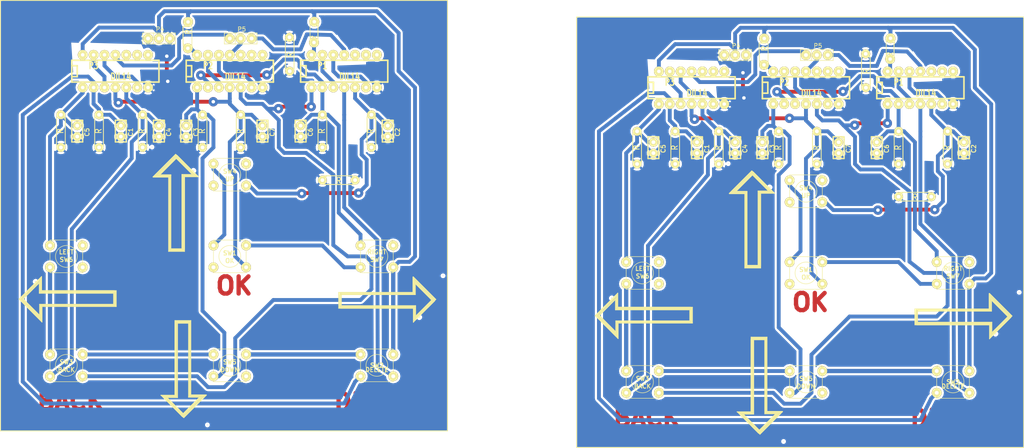
<source format=kicad_pcb>
(kicad_pcb (version 3) (host pcbnew "(2013-07-07 BZR 4022)-stable")
  (layers (15 F.Cu signal) (0 B.Cu signal) (18 B.Paste user) (19 F.Paste user) (20 B.SilkS user) (21 F.SilkS user) (22 B.Mask user) (23 F.Mask user) (28 Edge.Cuts user))
  (net 0 "")
  (net 1 /a)
  (net 2 /b)
  (net 3 /b0)
  (net 4 /b01)
  (net 5 /b02)
  (net 6 /b1)
  (net 7 /b11)
  (net 8 /b12)
  (net 9 /b2)
  (net 10 /b21)
  (net 11 /b22)
  (net 12 /c)
  (net 13 /d)
  (net 14 /e)
  (net 15 /f)
  (net 16 /g)
  (net 17 /vcc)
  (net 18 gnd)
  (module R3 (layer F.Cu) (at 109.728 95.758)
    (fp_text reference R9 hide)
    (fp_text value R (at 0 0.127) (layer F.SilkS) (effects (font (size 1.397 1.27) (thickness 0.2032))))
    (pad 1 thru_hole circle (at -3.81 0) (size 2.088 2.088) (drill 0.88) (layers *.Cu *.Mask F.SilkS) (net 18 gnd))
    (pad 2 thru_hole circle (at 3.81 0) (size 2.088 2.088) (drill 0.88) (layers *.Cu *.Mask F.SilkS) (net 18 gnd))
  )
  (module C1 (layer F.Cu) (at 67.818 84.328 270)
    (fp_text reference C4 (at 0.254 -2.286 270) (layer F.SilkS) (effects (font (size 1.016 1.016) (thickness 0.2032))))
    (fp_text value C hide)
    (pad 1 thru_hole circle (at -1.27 0 270) (size 2.088 2.088) (drill 0.88) (layers *.Cu *.Mask F.SilkS) (net 16 /g))
    (pad 2 thru_hole circle (at 1.27 0 270) (size 2.088 2.088) (drill 0.88) (layers *.Cu *.Mask F.SilkS) (net 18 gnd))
  )
  (module C1 (layer F.Cu) (at 58.928 84.328 270)
    (fp_text reference C1 (at 0.254 -2.286 270) (layer F.SilkS) (effects (font (size 1.016 1.016) (thickness 0.2032))))
    (fp_text value C hide)
    (pad 1 thru_hole circle (at -1.27 0 270) (size 2.088 2.088) (drill 0.88) (layers *.Cu *.Mask F.SilkS) (net 15 /f))
    (pad 2 thru_hole circle (at 1.27 0 270) (size 2.088 2.088) (drill 0.88) (layers *.Cu *.Mask F.SilkS) (net 18 gnd))
  )
  (module C1 (layer F.Cu) (at 91.948 84.328 270)
    (fp_text reference C7 (at 0.254 -2.286 270) (layer F.SilkS) (effects (font (size 1.016 1.016) (thickness 0.2032))))
    (fp_text value C hide)
    (pad 1 thru_hole circle (at -1.27 0 270) (size 2.088 2.088) (drill 0.88) (layers *.Cu *.Mask F.SilkS) (net 14 /e))
    (pad 2 thru_hole circle (at 1.27 0 270) (size 2.088 2.088) (drill 0.88) (layers *.Cu *.Mask F.SilkS) (net 18 gnd))
  )
  (module C1 (layer F.Cu) (at 100.838 84.328 270)
    (fp_text reference C6 (at 0.254 -2.286 270) (layer F.SilkS) (effects (font (size 1.016 1.016) (thickness 0.2032))))
    (fp_text value C hide)
    (pad 1 thru_hole circle (at -1.27 0 270) (size 2.088 2.088) (drill 0.88) (layers *.Cu *.Mask F.SilkS) (net 13 /d))
    (pad 2 thru_hole circle (at 1.27 0 270) (size 2.088 2.088) (drill 0.88) (layers *.Cu *.Mask F.SilkS) (net 18 gnd))
  )
  (module C1 (layer F.Cu) (at 48.768 84.328 270)
    (fp_text reference C5 (at 0.254 -2.286 270) (layer F.SilkS) (effects (font (size 1.016 1.016) (thickness 0.2032))))
    (fp_text value C hide)
    (pad 1 thru_hole circle (at -1.27 0 270) (size 2.088 2.088) (drill 0.88) (layers *.Cu *.Mask F.SilkS) (net 12 /c))
    (pad 2 thru_hole circle (at 1.27 0 270) (size 2.088 2.088) (drill 0.88) (layers *.Cu *.Mask F.SilkS) (net 18 gnd))
  )
  (module C1 (layer F.Cu) (at 74.168 84.328 270)
    (fp_text reference C3 (at 0.254 -2.286 270) (layer F.SilkS) (effects (font (size 1.016 1.016) (thickness 0.2032))))
    (fp_text value C hide)
    (pad 1 thru_hole circle (at -1.27 0 270) (size 2.088 2.088) (drill 0.88) (layers *.Cu *.Mask F.SilkS) (net 2 /b))
    (pad 2 thru_hole circle (at 1.27 0 270) (size 2.088 2.088) (drill 0.88) (layers *.Cu *.Mask F.SilkS) (net 18 gnd))
  )
  (module C1 (layer F.Cu) (at 121.158 84.328 270)
    (fp_text reference C2 (at 0.254 -2.286 270) (layer F.SilkS) (effects (font (size 1.016 1.016) (thickness 0.2032))))
    (fp_text value C hide)
    (pad 1 thru_hole circle (at -1.27 0 270) (size 2.088 2.088) (drill 0.88) (layers *.Cu *.Mask F.SilkS) (net 1 /a))
    (pad 2 thru_hole circle (at 1.27 0 270) (size 2.088 2.088) (drill 0.88) (layers *.Cu *.Mask F.SilkS) (net 18 gnd))
  )
  (module DIP-14__300 (layer F.Cu) (at 84.328 70.358)
    (fp_text reference P2 (at -5.08 -1.27) (layer F.SilkS) (effects (font (size 1.524 1.143) (thickness 0.3048))))
    (fp_text value DIL14 (at 1.27 1.27) (layer F.SilkS) (effects (font (size 1.524 1.143) (thickness 0.3048))))
    (pad 1 thru_hole oval (at -7.62 3.81) (size 2.286 2.286) (drill oval 0.8128) (layers *.Cu *.Mask F.SilkS) (net 2 /b))
    (pad 2 thru_hole circle (at -5.08 3.81) (size 2.286 2.286) (drill 0.8128) (layers *.Cu *.Mask F.SilkS) (net 13 /d))
    (pad 3 thru_hole circle (at -2.54 3.81) (size 2.286 2.286) (drill 0.8128) (layers *.Cu *.Mask F.SilkS) (net 7 /b11))
    (pad 4 thru_hole circle (at 0 3.81) (size 2.286 2.286) (drill 0.8128) (layers *.Cu *.Mask F.SilkS) (net 14 /e))
    (pad 5 thru_hole circle (at 2.54 3.81) (size 2.286 2.286) (drill 0.8128) (layers *.Cu *.Mask F.SilkS) (net 16 /g))
    (pad 6 thru_hole circle (at 5.08 3.81) (size 2.286 2.286) (drill 0.8128) (layers *.Cu *.Mask F.SilkS) (net 8 /b12))
    (pad 7 thru_hole circle (at 7.62 3.81) (size 2.286 2.286) (drill 0.8128) (layers *.Cu *.Mask F.SilkS) (net 18 gnd))
    (pad 8 thru_hole circle (at 7.62 -3.81) (size 2.286 2.286) (drill 0.8128) (layers *.Cu *.Mask F.SilkS))
    (pad 9 thru_hole circle (at 5.08 -3.81) (size 2.286 2.286) (drill 0.8128) (layers *.Cu *.Mask F.SilkS))
    (pad 10 thru_hole circle (at 2.54 -3.81) (size 2.286 2.286) (drill 0.8128) (layers *.Cu *.Mask F.SilkS))
    (pad 11 thru_hole circle (at 0 -3.81) (size 2.286 2.286) (drill 0.8128) (layers *.Cu *.Mask F.SilkS) (net 6 /b1))
    (pad 12 thru_hole circle (at -2.54 -3.81) (size 2.286 2.286) (drill 0.8128) (layers *.Cu *.Mask F.SilkS) (net 8 /b12))
    (pad 13 thru_hole circle (at -5.08 -3.81) (size 2.286 2.286) (drill 0.8128) (layers *.Cu *.Mask F.SilkS) (net 7 /b11))
    (pad 14 thru_hole circle (at -7.62 -3.81) (size 2.286 2.286) (drill 0.8128) (layers *.Cu *.Mask F.SilkS) (net 17 /vcc))
  )
  (module DIP-14__300 (layer F.Cu) (at 110.998 70.358)
    (fp_text reference P1 (at -5.08 -1.27) (layer F.SilkS) (effects (font (size 1.524 1.143) (thickness 0.3048))))
    (fp_text value DIL14 (at 1.27 1.27) (layer F.SilkS) (effects (font (size 1.524 1.143) (thickness 0.3048))))
    (pad 1 thru_hole circle (at -7.62 3.81) (size 2.286 2.286) (drill 0.8128) (layers *.Cu *.Mask F.SilkS) (net 16 /g))
    (pad 2 thru_hole circle (at -5.08 3.81) (size 2.286 2.286) (drill 0.8128) (layers *.Cu *.Mask F.SilkS) (net 13 /d))
    (pad 3 thru_hole circle (at -2.54 3.81) (size 2.286 2.286) (drill 0.8128) (layers *.Cu *.Mask F.SilkS) (net 4 /b01))
    (pad 4 thru_hole circle (at 0 3.81) (size 2.286 2.286) (drill 0.8128) (layers *.Cu *.Mask F.SilkS) (net 15 /f))
    (pad 5 thru_hole circle (at 2.54 3.81) (size 2.286 2.286) (drill 0.8128) (layers *.Cu *.Mask F.SilkS) (net 1 /a))
    (pad 6 thru_hole circle (at 5.08 3.81) (size 2.286 2.286) (drill 0.8128) (layers *.Cu *.Mask F.SilkS) (net 5 /b02))
    (pad 7 thru_hole circle (at 7.62 3.81) (size 2.286 2.286) (drill 0.8128) (layers *.Cu *.Mask F.SilkS) (net 18 gnd))
    (pad 8 thru_hole circle (at 7.62 -3.81) (size 2.286 2.286) (drill 0.8128) (layers *.Cu *.Mask F.SilkS))
    (pad 9 thru_hole circle (at 5.08 -3.81) (size 2.286 2.286) (drill 0.8128) (layers *.Cu *.Mask F.SilkS))
    (pad 10 thru_hole circle (at 2.54 -3.81) (size 2.286 2.286) (drill 0.8128) (layers *.Cu *.Mask F.SilkS))
    (pad 11 thru_hole circle (at 0 -3.81) (size 2.286 2.286) (drill 0.8128) (layers *.Cu *.Mask F.SilkS) (net 3 /b0))
    (pad 12 thru_hole circle (at -2.54 -3.81) (size 2.286 2.286) (drill 0.8128) (layers *.Cu *.Mask F.SilkS) (net 5 /b02))
    (pad 13 thru_hole circle (at -5.08 -3.81) (size 2.286 2.286) (drill 0.8128) (layers *.Cu *.Mask F.SilkS) (net 4 /b01))
    (pad 14 thru_hole circle (at -7.62 -3.81) (size 2.286 2.286) (drill 0.8128) (layers *.Cu *.Mask F.SilkS) (net 17 /vcc))
  )
  (module DIP-14__300 (layer F.Cu) (at 57.658 70.358)
    (fp_text reference P3 (at -5.08 -1.27) (layer F.SilkS) (effects (font (size 1.524 1.143) (thickness 0.3048))))
    (fp_text value DIL14 (at 1.27 1.27) (layer F.SilkS) (effects (font (size 1.524 1.143) (thickness 0.3048))))
    (pad 1 thru_hole oval (at -7.62 3.81) (size 2.286 2.286) (drill oval 0.8128) (layers *.Cu *.Mask F.SilkS) (net 12 /c))
    (pad 2 thru_hole circle (at -5.08 3.81) (size 2.286 2.286) (drill oval 0.8128) (layers *.Cu *.Mask F.SilkS) (net 15 /f))
    (pad 3 thru_hole oval (at -2.54 3.81) (size 2.286 2.286) (drill oval 0.8128) (layers *.Cu *.Mask F.SilkS) (net 10 /b21))
    (pad 4 thru_hole circle (at 0 3.81) (size 2.286 2.286) (drill 0.8128) (layers *.Cu *.Mask F.SilkS) (net 14 /e))
    (pad 5 thru_hole circle (at 2.54 3.81) (size 2.286 2.286) (drill 0.8128) (layers *.Cu *.Mask F.SilkS) (net 16 /g))
    (pad 6 thru_hole circle (at 5.08 3.81) (size 2.286 2.286) (drill 0.8128) (layers *.Cu *.Mask F.SilkS) (net 11 /b22))
    (pad 7 thru_hole circle (at 7.62 3.81) (size 2.286 2.286) (drill 0.8128) (layers *.Cu *.Mask F.SilkS) (net 18 gnd))
    (pad 8 thru_hole circle (at 7.62 -3.81) (size 2.286 2.286) (drill 0.8128) (layers *.Cu *.Mask F.SilkS))
    (pad 9 thru_hole circle (at 5.08 -3.81) (size 2.286 2.286) (drill 0.8128) (layers *.Cu *.Mask F.SilkS))
    (pad 10 thru_hole circle (at 2.54 -3.81) (size 2.286 2.286) (drill 0.8128) (layers *.Cu *.Mask F.SilkS))
    (pad 11 thru_hole circle (at 0 -3.81) (size 2.286 2.286) (drill 0.8128) (layers *.Cu *.Mask F.SilkS) (net 9 /b2))
    (pad 12 thru_hole circle (at -2.54 -3.81) (size 2.286 2.286) (drill 0.8128) (layers *.Cu *.Mask F.SilkS) (net 11 /b22))
    (pad 13 thru_hole circle (at -5.08 -3.81) (size 2.286 2.286) (drill 0.8128) (layers *.Cu *.Mask F.SilkS) (net 10 /b21))
    (pad 14 thru_hole circle (at -7.62 -3.81) (size 2.286 2.286) (drill 0.8128) (layers *.Cu *.Mask F.SilkS) (net 17 /vcc))
  )
  (module PIN_ARRAY_3X1 (layer F.Cu) (at 67.818 62.738)
    (fp_text reference P4 (at 0.254 -2.159) (layer F.SilkS) (effects (font (size 1.016 1.016) (thickness 0.1524))))
    (fp_text value CONN_01X03 hide)
    (pad 1 thru_hole oval (at -2.54 0) (size 2.286 2.286) (drill oval 0.9) (layers *.Cu *.Mask F.SilkS) (net 18 gnd))
    (pad 2 thru_hole oval (at 0 0) (size 2.286 2.286) (drill oval 0.9) (layers *.Cu *.Mask F.SilkS) (net 17 /vcc))
    (pad 3 thru_hole oval (at 2.54 0) (size 2.286 2.286) (drill oval 0.9) (layers *.Cu *.Mask F.SilkS) (net 18 gnd))
  )
  (module PIN_ARRAY_3X1 (layer F.Cu) (at 86.868 62.738)
    (fp_text reference P5 (at 0.254 -2.159) (layer F.SilkS) (effects (font (size 1.016 1.016) (thickness 0.1524))))
    (fp_text value CONN_01X03 hide)
    (pad 1 thru_hole oval (at -2.54 0) (size 2.286 2.286) (drill oval 0.9) (layers *.Cu *.Mask F.SilkS) (net 9 /b2))
    (pad 2 thru_hole oval (at 0 0) (size 2.286 2.286) (drill oval 0.9) (layers *.Cu *.Mask F.SilkS) (net 6 /b1))
    (pad 3 thru_hole oval (at 2.54 0) (size 2.286 2.286) (drill oval 0.9) (layers *.Cu *.Mask F.SilkS) (net 3 /b0))
  )
  (module R3 (layer F.Cu) (at 77.978 84.328 270)
    (fp_text reference R5 hide)
    (fp_text value R (at 0 0.127 270) (layer F.SilkS) (effects (font (size 1.397 1.27) (thickness 0.2032))))
    (pad 1 thru_hole circle (at -3.81 0 270) (size 2.088 2.088) (drill 0.88) (layers *.Cu *.Mask F.SilkS) (net 2 /b))
    (pad 2 thru_hole circle (at 3.81 0 270) (size 2.088 2.088) (drill 0.88) (layers *.Cu *.Mask F.SilkS) (net 18 gnd))
  )
  (module R3 (layer F.Cu) (at 44.958 84.328 270)
    (fp_text reference R6 hide)
    (fp_text value R (at 0 0.127 270) (layer F.SilkS) (effects (font (size 1.397 1.27) (thickness 0.2032))))
    (pad 1 thru_hole circle (at -3.81 0 270) (size 2.088 2.088) (drill 0.88) (layers *.Cu *.Mask F.SilkS) (net 12 /c))
    (pad 2 thru_hole circle (at 3.81 0 270) (size 2.088 2.088) (drill 0.88) (layers *.Cu *.Mask F.SilkS) (net 18 gnd))
  )
  (module R3 (layer F.Cu) (at 105.918 84.328 270)
    (fp_text reference R7 hide)
    (fp_text value R (at 0 0.127 270) (layer F.SilkS) (effects (font (size 1.397 1.27) (thickness 0.2032))))
    (pad 1 thru_hole circle (at -3.81 0 270) (size 2.088 2.088) (drill 0.88) (layers *.Cu *.Mask F.SilkS) (net 13 /d))
    (pad 2 thru_hole circle (at 3.81 0 270) (size 2.088 2.088) (drill 0.88) (layers *.Cu *.Mask F.SilkS) (net 18 gnd))
  )
  (module R3 (layer F.Cu) (at 86.868 84.328 270)
    (fp_text reference R2 hide)
    (fp_text value R (at 0 0.127 270) (layer F.SilkS) (effects (font (size 1.397 1.27) (thickness 0.2032))))
    (pad 1 thru_hole circle (at -3.81 0 270) (size 2.088 2.088) (drill 0.88) (layers *.Cu *.Mask F.SilkS) (net 14 /e))
    (pad 2 thru_hole circle (at 3.81 0 270) (size 2.088 2.088) (drill 0.88) (layers *.Cu *.Mask F.SilkS) (net 18 gnd))
  )
  (module R3 (layer F.Cu) (at 53.848 84.328 270)
    (fp_text reference R3 hide)
    (fp_text value R (at 0 0.127 270) (layer F.SilkS) (effects (font (size 1.397 1.27) (thickness 0.2032))))
    (pad 1 thru_hole circle (at -3.81 0 270) (size 2.088 2.088) (drill 0.88) (layers *.Cu *.Mask F.SilkS) (net 15 /f))
    (pad 2 thru_hole circle (at 3.81 0 270) (size 2.088 2.088) (drill 0.88) (layers *.Cu *.Mask F.SilkS) (net 18 gnd))
  )
  (module R3 (layer F.Cu) (at 64.008 84.328 270)
    (fp_text reference R1 hide)
    (fp_text value R (at 0 0.127 270) (layer F.SilkS) (effects (font (size 1.397 1.27) (thickness 0.2032))))
    (pad 1 thru_hole circle (at -3.81 0 270) (size 2.088 2.088) (drill 0.88) (layers *.Cu *.Mask F.SilkS) (net 16 /g))
    (pad 2 thru_hole circle (at 3.81 0 270) (size 2.088 2.088) (drill 0.88) (layers *.Cu *.Mask F.SilkS) (net 18 gnd))
  )
  (module R3 (layer F.Cu) (at 117.348 84.328 270)
    (fp_text reference R4 hide)
    (fp_text value R (at 0 0.127 270) (layer F.SilkS) (effects (font (size 1.397 1.27) (thickness 0.2032))))
    (pad 1 thru_hole circle (at -3.81 0 270) (size 2.088 2.088) (drill 0.88) (layers *.Cu *.Mask F.SilkS) (net 1 /a))
    (pad 2 thru_hole circle (at 3.81 0 270) (size 2.088 2.088) (drill 0.88) (layers *.Cu *.Mask F.SilkS) (net 18 gnd))
  )
  (module SW_PUSH_SMALL (layer F.Cu) (at 46.228 138.938)
    (fp_text reference SW3 (at 0 -0.762) (layer F.SilkS) (effects (font (size 1.016 1.016) (thickness 0.2032))))
    (fp_text value BACK (at 0 1.016) (layer F.SilkS) (effects (font (size 1.016 1.016) (thickness 0.2032))))
    (pad 1 thru_hole oval (at 3.81 -2.54) (size 2.286 2.286) (drill oval 0.9) (layers *.Cu *.Mask F.SilkS) (net 17 /vcc))
    (pad 2 thru_hole oval (at 3.81 2.54) (size 2.286 2.286) (drill oval 0.9) (layers *.Cu *.Mask F.SilkS) (net 16 /g))
    (pad 1 thru_hole oval (at -3.81 -2.54) (size 2.286 2.286) (drill oval 0.9) (layers *.Cu *.Mask F.SilkS) (net 17 /vcc))
    (pad 2 thru_hole oval (at -3.81 2.54) (size 2.286 2.286) (drill oval 0.9) (layers *.Cu *.Mask F.SilkS) (net 16 /g))
  )
  (module SW_PUSH_SMALL (layer F.Cu) (at 118.618 138.938)
    (fp_text reference SW2 (at 0 0) (layer F.SilkS) (effects (font (size 1.016 1.016) (thickness 0.2032))))
    (fp_text value DELETE (at 0 1.016) (layer F.SilkS) (effects (font (size 1.016 1.016) (thickness 0.2032))))
    (pad 1 thru_hole oval (at 3.81 -2.54) (size 2.286 2.286) (drill oval 0.9) (layers *.Cu *.Mask F.SilkS) (net 17 /vcc))
    (pad 2 thru_hole oval (at 3.81 2.54) (size 2.286 2.286) (drill oval 0.9) (layers *.Cu *.Mask F.SilkS) (net 15 /f))
    (pad 1 thru_hole oval (at -3.81 -2.54) (size 2.286 2.286) (drill oval 0.9) (layers *.Cu *.Mask F.SilkS) (net 17 /vcc))
    (pad 2 thru_hole oval (at -3.81 2.54) (size 2.286 2.286) (drill oval 0.9) (layers *.Cu *.Mask F.SilkS) (net 15 /f))
  )
  (module SW_PUSH_SMALL (layer F.Cu) (at 84.328 113.538)
    (fp_text reference SW1 (at 0 -0.762) (layer F.SilkS) (effects (font (size 1.016 1.016) (thickness 0.2032))))
    (fp_text value OK (at 0 1.016) (layer F.SilkS) (effects (font (size 1.016 1.016) (thickness 0.2032))))
    (pad 1 thru_hole oval (at 3.81 -2.54) (size 2.286 2.286) (drill oval 0.9) (layers *.Cu *.Mask F.SilkS) (net 17 /vcc))
    (pad 2 thru_hole oval (at 3.81 2.54) (size 2.286 2.286) (drill oval 0.9) (layers *.Cu *.Mask F.SilkS) (net 14 /e))
    (pad 1 thru_hole oval (at -3.81 -2.54) (size 2.286 2.286) (drill oval 0.9) (layers *.Cu *.Mask F.SilkS) (net 17 /vcc))
    (pad 2 thru_hole oval (at -3.81 2.54) (size 2.286 2.286) (drill oval 0.9) (layers *.Cu *.Mask F.SilkS) (net 14 /e))
  )
  (module SW_PUSH_SMALL (layer F.Cu) (at 118.618 113.538 180)
    (fp_text reference SW7 (at 0 -0.762 180) (layer F.SilkS) (effects (font (size 1.016 1.016) (thickness 0.2032))))
    (fp_text value RIGHT (at 0 1.016 180) (layer F.SilkS) (effects (font (size 1.016 1.016) (thickness 0.2032))))
    (pad 1 thru_hole oval (at 3.81 -2.54 180) (size 2.286 2.286) (drill oval 0.9) (layers *.Cu *.Mask F.SilkS) (net 17 /vcc))
    (pad 2 thru_hole oval (at 3.81 2.54 180) (size 2.286 2.286) (drill oval 0.9) (layers *.Cu *.Mask F.SilkS) (net 13 /d))
    (pad 1 thru_hole oval (at -3.81 -2.54 180) (size 2.286 2.286) (drill oval 0.9) (layers *.Cu *.Mask F.SilkS) (net 17 /vcc))
    (pad 2 thru_hole oval (at -3.81 2.54 180) (size 2.286 2.286) (drill oval 0.9) (layers *.Cu *.Mask F.SilkS) (net 13 /d))
  )
  (module SW_PUSH_SMALL (layer F.Cu) (at 46.228 113.538 180)
    (fp_text reference SW6 (at 0 -0.762 180) (layer F.SilkS) (effects (font (size 1.016 1.016) (thickness 0.2032))))
    (fp_text value LEFT (at 0 1.016 180) (layer F.SilkS) (effects (font (size 1.016 1.016) (thickness 0.2032))))
    (pad 1 thru_hole oval (at 3.81 -2.54 180) (size 2.286 2.286) (drill oval 0.9) (layers *.Cu *.Mask F.SilkS) (net 17 /vcc))
    (pad 2 thru_hole oval (at 3.81 2.54 180) (size 2.286 2.286) (drill oval 0.9) (layers *.Cu *.Mask F.SilkS) (net 12 /c))
    (pad 1 thru_hole oval (at -3.81 -2.54 180) (size 2.286 2.286) (drill oval 0.9) (layers *.Cu *.Mask F.SilkS) (net 17 /vcc))
    (pad 2 thru_hole oval (at -3.81 2.54 180) (size 2.286 2.286) (drill oval 0.9) (layers *.Cu *.Mask F.SilkS) (net 12 /c))
  )
  (module SW_PUSH_SMALL (layer F.Cu) (at 84.328 138.938)
    (fp_text reference SW5 (at 0 -0.762) (layer F.SilkS) (effects (font (size 1.016 1.016) (thickness 0.2032))))
    (fp_text value DOWN (at 0 1.016) (layer F.SilkS) (effects (font (size 1.016 1.016) (thickness 0.2032))))
    (pad 1 thru_hole oval (at 3.81 -2.54) (size 2.286 2.286) (drill oval 0.9) (layers *.Cu *.Mask F.SilkS) (net 17 /vcc))
    (pad 2 thru_hole oval (at 3.81 2.54) (size 2.286 2.286) (drill oval 0.9) (layers *.Cu *.Mask F.SilkS) (net 2 /b))
    (pad 1 thru_hole oval (at -3.81 -2.54) (size 2.286 2.286) (drill oval 0.9) (layers *.Cu *.Mask F.SilkS) (net 17 /vcc))
    (pad 2 thru_hole oval (at -3.81 2.54) (size 2.286 2.286) (drill oval 0.9) (layers *.Cu *.Mask F.SilkS) (net 2 /b))
  )
  (module SW_PUSH_SMALL (layer F.Cu) (at 84.328 94.488)
    (fp_text reference SW4 (at 0 -0.762) (layer F.SilkS) (effects (font (size 1.016 1.016) (thickness 0.2032))))
    (fp_text value UP (at 0 1.016) (layer F.SilkS) (effects (font (size 1.016 1.016) (thickness 0.2032))))
    (pad 1 thru_hole oval (at 3.81 -2.54) (size 2.286 2.286) (drill oval 0.9) (layers *.Cu *.Mask F.SilkS) (net 17 /vcc))
    (pad 2 thru_hole oval (at 3.81 2.54) (size 2.286 2.286) (drill oval 0.9) (layers *.Cu *.Mask F.SilkS) (net 1 /a))
    (pad 1 thru_hole oval (at -3.81 -2.54) (size 2.286 2.286) (drill oval 0.9) (layers *.Cu *.Mask F.SilkS) (net 17 /vcc))
    (pad 2 thru_hole oval (at -3.81 2.54) (size 2.286 2.286) (drill oval 0.9) (layers *.Cu *.Mask F.SilkS) (net 1 /a))
  )
  (module R3 (layer F.Cu) (at 98.298 66.548 90)
    (fp_text reference R8 hide)
    (fp_text value R (at 0 0.127 90) (layer F.SilkS) (effects (font (size 1.397 1.27) (thickness 0.2032))))
    (pad 1 thru_hole circle (at -3.81 0 90) (size 2.088 2.088) (drill 0.88) (layers *.Cu *.Mask F.SilkS) (net 18 gnd))
    (pad 2 thru_hole circle (at 4.0894 -0.0508 90) (size 2.088 2.088) (drill 0.88) (layers *.Cu *.Mask F.SilkS) (net 18 gnd))
  )
  (module R3 (layer F.Cu) (at 74.549 61.214 90)
    (fp_text reference R10 hide)
    (fp_text value R (at 0 0.127 90) (layer F.SilkS) (effects (font (size 1.397 1.27) (thickness 0.2032))))
    (pad 1 thru_hole circle (at -3.81 0 90) (size 2.286 2.286) (drill 0.8128) (layers *.Cu *.Mask F.SilkS) (net 17 /vcc))
    (pad 2 thru_hole circle (at 2.3368 0.0508 90) (size 2.286 2.286) (drill 0.8128) (layers *.Cu *.Mask F.SilkS) (net 17 /vcc))
  )
  (module R3 (layer F.Cu) (at 104.03078 62.63386 270)
    (fp_text reference R11 hide)
    (fp_text value R (at 0 0.127 270) (layer F.SilkS) (effects (font (size 1.397 1.27) (thickness 0.2032))))
    (pad 1 thru_hole circle (at -3.81 0 270) (size 2.286 2.286) (drill 0.8128) (layers *.Cu *.Mask F.SilkS) (net 17 /vcc))
    (pad 2 thru_hole circle (at 1.0414 0.0762 270) (size 2.286 2.286) (drill 0.8128) (layers *.Cu *.Mask F.SilkS) (net 17 /vcc))
  )
  (module R3 (layer F.Cu) (at 238.34598 66.49466 270)
    (fp_text reference R11 hide)
    (fp_text value R (at 0 0.127 270) (layer F.SilkS) (effects (font (size 1.397 1.27) (thickness 0.2032))))
    (pad 1 thru_hole circle (at -3.81 0 270) (size 2.286 2.286) (drill 0.8128) (layers *.Cu *.Mask F.SilkS) (net 17 /vcc))
    (pad 2 thru_hole circle (at 1.0414 0.0762 270) (size 2.286 2.286) (drill 0.8128) (layers *.Cu *.Mask F.SilkS) (net 17 /vcc))
  )
  (module R3 (layer F.Cu) (at 208.8642 65.0748 90)
    (fp_text reference R10 hide)
    (fp_text value R (at 0 0.127 90) (layer F.SilkS) (effects (font (size 1.397 1.27) (thickness 0.2032))))
    (pad 1 thru_hole circle (at -3.81 0 90) (size 2.286 2.286) (drill 0.8128) (layers *.Cu *.Mask F.SilkS) (net 17 /vcc))
    (pad 2 thru_hole circle (at 2.3368 0.0508 90) (size 2.286 2.286) (drill 0.8128) (layers *.Cu *.Mask F.SilkS) (net 17 /vcc))
  )
  (module R3 (layer F.Cu) (at 232.6132 70.4088 90)
    (fp_text reference R8 hide)
    (fp_text value R (at 0 0.127 90) (layer F.SilkS) (effects (font (size 1.397 1.27) (thickness 0.2032))))
    (pad 1 thru_hole circle (at -3.81 0 90) (size 2.088 2.088) (drill 0.88) (layers *.Cu *.Mask F.SilkS) (net 18 gnd))
    (pad 2 thru_hole circle (at 4.0894 -0.0508 90) (size 2.088 2.088) (drill 0.88) (layers *.Cu *.Mask F.SilkS) (net 18 gnd))
  )
  (module SW_PUSH_SMALL (layer F.Cu) (at 218.6432 98.3488)
    (fp_text reference SW4 (at 0 -0.762) (layer F.SilkS) (effects (font (size 1.016 1.016) (thickness 0.2032))))
    (fp_text value UP (at 0 1.016) (layer F.SilkS) (effects (font (size 1.016 1.016) (thickness 0.2032))))
    (pad 1 thru_hole oval (at 3.81 -2.54) (size 2.286 2.286) (drill oval 0.9) (layers *.Cu *.Mask F.SilkS) (net 17 /vcc))
    (pad 2 thru_hole oval (at 3.81 2.54) (size 2.286 2.286) (drill oval 0.9) (layers *.Cu *.Mask F.SilkS) (net 1 /a))
    (pad 1 thru_hole oval (at -3.81 -2.54) (size 2.286 2.286) (drill oval 0.9) (layers *.Cu *.Mask F.SilkS) (net 17 /vcc))
    (pad 2 thru_hole oval (at -3.81 2.54) (size 2.286 2.286) (drill oval 0.9) (layers *.Cu *.Mask F.SilkS) (net 1 /a))
  )
  (module SW_PUSH_SMALL (layer F.Cu) (at 218.6432 142.7988)
    (fp_text reference SW5 (at 0 -0.762) (layer F.SilkS) (effects (font (size 1.016 1.016) (thickness 0.2032))))
    (fp_text value DOWN (at 0 1.016) (layer F.SilkS) (effects (font (size 1.016 1.016) (thickness 0.2032))))
    (pad 1 thru_hole oval (at 3.81 -2.54) (size 2.286 2.286) (drill oval 0.9) (layers *.Cu *.Mask F.SilkS) (net 17 /vcc))
    (pad 2 thru_hole oval (at 3.81 2.54) (size 2.286 2.286) (drill oval 0.9) (layers *.Cu *.Mask F.SilkS) (net 2 /b))
    (pad 1 thru_hole oval (at -3.81 -2.54) (size 2.286 2.286) (drill oval 0.9) (layers *.Cu *.Mask F.SilkS) (net 17 /vcc))
    (pad 2 thru_hole oval (at -3.81 2.54) (size 2.286 2.286) (drill oval 0.9) (layers *.Cu *.Mask F.SilkS) (net 2 /b))
  )
  (module SW_PUSH_SMALL (layer F.Cu) (at 180.5432 117.3988 180)
    (fp_text reference SW6 (at 0 -0.762 180) (layer F.SilkS) (effects (font (size 1.016 1.016) (thickness 0.2032))))
    (fp_text value LEFT (at 0 1.016 180) (layer F.SilkS) (effects (font (size 1.016 1.016) (thickness 0.2032))))
    (pad 1 thru_hole oval (at 3.81 -2.54 180) (size 2.286 2.286) (drill oval 0.9) (layers *.Cu *.Mask F.SilkS) (net 17 /vcc))
    (pad 2 thru_hole oval (at 3.81 2.54 180) (size 2.286 2.286) (drill oval 0.9) (layers *.Cu *.Mask F.SilkS) (net 12 /c))
    (pad 1 thru_hole oval (at -3.81 -2.54 180) (size 2.286 2.286) (drill oval 0.9) (layers *.Cu *.Mask F.SilkS) (net 17 /vcc))
    (pad 2 thru_hole oval (at -3.81 2.54 180) (size 2.286 2.286) (drill oval 0.9) (layers *.Cu *.Mask F.SilkS) (net 12 /c))
  )
  (module SW_PUSH_SMALL (layer F.Cu) (at 252.9332 117.3988 180)
    (fp_text reference SW7 (at 0 -0.762 180) (layer F.SilkS) (effects (font (size 1.016 1.016) (thickness 0.2032))))
    (fp_text value RIGHT (at 0 1.016 180) (layer F.SilkS) (effects (font (size 1.016 1.016) (thickness 0.2032))))
    (pad 1 thru_hole oval (at 3.81 -2.54 180) (size 2.286 2.286) (drill oval 0.9) (layers *.Cu *.Mask F.SilkS) (net 17 /vcc))
    (pad 2 thru_hole oval (at 3.81 2.54 180) (size 2.286 2.286) (drill oval 0.9) (layers *.Cu *.Mask F.SilkS) (net 13 /d))
    (pad 1 thru_hole oval (at -3.81 -2.54 180) (size 2.286 2.286) (drill oval 0.9) (layers *.Cu *.Mask F.SilkS) (net 17 /vcc))
    (pad 2 thru_hole oval (at -3.81 2.54 180) (size 2.286 2.286) (drill oval 0.9) (layers *.Cu *.Mask F.SilkS) (net 13 /d))
  )
  (module SW_PUSH_SMALL (layer F.Cu) (at 218.6432 117.3988)
    (fp_text reference SW1 (at 0 -0.762) (layer F.SilkS) (effects (font (size 1.016 1.016) (thickness 0.2032))))
    (fp_text value OK (at 0 1.016) (layer F.SilkS) (effects (font (size 1.016 1.016) (thickness 0.2032))))
    (pad 1 thru_hole oval (at 3.81 -2.54) (size 2.286 2.286) (drill oval 0.9) (layers *.Cu *.Mask F.SilkS) (net 17 /vcc))
    (pad 2 thru_hole oval (at 3.81 2.54) (size 2.286 2.286) (drill oval 0.9) (layers *.Cu *.Mask F.SilkS) (net 14 /e))
    (pad 1 thru_hole oval (at -3.81 -2.54) (size 2.286 2.286) (drill oval 0.9) (layers *.Cu *.Mask F.SilkS) (net 17 /vcc))
    (pad 2 thru_hole oval (at -3.81 2.54) (size 2.286 2.286) (drill oval 0.9) (layers *.Cu *.Mask F.SilkS) (net 14 /e))
  )
  (module SW_PUSH_SMALL (layer F.Cu) (at 252.9332 142.7988)
    (fp_text reference SW2 (at 0 0) (layer F.SilkS) (effects (font (size 1.016 1.016) (thickness 0.2032))))
    (fp_text value DELETE (at 0 1.016) (layer F.SilkS) (effects (font (size 1.016 1.016) (thickness 0.2032))))
    (pad 1 thru_hole oval (at 3.81 -2.54) (size 2.286 2.286) (drill oval 0.9) (layers *.Cu *.Mask F.SilkS) (net 17 /vcc))
    (pad 2 thru_hole oval (at 3.81 2.54) (size 2.286 2.286) (drill oval 0.9) (layers *.Cu *.Mask F.SilkS) (net 15 /f))
    (pad 1 thru_hole oval (at -3.81 -2.54) (size 2.286 2.286) (drill oval 0.9) (layers *.Cu *.Mask F.SilkS) (net 17 /vcc))
    (pad 2 thru_hole oval (at -3.81 2.54) (size 2.286 2.286) (drill oval 0.9) (layers *.Cu *.Mask F.SilkS) (net 15 /f))
  )
  (module SW_PUSH_SMALL (layer F.Cu) (at 180.5432 142.7988)
    (fp_text reference SW3 (at 0 -0.762) (layer F.SilkS) (effects (font (size 1.016 1.016) (thickness 0.2032))))
    (fp_text value BACK (at 0 1.016) (layer F.SilkS) (effects (font (size 1.016 1.016) (thickness 0.2032))))
    (pad 1 thru_hole oval (at 3.81 -2.54) (size 2.286 2.286) (drill oval 0.9) (layers *.Cu *.Mask F.SilkS) (net 17 /vcc))
    (pad 2 thru_hole oval (at 3.81 2.54) (size 2.286 2.286) (drill oval 0.9) (layers *.Cu *.Mask F.SilkS) (net 16 /g))
    (pad 1 thru_hole oval (at -3.81 -2.54) (size 2.286 2.286) (drill oval 0.9) (layers *.Cu *.Mask F.SilkS) (net 17 /vcc))
    (pad 2 thru_hole oval (at -3.81 2.54) (size 2.286 2.286) (drill oval 0.9) (layers *.Cu *.Mask F.SilkS) (net 16 /g))
  )
  (module R3 (layer F.Cu) (at 251.6632 88.1888 270)
    (fp_text reference R4 hide)
    (fp_text value R (at 0 0.127 270) (layer F.SilkS) (effects (font (size 1.397 1.27) (thickness 0.2032))))
    (pad 1 thru_hole circle (at -3.81 0 270) (size 2.088 2.088) (drill 0.88) (layers *.Cu *.Mask F.SilkS) (net 1 /a))
    (pad 2 thru_hole circle (at 3.81 0 270) (size 2.088 2.088) (drill 0.88) (layers *.Cu *.Mask F.SilkS) (net 18 gnd))
  )
  (module R3 (layer F.Cu) (at 198.3232 88.1888 270)
    (fp_text reference R1 hide)
    (fp_text value R (at 0 0.127 270) (layer F.SilkS) (effects (font (size 1.397 1.27) (thickness 0.2032))))
    (pad 1 thru_hole circle (at -3.81 0 270) (size 2.088 2.088) (drill 0.88) (layers *.Cu *.Mask F.SilkS) (net 16 /g))
    (pad 2 thru_hole circle (at 3.81 0 270) (size 2.088 2.088) (drill 0.88) (layers *.Cu *.Mask F.SilkS) (net 18 gnd))
  )
  (module R3 (layer F.Cu) (at 188.1632 88.1888 270)
    (fp_text reference R3 hide)
    (fp_text value R (at 0 0.127 270) (layer F.SilkS) (effects (font (size 1.397 1.27) (thickness 0.2032))))
    (pad 1 thru_hole circle (at -3.81 0 270) (size 2.088 2.088) (drill 0.88) (layers *.Cu *.Mask F.SilkS) (net 15 /f))
    (pad 2 thru_hole circle (at 3.81 0 270) (size 2.088 2.088) (drill 0.88) (layers *.Cu *.Mask F.SilkS) (net 18 gnd))
  )
  (module R3 (layer F.Cu) (at 221.1832 88.1888 270)
    (fp_text reference R2 hide)
    (fp_text value R (at 0 0.127 270) (layer F.SilkS) (effects (font (size 1.397 1.27) (thickness 0.2032))))
    (pad 1 thru_hole circle (at -3.81 0 270) (size 2.088 2.088) (drill 0.88) (layers *.Cu *.Mask F.SilkS) (net 14 /e))
    (pad 2 thru_hole circle (at 3.81 0 270) (size 2.088 2.088) (drill 0.88) (layers *.Cu *.Mask F.SilkS) (net 18 gnd))
  )
  (module R3 (layer F.Cu) (at 240.2332 88.1888 270)
    (fp_text reference R7 hide)
    (fp_text value R (at 0 0.127 270) (layer F.SilkS) (effects (font (size 1.397 1.27) (thickness 0.2032))))
    (pad 1 thru_hole circle (at -3.81 0 270) (size 2.088 2.088) (drill 0.88) (layers *.Cu *.Mask F.SilkS) (net 13 /d))
    (pad 2 thru_hole circle (at 3.81 0 270) (size 2.088 2.088) (drill 0.88) (layers *.Cu *.Mask F.SilkS) (net 18 gnd))
  )
  (module R3 (layer F.Cu) (at 179.2732 88.1888 270)
    (fp_text reference R6 hide)
    (fp_text value R (at 0 0.127 270) (layer F.SilkS) (effects (font (size 1.397 1.27) (thickness 0.2032))))
    (pad 1 thru_hole circle (at -3.81 0 270) (size 2.088 2.088) (drill 0.88) (layers *.Cu *.Mask F.SilkS) (net 12 /c))
    (pad 2 thru_hole circle (at 3.81 0 270) (size 2.088 2.088) (drill 0.88) (layers *.Cu *.Mask F.SilkS) (net 18 gnd))
  )
  (module R3 (layer F.Cu) (at 212.2932 88.1888 270)
    (fp_text reference R5 hide)
    (fp_text value R (at 0 0.127 270) (layer F.SilkS) (effects (font (size 1.397 1.27) (thickness 0.2032))))
    (pad 1 thru_hole circle (at -3.81 0 270) (size 2.088 2.088) (drill 0.88) (layers *.Cu *.Mask F.SilkS) (net 2 /b))
    (pad 2 thru_hole circle (at 3.81 0 270) (size 2.088 2.088) (drill 0.88) (layers *.Cu *.Mask F.SilkS) (net 18 gnd))
  )
  (module PIN_ARRAY_3X1 (layer F.Cu) (at 221.1832 66.5988)
    (fp_text reference P5 (at 0.254 -2.159) (layer F.SilkS) (effects (font (size 1.016 1.016) (thickness 0.1524))))
    (fp_text value CONN_01X03 hide)
    (pad 1 thru_hole oval (at -2.54 0) (size 2.286 2.286) (drill oval 0.9) (layers *.Cu *.Mask F.SilkS) (net 9 /b2))
    (pad 2 thru_hole oval (at 0 0) (size 2.286 2.286) (drill oval 0.9) (layers *.Cu *.Mask F.SilkS) (net 6 /b1))
    (pad 3 thru_hole oval (at 2.54 0) (size 2.286 2.286) (drill oval 0.9) (layers *.Cu *.Mask F.SilkS) (net 3 /b0))
  )
  (module PIN_ARRAY_3X1 (layer F.Cu) (at 202.1332 66.5988)
    (fp_text reference P4 (at 0.254 -2.159) (layer F.SilkS) (effects (font (size 1.016 1.016) (thickness 0.1524))))
    (fp_text value CONN_01X03 hide)
    (pad 1 thru_hole oval (at -2.54 0) (size 2.286 2.286) (drill oval 0.9) (layers *.Cu *.Mask F.SilkS) (net 18 gnd))
    (pad 2 thru_hole oval (at 0 0) (size 2.286 2.286) (drill oval 0.9) (layers *.Cu *.Mask F.SilkS) (net 17 /vcc))
    (pad 3 thru_hole oval (at 2.54 0) (size 2.286 2.286) (drill oval 0.9) (layers *.Cu *.Mask F.SilkS) (net 18 gnd))
  )
  (module DIP-14__300 (layer F.Cu) (at 191.9732 74.2188)
    (fp_text reference P3 (at -5.08 -1.27) (layer F.SilkS) (effects (font (size 1.524 1.143) (thickness 0.3048))))
    (fp_text value DIL14 (at 1.27 1.27) (layer F.SilkS) (effects (font (size 1.524 1.143) (thickness 0.3048))))
    (pad 1 thru_hole oval (at -7.62 3.81) (size 2.286 2.286) (drill oval 0.8128) (layers *.Cu *.Mask F.SilkS) (net 12 /c))
    (pad 2 thru_hole circle (at -5.08 3.81) (size 2.286 2.286) (drill oval 0.8128) (layers *.Cu *.Mask F.SilkS) (net 15 /f))
    (pad 3 thru_hole oval (at -2.54 3.81) (size 2.286 2.286) (drill oval 0.8128) (layers *.Cu *.Mask F.SilkS) (net 10 /b21))
    (pad 4 thru_hole circle (at 0 3.81) (size 2.286 2.286) (drill 0.8128) (layers *.Cu *.Mask F.SilkS) (net 14 /e))
    (pad 5 thru_hole circle (at 2.54 3.81) (size 2.286 2.286) (drill 0.8128) (layers *.Cu *.Mask F.SilkS) (net 16 /g))
    (pad 6 thru_hole circle (at 5.08 3.81) (size 2.286 2.286) (drill 0.8128) (layers *.Cu *.Mask F.SilkS) (net 11 /b22))
    (pad 7 thru_hole circle (at 7.62 3.81) (size 2.286 2.286) (drill 0.8128) (layers *.Cu *.Mask F.SilkS) (net 18 gnd))
    (pad 8 thru_hole circle (at 7.62 -3.81) (size 2.286 2.286) (drill 0.8128) (layers *.Cu *.Mask F.SilkS))
    (pad 9 thru_hole circle (at 5.08 -3.81) (size 2.286 2.286) (drill 0.8128) (layers *.Cu *.Mask F.SilkS))
    (pad 10 thru_hole circle (at 2.54 -3.81) (size 2.286 2.286) (drill 0.8128) (layers *.Cu *.Mask F.SilkS))
    (pad 11 thru_hole circle (at 0 -3.81) (size 2.286 2.286) (drill 0.8128) (layers *.Cu *.Mask F.SilkS) (net 9 /b2))
    (pad 12 thru_hole circle (at -2.54 -3.81) (size 2.286 2.286) (drill 0.8128) (layers *.Cu *.Mask F.SilkS) (net 11 /b22))
    (pad 13 thru_hole circle (at -5.08 -3.81) (size 2.286 2.286) (drill 0.8128) (layers *.Cu *.Mask F.SilkS) (net 10 /b21))
    (pad 14 thru_hole circle (at -7.62 -3.81) (size 2.286 2.286) (drill 0.8128) (layers *.Cu *.Mask F.SilkS) (net 17 /vcc))
  )
  (module DIP-14__300 (layer F.Cu) (at 245.3132 74.2188)
    (fp_text reference P1 (at -5.08 -1.27) (layer F.SilkS) (effects (font (size 1.524 1.143) (thickness 0.3048))))
    (fp_text value DIL14 (at 1.27 1.27) (layer F.SilkS) (effects (font (size 1.524 1.143) (thickness 0.3048))))
    (pad 1 thru_hole circle (at -7.62 3.81) (size 2.286 2.286) (drill 0.8128) (layers *.Cu *.Mask F.SilkS) (net 16 /g))
    (pad 2 thru_hole circle (at -5.08 3.81) (size 2.286 2.286) (drill 0.8128) (layers *.Cu *.Mask F.SilkS) (net 13 /d))
    (pad 3 thru_hole circle (at -2.54 3.81) (size 2.286 2.286) (drill 0.8128) (layers *.Cu *.Mask F.SilkS) (net 4 /b01))
    (pad 4 thru_hole circle (at 0 3.81) (size 2.286 2.286) (drill 0.8128) (layers *.Cu *.Mask F.SilkS) (net 15 /f))
    (pad 5 thru_hole circle (at 2.54 3.81) (size 2.286 2.286) (drill 0.8128) (layers *.Cu *.Mask F.SilkS) (net 1 /a))
    (pad 6 thru_hole circle (at 5.08 3.81) (size 2.286 2.286) (drill 0.8128) (layers *.Cu *.Mask F.SilkS) (net 5 /b02))
    (pad 7 thru_hole circle (at 7.62 3.81) (size 2.286 2.286) (drill 0.8128) (layers *.Cu *.Mask F.SilkS) (net 18 gnd))
    (pad 8 thru_hole circle (at 7.62 -3.81) (size 2.286 2.286) (drill 0.8128) (layers *.Cu *.Mask F.SilkS))
    (pad 9 thru_hole circle (at 5.08 -3.81) (size 2.286 2.286) (drill 0.8128) (layers *.Cu *.Mask F.SilkS))
    (pad 10 thru_hole circle (at 2.54 -3.81) (size 2.286 2.286) (drill 0.8128) (layers *.Cu *.Mask F.SilkS))
    (pad 11 thru_hole circle (at 0 -3.81) (size 2.286 2.286) (drill 0.8128) (layers *.Cu *.Mask F.SilkS) (net 3 /b0))
    (pad 12 thru_hole circle (at -2.54 -3.81) (size 2.286 2.286) (drill 0.8128) (layers *.Cu *.Mask F.SilkS) (net 5 /b02))
    (pad 13 thru_hole circle (at -5.08 -3.81) (size 2.286 2.286) (drill 0.8128) (layers *.Cu *.Mask F.SilkS) (net 4 /b01))
    (pad 14 thru_hole circle (at -7.62 -3.81) (size 2.286 2.286) (drill 0.8128) (layers *.Cu *.Mask F.SilkS) (net 17 /vcc))
  )
  (module DIP-14__300 (layer F.Cu) (at 218.6432 74.2188)
    (fp_text reference P2 (at -5.08 -1.27) (layer F.SilkS) (effects (font (size 1.524 1.143) (thickness 0.3048))))
    (fp_text value DIL14 (at 1.27 1.27) (layer F.SilkS) (effects (font (size 1.524 1.143) (thickness 0.3048))))
    (pad 1 thru_hole oval (at -7.62 3.81) (size 2.286 2.286) (drill oval 0.8128) (layers *.Cu *.Mask F.SilkS) (net 2 /b))
    (pad 2 thru_hole circle (at -5.08 3.81) (size 2.286 2.286) (drill 0.8128) (layers *.Cu *.Mask F.SilkS) (net 13 /d))
    (pad 3 thru_hole circle (at -2.54 3.81) (size 2.286 2.286) (drill 0.8128) (layers *.Cu *.Mask F.SilkS) (net 7 /b11))
    (pad 4 thru_hole circle (at 0 3.81) (size 2.286 2.286) (drill 0.8128) (layers *.Cu *.Mask F.SilkS) (net 14 /e))
    (pad 5 thru_hole circle (at 2.54 3.81) (size 2.286 2.286) (drill 0.8128) (layers *.Cu *.Mask F.SilkS) (net 16 /g))
    (pad 6 thru_hole circle (at 5.08 3.81) (size 2.286 2.286) (drill 0.8128) (layers *.Cu *.Mask F.SilkS) (net 8 /b12))
    (pad 7 thru_hole circle (at 7.62 3.81) (size 2.286 2.286) (drill 0.8128) (layers *.Cu *.Mask F.SilkS) (net 18 gnd))
    (pad 8 thru_hole circle (at 7.62 -3.81) (size 2.286 2.286) (drill 0.8128) (layers *.Cu *.Mask F.SilkS))
    (pad 9 thru_hole circle (at 5.08 -3.81) (size 2.286 2.286) (drill 0.8128) (layers *.Cu *.Mask F.SilkS))
    (pad 10 thru_hole circle (at 2.54 -3.81) (size 2.286 2.286) (drill 0.8128) (layers *.Cu *.Mask F.SilkS))
    (pad 11 thru_hole circle (at 0 -3.81) (size 2.286 2.286) (drill 0.8128) (layers *.Cu *.Mask F.SilkS) (net 6 /b1))
    (pad 12 thru_hole circle (at -2.54 -3.81) (size 2.286 2.286) (drill 0.8128) (layers *.Cu *.Mask F.SilkS) (net 8 /b12))
    (pad 13 thru_hole circle (at -5.08 -3.81) (size 2.286 2.286) (drill 0.8128) (layers *.Cu *.Mask F.SilkS) (net 7 /b11))
    (pad 14 thru_hole circle (at -7.62 -3.81) (size 2.286 2.286) (drill 0.8128) (layers *.Cu *.Mask F.SilkS) (net 17 /vcc))
  )
  (module C1 (layer F.Cu) (at 255.4732 88.1888 270)
    (fp_text reference C2 (at 0.254 -2.286 270) (layer F.SilkS) (effects (font (size 1.016 1.016) (thickness 0.2032))))
    (fp_text value C hide)
    (pad 1 thru_hole circle (at -1.27 0 270) (size 2.088 2.088) (drill 0.88) (layers *.Cu *.Mask F.SilkS) (net 1 /a))
    (pad 2 thru_hole circle (at 1.27 0 270) (size 2.088 2.088) (drill 0.88) (layers *.Cu *.Mask F.SilkS) (net 18 gnd))
  )
  (module C1 (layer F.Cu) (at 208.4832 88.1888 270)
    (fp_text reference C3 (at 0.254 -2.286 270) (layer F.SilkS) (effects (font (size 1.016 1.016) (thickness 0.2032))))
    (fp_text value C hide)
    (pad 1 thru_hole circle (at -1.27 0 270) (size 2.088 2.088) (drill 0.88) (layers *.Cu *.Mask F.SilkS) (net 2 /b))
    (pad 2 thru_hole circle (at 1.27 0 270) (size 2.088 2.088) (drill 0.88) (layers *.Cu *.Mask F.SilkS) (net 18 gnd))
  )
  (module C1 (layer F.Cu) (at 183.0832 88.1888 270)
    (fp_text reference C5 (at 0.254 -2.286 270) (layer F.SilkS) (effects (font (size 1.016 1.016) (thickness 0.2032))))
    (fp_text value C hide)
    (pad 1 thru_hole circle (at -1.27 0 270) (size 2.088 2.088) (drill 0.88) (layers *.Cu *.Mask F.SilkS) (net 12 /c))
    (pad 2 thru_hole circle (at 1.27 0 270) (size 2.088 2.088) (drill 0.88) (layers *.Cu *.Mask F.SilkS) (net 18 gnd))
  )
  (module C1 (layer F.Cu) (at 235.1532 88.1888 270)
    (fp_text reference C6 (at 0.254 -2.286 270) (layer F.SilkS) (effects (font (size 1.016 1.016) (thickness 0.2032))))
    (fp_text value C hide)
    (pad 1 thru_hole circle (at -1.27 0 270) (size 2.088 2.088) (drill 0.88) (layers *.Cu *.Mask F.SilkS) (net 13 /d))
    (pad 2 thru_hole circle (at 1.27 0 270) (size 2.088 2.088) (drill 0.88) (layers *.Cu *.Mask F.SilkS) (net 18 gnd))
  )
  (module C1 (layer F.Cu) (at 226.2632 88.1888 270)
    (fp_text reference C7 (at 0.254 -2.286 270) (layer F.SilkS) (effects (font (size 1.016 1.016) (thickness 0.2032))))
    (fp_text value C hide)
    (pad 1 thru_hole circle (at -1.27 0 270) (size 2.088 2.088) (drill 0.88) (layers *.Cu *.Mask F.SilkS) (net 14 /e))
    (pad 2 thru_hole circle (at 1.27 0 270) (size 2.088 2.088) (drill 0.88) (layers *.Cu *.Mask F.SilkS) (net 18 gnd))
  )
  (module C1 (layer F.Cu) (at 193.2432 88.1888 270)
    (fp_text reference C1 (at 0.254 -2.286 270) (layer F.SilkS) (effects (font (size 1.016 1.016) (thickness 0.2032))))
    (fp_text value C hide)
    (pad 1 thru_hole circle (at -1.27 0 270) (size 2.088 2.088) (drill 0.88) (layers *.Cu *.Mask F.SilkS) (net 15 /f))
    (pad 2 thru_hole circle (at 1.27 0 270) (size 2.088 2.088) (drill 0.88) (layers *.Cu *.Mask F.SilkS) (net 18 gnd))
  )
  (module C1 (layer F.Cu) (at 202.1332 88.1888 270)
    (fp_text reference C4 (at 0.254 -2.286 270) (layer F.SilkS) (effects (font (size 1.016 1.016) (thickness 0.2032))))
    (fp_text value C hide)
    (pad 1 thru_hole circle (at -1.27 0 270) (size 2.088 2.088) (drill 0.88) (layers *.Cu *.Mask F.SilkS) (net 16 /g))
    (pad 2 thru_hole circle (at 1.27 0 270) (size 2.088 2.088) (drill 0.88) (layers *.Cu *.Mask F.SilkS) (net 18 gnd))
  )
  (module R3 (layer F.Cu) (at 244.0432 99.6188)
    (fp_text reference R9 hide)
    (fp_text value R (at 0 0.127) (layer F.SilkS) (effects (font (size 1.397 1.27) (thickness 0.2032))))
    (pad 1 thru_hole circle (at -3.81 0) (size 2.088 2.088) (drill 0.88) (layers *.Cu *.Mask F.SilkS) (net 18 gnd))
    (pad 2 thru_hole circle (at 3.81 0) (size 2.088 2.088) (drill 0.88) (layers *.Cu *.Mask F.SilkS) (net 18 gnd))
  )
  (gr_text BACK (at 47.244 147.32) (layer F.Cu) (effects (font (size 4 4) (thickness 1))))
  (gr_text DELETE (at 119.31142 147.5994) (layer F.Cu) (effects (font (size 4 4) (thickness 1))))
  (gr_text OK (at 85.344 120.396) (layer F.Cu) (effects (font (size 4 4) (thickness 1))))
  (gr_line (start 66.20256 88.07958) (end 66.20256 88.02878) (angle 90) (layer Edge.Cuts) (width 0.1))
  (gr_line (start 38.9382 119.44096) (end 39.06266 119.3165) (angle 90) (layer Edge.Cuts) (width 0.1))
  (gr_line (start 38.9382 119.44096) (end 39.06266 119.3165) (angle 90) (layer Edge.Cuts) (width 0.1))
  (gr_line (start 66.20256 88.07958) (end 66.20256 88.02878) (angle 90) (layer Edge.Cuts) (width 0.1))
  (gr_line (start 57.4675 121.539) (end 40.0685 121.539) (angle 90) (layer F.SilkS) (width 0.2))
  (gr_line (start 40.0685 121.539) (end 57.8485 121.539) (angle 90) (layer F.SilkS) (width 0.2))
  (gr_line (start 57.8485 121.539) (end 57.8485 125.222) (angle 90) (layer F.SilkS) (width 0.2))
  (gr_line (start 57.8485 125.222) (end 40.5384 125.222) (angle 90) (layer F.SilkS) (width 0.2))
  (gr_line (start 40.5384 125.222) (end 40.5384 128.8288) (angle 90) (layer F.SilkS) (width 0.2))
  (gr_line (start 40.5384 128.8288) (end 35.2044 123.4948) (angle 90) (layer F.SilkS) (width 0.2))
  (gr_line (start 35.2044 123.4948) (end 40.4495 118.2497) (angle 90) (layer F.SilkS) (width 0.2))
  (gr_line (start 40.4495 118.2497) (end 40.4495 121.6279) (angle 90) (layer F.SilkS) (width 0.2))
  (gr_line (start 40.4495 121.6279) (end 40.5384 121.6279) (angle 90) (layer F.SilkS) (width 0.2))
  (gr_line (start 57.0738 122.1232) (end 39.9288 122.1232) (angle 90) (layer F.SilkS) (width 0.2))
  (gr_line (start 39.9288 122.1232) (end 39.9288 119.6848) (angle 90) (layer F.SilkS) (width 0.2))
  (gr_line (start 39.9288 119.6848) (end 36.1696 123.444) (angle 90) (layer F.SilkS) (width 0.2))
  (gr_line (start 36.1696 123.444) (end 40.005 127.2794) (angle 90) (layer F.SilkS) (width 0.2))
  (gr_line (start 40.005 127.2794) (end 40.005 124.714) (angle 90) (layer F.SilkS) (width 0.2))
  (gr_line (start 40.005 124.714) (end 57.2516 124.714) (angle 90) (layer F.SilkS) (width 0.2))
  (gr_line (start 57.2516 124.714) (end 57.2516 122.1994) (angle 90) (layer F.SilkS) (width 0.2))
  (gr_line (start 57.2516 122.1994) (end 57.2516 121.793) (angle 90) (layer F.SilkS) (width 0.2))
  (gr_line (start 57.2516 121.793) (end 40.1828 121.793) (angle 90) (layer F.SilkS) (width 0.2))
  (gr_line (start 40.1828 121.793) (end 40.1828 118.9228) (angle 90) (layer F.SilkS) (width 0.2))
  (gr_line (start 40.1828 118.9228) (end 35.6108 123.4948) (angle 90) (layer F.SilkS) (width 0.2))
  (gr_line (start 35.6108 123.4948) (end 40.2844 128.1684) (angle 90) (layer F.SilkS) (width 0.2))
  (gr_line (start 40.2844 128.1684) (end 40.2844 125.0696) (angle 90) (layer F.SilkS) (width 0.2))
  (gr_line (start 40.2844 125.0696) (end 57.5564 125.0696) (angle 90) (layer F.SilkS) (width 0.2))
  (gr_line (start 57.5564 125.0696) (end 57.5564 121.7676) (angle 90) (layer F.SilkS) (width 0.2))
  (gr_line (start 57.5564 121.7676) (end 57.3024 122.0216) (angle 90) (layer F.SilkS) (width 0.2))
  (gr_line (start 57.3024 122.0216) (end 40.0812 122.0216) (angle 90) (layer F.SilkS) (width 0.2))
  (gr_line (start 40.0812 122.0216) (end 40.0812 119.3546) (angle 90) (layer F.SilkS) (width 0.2))
  (gr_line (start 40.0812 119.3546) (end 35.9156 123.5202) (angle 90) (layer F.SilkS) (width 0.2))
  (gr_line (start 35.9156 123.5202) (end 40.1066 127.7112) (angle 90) (layer F.SilkS) (width 0.2))
  (gr_line (start 40.1066 127.7112) (end 40.1066 124.968) (angle 90) (layer F.SilkS) (width 0.2))
  (gr_line (start 40.1066 124.968) (end 57.4802 124.968) (angle 90) (layer F.SilkS) (width 0.2))
  (gr_line (start 57.4802 124.968) (end 57.4802 121.7168) (angle 90) (layer F.SilkS) (width 0.2))
  (gr_line (start 57.4802 121.7168) (end 57.4802 124.968) (angle 90) (layer F.SilkS) (width 0.2))
  (gr_line (start 57.4802 124.968) (end 57.7088 124.968) (angle 90) (layer F.SilkS) (width 0.2))
  (gr_line (start 57.7088 124.968) (end 57.7088 121.6914) (angle 90) (layer F.SilkS) (width 0.2))
  (gr_line (start 57.7088 121.6914) (end 40.2844 121.6914) (angle 90) (layer F.SilkS) (width 0.2))
  (gr_line (start 40.2844 121.6914) (end 40.2844 118.5926) (angle 90) (layer F.SilkS) (width 0.2))
  (gr_line (start 40.2844 118.5926) (end 35.4584 123.4186) (angle 90) (layer F.SilkS) (width 0.2))
  (gr_line (start 35.4584 123.4186) (end 40.4114 128.3716) (angle 90) (layer F.SilkS) (width 0.2))
  (gr_line (start 40.4114 128.3716) (end 40.4114 124.7902) (angle 90) (layer F.SilkS) (width 0.2))
  (gr_line (start 40.4114 124.7902) (end 57.785 124.7902) (angle 90) (layer F.SilkS) (width 0.2))
  (gr_line (start 57.785 124.7902) (end 57.785 121.8692) (angle 90) (layer F.SilkS) (width 0.2))
  (gr_line (start 57.785 121.8692) (end 40.3606 121.8692) (angle 90) (layer F.SilkS) (width 0.2))
  (gr_line (start 40.3606 121.8692) (end 40.3606 118.7704) (angle 90) (layer F.SilkS) (width 0.2))
  (gr_line (start 40.3606 118.7704) (end 35.6616 123.4694) (angle 90) (layer F.SilkS) (width 0.2))
  (gr_line (start 35.6616 123.4694) (end 40.4876 128.2954) (angle 90) (layer F.SilkS) (width 0.2))
  (gr_line (start 40.4876 128.2954) (end 40.4876 124.9172) (angle 90) (layer F.SilkS) (width 0.2))
  (gr_line (start 40.4876 124.9172) (end 57.7088 124.9172) (angle 90) (layer F.SilkS) (width 0.2))
  (gr_line (start 57.7088 124.9172) (end 57.7088 125.0696) (angle 90) (layer F.SilkS) (width 0.2))
  (gr_line (start 70.38086 112.22228) (end 70.22846 112.22228) (angle 90) (layer F.SilkS) (width 0.2))
  (gr_line (start 70.38086 95.00108) (end 70.38086 112.22228) (angle 90) (layer F.SilkS) (width 0.2))
  (gr_line (start 67.00266 95.00108) (end 70.38086 95.00108) (angle 90) (layer F.SilkS) (width 0.2))
  (gr_line (start 76.52766 94.87408) (end 71.82866 90.17508) (angle 90) (layer F.SilkS) (width 0.2))
  (gr_line (start 73.42886 94.87408) (end 76.52766 94.87408) (angle 90) (layer F.SilkS) (width 0.2))
  (gr_line (start 73.42886 112.29848) (end 73.42886 94.87408) (angle 90) (layer F.SilkS) (width 0.2))
  (gr_line (start 70.50786 112.29848) (end 73.42886 112.29848) (angle 90) (layer F.SilkS) (width 0.2))
  (gr_line (start 70.50786 94.92488) (end 70.50786 112.29848) (angle 90) (layer F.SilkS) (width 0.2))
  (gr_line (start 66.92646 94.92488) (end 70.50786 94.92488) (angle 90) (layer F.SilkS) (width 0.2))
  (gr_line (start 73.60666 94.79788) (end 76.70546 94.79788) (angle 90) (layer F.SilkS) (width 0.2))
  (gr_line (start 73.60666 112.22228) (end 73.60666 94.79788) (angle 90) (layer F.SilkS) (width 0.2))
  (gr_line (start 70.33006 112.22228) (end 73.60666 112.22228) (angle 90) (layer F.SilkS) (width 0.2))
  (gr_line (start 70.33006 111.99368) (end 70.33006 112.22228) (angle 90) (layer F.SilkS) (width 0.2))
  (gr_line (start 73.58126 111.99368) (end 70.33006 111.99368) (angle 90) (layer F.SilkS) (width 0.2))
  (gr_line (start 70.33006 111.99368) (end 73.58126 111.99368) (angle 90) (layer F.SilkS) (width 0.2))
  (gr_line (start 70.33006 94.62008) (end 70.33006 111.99368) (angle 90) (layer F.SilkS) (width 0.2))
  (gr_line (start 67.58686 94.62008) (end 70.33006 94.62008) (angle 90) (layer F.SilkS) (width 0.2))
  (gr_line (start 71.77786 90.42908) (end 67.58686 94.62008) (angle 90) (layer F.SilkS) (width 0.2))
  (gr_line (start 75.94346 94.59468) (end 71.77786 90.42908) (angle 90) (layer F.SilkS) (width 0.2))
  (gr_line (start 73.27646 94.59468) (end 75.94346 94.59468) (angle 90) (layer F.SilkS) (width 0.2))
  (gr_line (start 73.27646 111.81588) (end 73.27646 94.59468) (angle 90) (layer F.SilkS) (width 0.2))
  (gr_line (start 73.53046 112.06988) (end 73.27646 111.81588) (angle 90) (layer F.SilkS) (width 0.2))
  (gr_line (start 70.22846 112.06988) (end 73.53046 112.06988) (angle 90) (layer F.SilkS) (width 0.2))
  (gr_line (start 70.22846 94.79788) (end 70.22846 112.06988) (angle 90) (layer F.SilkS) (width 0.2))
  (gr_line (start 67.12966 94.79788) (end 70.22846 94.79788) (angle 90) (layer F.SilkS) (width 0.2))
  (gr_line (start 76.37526 94.69628) (end 71.80326 90.12428) (angle 90) (layer F.SilkS) (width 0.2))
  (gr_line (start 73.50506 94.69628) (end 76.37526 94.69628) (angle 90) (layer F.SilkS) (width 0.2))
  (gr_line (start 73.50506 111.76508) (end 73.50506 94.69628) (angle 90) (layer F.SilkS) (width 0.2))
  (gr_line (start 73.09866 111.76508) (end 73.50506 111.76508) (angle 90) (layer F.SilkS) (width 0.2))
  (gr_line (start 70.58406 111.76508) (end 73.09866 111.76508) (angle 90) (layer F.SilkS) (width 0.2))
  (gr_line (start 70.58406 94.51848) (end 70.58406 111.76508) (angle 90) (layer F.SilkS) (width 0.2))
  (gr_line (start 68.01866 94.51848) (end 70.58406 94.51848) (angle 90) (layer F.SilkS) (width 0.2))
  (gr_line (start 71.85406 90.68308) (end 68.01866 94.51848) (angle 90) (layer F.SilkS) (width 0.2))
  (gr_line (start 75.61326 94.44228) (end 71.85406 90.68308) (angle 90) (layer F.SilkS) (width 0.2))
  (gr_line (start 73.17486 94.44228) (end 75.61326 94.44228) (angle 90) (layer F.SilkS) (width 0.2))
  (gr_line (start 73.17486 111.58728) (end 73.17486 94.44228) (angle 90) (layer F.SilkS) (width 0.2))
  (gr_line (start 73.67016 94.96298) (end 73.67016 95.05188) (angle 90) (layer F.SilkS) (width 0.2))
  (gr_line (start 77.04836 94.96298) (end 73.67016 94.96298) (angle 90) (layer F.SilkS) (width 0.2))
  (gr_line (start 70.07606 95.05188) (end 66.46926 95.05188) (angle 90) (layer F.SilkS) (width 0.2))
  (gr_line (start 70.07606 112.36198) (end 70.07606 95.05188) (angle 90) (layer F.SilkS) (width 0.2))
  (gr_line (start 73.75906 112.36198) (end 70.07606 112.36198) (angle 90) (layer F.SilkS) (width 0.2))
  (gr_line (start 73.75906 94.58198) (end 73.75906 112.36198) (angle 90) (layer F.SilkS) (width 0.2))
  (gr_line (start 73.75906 111.98098) (end 73.75906 94.58198) (angle 90) (layer F.SilkS) (width 0.2))
  (gr_line (start 75.8571 93.45168) (end 75.98156 93.57614) (angle 90) (layer Edge.Cuts) (width 0.1))
  (gr_line (start 35.37966 123.51512) (end 40.40886 128.54432) (angle 90) (layer F.SilkS) (width 0.2))
  (gr_line (start 40.40886 128.54432) (end 40.40886 127.65532) (angle 90) (layer F.SilkS) (width 0.2))
  (gr_line (start 40.40886 127.65532) (end 40.25392 127.65532) (angle 90) (layer F.SilkS) (width 0.2))
  (gr_line (start 40.25392 127.65532) (end 35.96894 123.37034) (angle 90) (layer F.SilkS) (width 0.2))
  (gr_line (start 35.96894 123.37034) (end 35.48888 123.37034) (angle 90) (layer F.SilkS) (width 0.2))
  (gr_line (start 35.48888 123.37034) (end 40.34282 128.22428) (angle 90) (layer F.SilkS) (width 0.2))
  (gr_line (start 40.34282 128.22428) (end 40.34282 127.74422) (angle 90) (layer F.SilkS) (width 0.2))
  (gr_line (start 40.34282 127.74422) (end 40.34282 124.88164) (angle 90) (layer F.SilkS) (width 0.2))
  (gr_line (start 40.34282 124.88164) (end 40.05834 124.88164) (angle 90) (layer F.SilkS) (width 0.2))
  (gr_line (start 76.98486 94.95028) (end 72.06996 90.03538) (angle 90) (layer F.SilkS) (width 0.2))
  (gr_line (start 72.06996 90.03538) (end 67.11696 94.98838) (angle 90) (layer F.SilkS) (width 0.2))
  (gr_line (start 67.11696 94.98838) (end 66.45656 94.98838) (angle 90) (layer F.SilkS) (width 0.2))
  (gr_line (start 66.45656 94.98838) (end 71.70166 89.74328) (angle 90) (layer F.SilkS) (width 0.2))
  (gr_line (start 71.70166 89.74328) (end 73.58126 91.62288) (angle 90) (layer F.SilkS) (width 0.2))
  (gr_line (start 73.58126 91.62288) (end 71.87946 89.92108) (angle 90) (layer F.SilkS) (width 0.2))
  (gr_line (start 71.87946 89.92108) (end 66.95186 94.84868) (angle 90) (layer F.SilkS) (width 0.2))
  (gr_line (start 66.95186 94.84868) (end 70.39356 94.84868) (angle 90) (layer F.SilkS) (width 0.2))
  (gr_line (start 70.39356 94.84868) (end 70.54596 94.69628) (angle 90) (layer F.SilkS) (width 0.2))
  (gr_line (start 70.54596 94.69628) (end 70.36816 94.87408) (angle 90) (layer F.SilkS) (width 0.2))
  (gr_line (start 70.36816 94.87408) (end 66.68516 94.87408) (angle 90) (layer F.SilkS) (width 0.2))
  (gr_line (start 66.68516 94.87408) (end 71.51116 90.04808) (angle 90) (layer F.SilkS) (width 0.2))
  (gr_line (start 71.51116 90.04808) (end 73.03516 91.57208) (angle 90) (layer F.SilkS) (width 0.2))
  (gr_line (start 73.03516 91.57208) (end 73.44156 91.57208) (angle 90) (layer F.SilkS) (width 0.2))
  (gr_line (start 73.44156 91.57208) (end 76.59116 94.72168) (angle 90) (layer F.SilkS) (width 0.2))
  (gr_line (start 76.59116 94.72168) (end 75.37196 94.72168) (angle 90) (layer F.SilkS) (width 0.2))
  (gr_line (start 67.85102 94.52102) (end 71.87438 90.49766) (angle 90) (layer F.SilkS) (width 0.2))
  (gr_line (start 71.87438 90.49766) (end 71.7042 90.32748) (angle 90) (layer F.SilkS) (width 0.2))
  (gr_line (start 71.7042 90.32748) (end 67.30492 94.72676) (angle 90) (layer F.SilkS) (width 0.2))
  (gr_line (start 67.30492 94.72676) (end 67.06362 94.72676) (angle 90) (layer F.SilkS) (width 0.2))
  (gr_line (start 71.35876 90.30462) (end 71.71436 89.94902) (angle 90) (layer F.SilkS) (width 0.2))
  (gr_line (start 71.71436 89.94902) (end 71.71436 89.91346) (angle 90) (layer F.SilkS) (width 0.2))
  (gr_line (start 73.10628 91.6051) (end 76.16952 94.66834) (angle 90) (layer F.SilkS) (width 0.2))
  (gr_line (start 76.16952 94.66834) (end 76.29906 94.66834) (angle 90) (layer F.SilkS) (width 0.2))
  (gr_line (start 73.23582 111.8489) (end 70.58406 111.8489) (angle 90) (layer F.SilkS) (width 0.2))
  (gr_line (start 70.58406 111.8489) (end 70.58406 112.1791) (angle 90) (layer F.SilkS) (width 0.2))
  (gr_line (start 57.3405 122.03684) (end 57.3405 124.8283) (angle 90) (layer F.SilkS) (width 0.2))
  (gr_line (start 57.3405 124.8283) (end 57.6961 124.8283) (angle 90) (layer F.SilkS) (width 0.2))
  (gr_line (start 110.24108 122.4407) (end 109.91088 122.4407) (angle 90) (layer F.SilkS) (width 0.2))
  (gr_line (start 110.24108 125.09246) (end 110.24108 122.4407) (angle 90) (layer F.SilkS) (width 0.2))
  (gr_line (start 127.42164 128.02616) (end 127.42164 128.1557) (angle 90) (layer F.SilkS) (width 0.2))
  (gr_line (start 130.48488 124.96292) (end 127.42164 128.02616) (angle 90) (layer F.SilkS) (width 0.2))
  (gr_line (start 132.14096 123.571) (end 132.17652 123.571) (angle 90) (layer F.SilkS) (width 0.2))
  (gr_line (start 131.78536 123.2154) (end 132.14096 123.571) (angle 90) (layer F.SilkS) (width 0.2))
  (gr_line (start 127.36322 119.16156) (end 127.36322 118.92026) (angle 90) (layer F.SilkS) (width 0.2))
  (gr_line (start 131.7625 123.56084) (end 127.36322 119.16156) (angle 90) (layer F.SilkS) (width 0.2))
  (gr_line (start 131.59232 123.73102) (end 131.7625 123.56084) (angle 90) (layer F.SilkS) (width 0.2))
  (gr_line (start 127.56896 119.70766) (end 131.59232 123.73102) (angle 90) (layer F.SilkS) (width 0.2))
  (gr_line (start 127.3683 128.4478) (end 127.3683 127.2286) (angle 90) (layer F.SilkS) (width 0.2))
  (gr_line (start 130.5179 125.2982) (end 127.3683 128.4478) (angle 90) (layer F.SilkS) (width 0.2))
  (gr_line (start 130.5179 124.8918) (end 130.5179 125.2982) (angle 90) (layer F.SilkS) (width 0.2))
  (gr_line (start 132.0419 123.3678) (end 130.5179 124.8918) (angle 90) (layer F.SilkS) (width 0.2))
  (gr_line (start 127.2159 118.5418) (end 132.0419 123.3678) (angle 90) (layer F.SilkS) (width 0.2))
  (gr_line (start 127.2159 122.2248) (end 127.2159 118.5418) (angle 90) (layer F.SilkS) (width 0.2))
  (gr_line (start 127.3937 122.4026) (end 127.2159 122.2248) (angle 90) (layer F.SilkS) (width 0.2))
  (gr_line (start 127.2413 122.2502) (end 127.3937 122.4026) (angle 90) (layer F.SilkS) (width 0.2))
  (gr_line (start 127.2413 118.8085) (end 127.2413 122.2502) (angle 90) (layer F.SilkS) (width 0.2))
  (gr_line (start 132.1689 123.7361) (end 127.2413 118.8085) (angle 90) (layer F.SilkS) (width 0.2))
  (gr_line (start 130.4671 125.4379) (end 132.1689 123.7361) (angle 90) (layer F.SilkS) (width 0.2))
  (gr_line (start 132.3467 123.5583) (end 130.4671 125.4379) (angle 90) (layer F.SilkS) (width 0.2))
  (gr_line (start 127.1016 118.3132) (end 132.3467 123.5583) (angle 90) (layer F.SilkS) (width 0.2))
  (gr_line (start 127.1016 118.9736) (end 127.1016 118.3132) (angle 90) (layer F.SilkS) (width 0.2))
  (gr_line (start 132.0546 123.9266) (end 127.1016 118.9736) (angle 90) (layer F.SilkS) (width 0.2))
  (gr_line (start 127.1397 128.8415) (end 132.0546 123.9266) (angle 90) (layer F.SilkS) (width 0.2))
  (gr_line (start 128.6383 127.71374) (end 128.51384 127.8382) (angle 90) (layer Edge.Cuts) (width 0.1))
  (gr_line (start 110.109 125.6157) (end 127.508 125.6157) (angle 90) (layer F.SilkS) (width 0.2))
  (gr_line (start 127.508 125.6157) (end 109.728 125.6157) (angle 90) (layer F.SilkS) (width 0.2))
  (gr_line (start 109.728 125.6157) (end 109.728 121.9327) (angle 90) (layer F.SilkS) (width 0.2))
  (gr_line (start 109.728 121.9327) (end 127.0381 121.9327) (angle 90) (layer F.SilkS) (width 0.2))
  (gr_line (start 127.0381 121.9327) (end 127.0381 118.3259) (angle 90) (layer F.SilkS) (width 0.2))
  (gr_line (start 127.127 128.905) (end 127.127 125.5268) (angle 90) (layer F.SilkS) (width 0.2))
  (gr_line (start 127.127 125.5268) (end 127.0381 125.5268) (angle 90) (layer F.SilkS) (width 0.2))
  (gr_line (start 110.5027 125.0315) (end 127.6477 125.0315) (angle 90) (layer F.SilkS) (width 0.2))
  (gr_line (start 127.6477 125.0315) (end 127.6477 127.4699) (angle 90) (layer F.SilkS) (width 0.2))
  (gr_line (start 127.6477 127.4699) (end 131.4069 123.7107) (angle 90) (layer F.SilkS) (width 0.2))
  (gr_line (start 131.4069 123.7107) (end 127.5715 119.8753) (angle 90) (layer F.SilkS) (width 0.2))
  (gr_line (start 127.5715 119.8753) (end 127.5715 122.4407) (angle 90) (layer F.SilkS) (width 0.2))
  (gr_line (start 127.5715 122.4407) (end 110.3249 122.4407) (angle 90) (layer F.SilkS) (width 0.2))
  (gr_line (start 110.3249 122.4407) (end 110.3249 124.9553) (angle 90) (layer F.SilkS) (width 0.2))
  (gr_line (start 110.3249 124.9553) (end 110.3249 125.3617) (angle 90) (layer F.SilkS) (width 0.2))
  (gr_line (start 110.3249 125.3617) (end 127.3937 125.3617) (angle 90) (layer F.SilkS) (width 0.2))
  (gr_line (start 127.3937 125.3617) (end 127.3937 128.2319) (angle 90) (layer F.SilkS) (width 0.2))
  (gr_line (start 127.3937 128.2319) (end 131.9657 123.6599) (angle 90) (layer F.SilkS) (width 0.2))
  (gr_line (start 127.2921 118.9863) (end 127.2921 122.0851) (angle 90) (layer F.SilkS) (width 0.2))
  (gr_line (start 127.2921 122.0851) (end 110.0201 122.0851) (angle 90) (layer F.SilkS) (width 0.2))
  (gr_line (start 110.0201 122.0851) (end 110.0201 125.3871) (angle 90) (layer F.SilkS) (width 0.2))
  (gr_line (start 110.0201 125.3871) (end 110.2741 125.1331) (angle 90) (layer F.SilkS) (width 0.2))
  (gr_line (start 110.2741 125.1331) (end 127.4953 125.1331) (angle 90) (layer F.SilkS) (width 0.2))
  (gr_line (start 127.4953 125.1331) (end 127.4953 127.8001) (angle 90) (layer F.SilkS) (width 0.2))
  (gr_line (start 127.4953 127.8001) (end 131.6609 123.6345) (angle 90) (layer F.SilkS) (width 0.2))
  (gr_line (start 131.6609 123.6345) (end 127.4699 119.4435) (angle 90) (layer F.SilkS) (width 0.2))
  (gr_line (start 127.4699 119.4435) (end 127.4699 122.1867) (angle 90) (layer F.SilkS) (width 0.2))
  (gr_line (start 127.4699 122.1867) (end 110.0963 122.1867) (angle 90) (layer F.SilkS) (width 0.2))
  (gr_line (start 110.0963 122.1867) (end 110.0963 125.4379) (angle 90) (layer F.SilkS) (width 0.2))
  (gr_line (start 110.0963 125.4379) (end 110.0963 122.1867) (angle 90) (layer F.SilkS) (width 0.2))
  (gr_line (start 110.0963 122.1867) (end 109.8677 122.1867) (angle 90) (layer F.SilkS) (width 0.2))
  (gr_line (start 109.8677 122.1867) (end 109.8677 125.4633) (angle 90) (layer F.SilkS) (width 0.2))
  (gr_line (start 109.8677 125.4633) (end 127.2921 125.4633) (angle 90) (layer F.SilkS) (width 0.2))
  (gr_line (start 127.2921 125.4633) (end 127.2921 128.5621) (angle 90) (layer F.SilkS) (width 0.2))
  (gr_line (start 127.1651 118.7831) (end 127.1651 122.3645) (angle 90) (layer F.SilkS) (width 0.2))
  (gr_line (start 127.1651 122.3645) (end 109.7915 122.3645) (angle 90) (layer F.SilkS) (width 0.2))
  (gr_line (start 109.7915 122.3645) (end 109.7915 125.2855) (angle 90) (layer F.SilkS) (width 0.2))
  (gr_line (start 109.7915 125.2855) (end 127.2159 125.2855) (angle 90) (layer F.SilkS) (width 0.2))
  (gr_line (start 127.2159 125.2855) (end 127.2159 128.3843) (angle 90) (layer F.SilkS) (width 0.2))
  (gr_line (start 127.2159 128.3843) (end 131.9149 123.6853) (angle 90) (layer F.SilkS) (width 0.2))
  (gr_line (start 127.0889 118.8593) (end 127.0889 122.2375) (angle 90) (layer F.SilkS) (width 0.2))
  (gr_line (start 127.0889 122.2375) (end 109.8677 122.2375) (angle 90) (layer F.SilkS) (width 0.2))
  (gr_line (start 109.8677 122.2375) (end 109.8677 122.0851) (angle 90) (layer F.SilkS) (width 0.2))
  (gr_line (start 134.0104 118.0592) (end 134.0612 118.0592) (angle 90) (layer Edge.Cuts) (width 0.1))
  (gr_line (start 134.0104 118.0592) (end 134.0612 118.0592) (angle 90) (layer Edge.Cuts) (width 0.1))
  (gr_line (start 79.1083 152.7937) (end 79.1083 152.8445) (angle 90) (layer Edge.Cuts) (width 0.1))
  (gr_line (start 79.1083 152.7937) (end 79.1083 152.8445) (angle 90) (layer Edge.Cuts) (width 0.1))
  (gr_line (start 74.93 128.651) (end 75.0824 128.651) (angle 90) (layer F.SilkS) (width 0.2))
  (gr_line (start 74.93 145.8722) (end 74.93 128.651) (angle 90) (layer F.SilkS) (width 0.2))
  (gr_line (start 78.3082 145.8722) (end 74.93 145.8722) (angle 90) (layer F.SilkS) (width 0.2))
  (gr_line (start 68.7832 145.9992) (end 73.4822 150.6982) (angle 90) (layer F.SilkS) (width 0.2))
  (gr_line (start 71.882 145.9992) (end 68.7832 145.9992) (angle 90) (layer F.SilkS) (width 0.2))
  (gr_line (start 71.882 128.5748) (end 71.882 145.9992) (angle 90) (layer F.SilkS) (width 0.2))
  (gr_line (start 74.803 128.5748) (end 71.882 128.5748) (angle 90) (layer F.SilkS) (width 0.2))
  (gr_line (start 74.803 145.9484) (end 74.803 128.5748) (angle 90) (layer F.SilkS) (width 0.2))
  (gr_line (start 78.3844 145.9484) (end 74.803 145.9484) (angle 90) (layer F.SilkS) (width 0.2))
  (gr_line (start 71.7042 146.0754) (end 68.6054 146.0754) (angle 90) (layer F.SilkS) (width 0.2))
  (gr_line (start 71.7042 128.651) (end 71.7042 146.0754) (angle 90) (layer F.SilkS) (width 0.2))
  (gr_line (start 74.9808 128.651) (end 71.7042 128.651) (angle 90) (layer F.SilkS) (width 0.2))
  (gr_line (start 74.9808 128.8796) (end 74.9808 128.651) (angle 90) (layer F.SilkS) (width 0.2))
  (gr_line (start 71.7296 128.8796) (end 74.9808 128.8796) (angle 90) (layer F.SilkS) (width 0.2))
  (gr_line (start 74.9808 128.8796) (end 71.7296 128.8796) (angle 90) (layer F.SilkS) (width 0.2))
  (gr_line (start 74.9808 146.2532) (end 74.9808 128.8796) (angle 90) (layer F.SilkS) (width 0.2))
  (gr_line (start 77.724 146.2532) (end 74.9808 146.2532) (angle 90) (layer F.SilkS) (width 0.2))
  (gr_line (start 73.533 150.4442) (end 77.724 146.2532) (angle 90) (layer F.SilkS) (width 0.2))
  (gr_line (start 69.3674 146.2786) (end 73.533 150.4442) (angle 90) (layer F.SilkS) (width 0.2))
  (gr_line (start 72.0344 146.2786) (end 69.3674 146.2786) (angle 90) (layer F.SilkS) (width 0.2))
  (gr_line (start 72.0344 129.0574) (end 72.0344 146.2786) (angle 90) (layer F.SilkS) (width 0.2))
  (gr_line (start 71.7804 128.8034) (end 72.0344 129.0574) (angle 90) (layer F.SilkS) (width 0.2))
  (gr_line (start 75.0824 128.8034) (end 71.7804 128.8034) (angle 90) (layer F.SilkS) (width 0.2))
  (gr_line (start 75.0824 146.0754) (end 75.0824 128.8034) (angle 90) (layer F.SilkS) (width 0.2))
  (gr_line (start 78.1812 146.0754) (end 75.0824 146.0754) (angle 90) (layer F.SilkS) (width 0.2))
  (gr_line (start 68.9356 146.177) (end 73.5076 150.749) (angle 90) (layer F.SilkS) (width 0.2))
  (gr_line (start 71.8058 146.177) (end 68.9356 146.177) (angle 90) (layer F.SilkS) (width 0.2))
  (gr_line (start 71.8058 129.1082) (end 71.8058 146.177) (angle 90) (layer F.SilkS) (width 0.2))
  (gr_line (start 72.2122 129.1082) (end 71.8058 129.1082) (angle 90) (layer F.SilkS) (width 0.2))
  (gr_line (start 74.7268 129.1082) (end 72.2122 129.1082) (angle 90) (layer F.SilkS) (width 0.2))
  (gr_line (start 74.7268 146.3548) (end 74.7268 129.1082) (angle 90) (layer F.SilkS) (width 0.2))
  (gr_line (start 77.2922 146.3548) (end 74.7268 146.3548) (angle 90) (layer F.SilkS) (width 0.2))
  (gr_line (start 73.4568 150.1902) (end 77.2922 146.3548) (angle 90) (layer F.SilkS) (width 0.2))
  (gr_line (start 69.6976 146.431) (end 73.4568 150.1902) (angle 90) (layer F.SilkS) (width 0.2))
  (gr_line (start 72.136 146.431) (end 69.6976 146.431) (angle 90) (layer F.SilkS) (width 0.2))
  (gr_line (start 72.136 129.286) (end 72.136 146.431) (angle 90) (layer F.SilkS) (width 0.2))
  (gr_line (start 71.6407 145.9103) (end 71.6407 145.8214) (angle 90) (layer F.SilkS) (width 0.2))
  (gr_line (start 68.2625 145.9103) (end 71.6407 145.9103) (angle 90) (layer F.SilkS) (width 0.2))
  (gr_line (start 75.2348 145.8214) (end 78.8416 145.8214) (angle 90) (layer F.SilkS) (width 0.2))
  (gr_line (start 75.2348 128.5113) (end 75.2348 145.8214) (angle 90) (layer F.SilkS) (width 0.2))
  (gr_line (start 71.5518 128.5113) (end 75.2348 128.5113) (angle 90) (layer F.SilkS) (width 0.2))
  (gr_line (start 71.5518 146.2913) (end 71.5518 128.5113) (angle 90) (layer F.SilkS) (width 0.2))
  (gr_line (start 71.5518 128.8923) (end 71.5518 146.2913) (angle 90) (layer F.SilkS) (width 0.2))
  (gr_line (start 69.45376 147.4216) (end 69.3293 147.29714) (angle 90) (layer Edge.Cuts) (width 0.1))
  (gr_line (start 68.326 145.923) (end 73.2409 150.8379) (angle 90) (layer F.SilkS) (width 0.2))
  (gr_line (start 73.2409 150.8379) (end 78.1939 145.8849) (angle 90) (layer F.SilkS) (width 0.2))
  (gr_line (start 78.1939 145.8849) (end 78.8543 145.8849) (angle 90) (layer F.SilkS) (width 0.2))
  (gr_line (start 78.8543 145.8849) (end 73.6092 151.13) (angle 90) (layer F.SilkS) (width 0.2))
  (gr_line (start 73.6092 151.13) (end 71.7296 149.2504) (angle 90) (layer F.SilkS) (width 0.2))
  (gr_line (start 71.7296 149.2504) (end 73.4314 150.9522) (angle 90) (layer F.SilkS) (width 0.2))
  (gr_line (start 73.4314 150.9522) (end 78.359 146.0246) (angle 90) (layer F.SilkS) (width 0.2))
  (gr_line (start 78.359 146.0246) (end 74.9173 146.0246) (angle 90) (layer F.SilkS) (width 0.2))
  (gr_line (start 74.9173 146.0246) (end 74.7649 146.177) (angle 90) (layer F.SilkS) (width 0.2))
  (gr_line (start 74.7649 146.177) (end 74.9427 145.9992) (angle 90) (layer F.SilkS) (width 0.2))
  (gr_line (start 74.9427 145.9992) (end 78.6257 145.9992) (angle 90) (layer F.SilkS) (width 0.2))
  (gr_line (start 78.6257 145.9992) (end 73.7997 150.8252) (angle 90) (layer F.SilkS) (width 0.2))
  (gr_line (start 73.7997 150.8252) (end 72.2757 149.3012) (angle 90) (layer F.SilkS) (width 0.2))
  (gr_line (start 72.2757 149.3012) (end 71.8693 149.3012) (angle 90) (layer F.SilkS) (width 0.2))
  (gr_line (start 71.8693 149.3012) (end 68.7197 146.1516) (angle 90) (layer F.SilkS) (width 0.2))
  (gr_line (start 68.7197 146.1516) (end 69.9389 146.1516) (angle 90) (layer F.SilkS) (width 0.2))
  (gr_line (start 77.45984 146.35226) (end 73.43648 150.37562) (angle 90) (layer F.SilkS) (width 0.2))
  (gr_line (start 73.43648 150.37562) (end 73.60666 150.5458) (angle 90) (layer F.SilkS) (width 0.2))
  (gr_line (start 73.60666 150.5458) (end 78.00594 146.14652) (angle 90) (layer F.SilkS) (width 0.2))
  (gr_line (start 78.00594 146.14652) (end 78.24724 146.14652) (angle 90) (layer F.SilkS) (width 0.2))
  (gr_line (start 73.9521 150.56866) (end 73.5965 150.92426) (angle 90) (layer F.SilkS) (width 0.2))
  (gr_line (start 73.5965 150.92426) (end 73.5965 150.95982) (angle 90) (layer F.SilkS) (width 0.2))
  (gr_line (start 72.20458 149.26818) (end 69.14134 146.20494) (angle 90) (layer F.SilkS) (width 0.2))
  (gr_line (start 69.14134 146.20494) (end 69.0118 146.20494) (angle 90) (layer F.SilkS) (width 0.2))
  (gr_line (start 72.07504 129.02438) (end 74.7268 129.02438) (angle 90) (layer F.SilkS) (width 0.2))
  (gr_line (start 74.7268 129.02438) (end 74.7268 128.69418) (angle 90) (layer F.SilkS) (width 0.2))
  (gr_line (start 31.04388 53.86832) (end 135.07974 53.86832) (angle 90) (layer F.SilkS) (width 0.2))
  (gr_line (start 135.07974 53.86832) (end 135.07974 154.20848) (angle 90) (layer F.SilkS) (width 0.2))
  (gr_line (start 135.07974 154.20848) (end 30.861 154.20848) (angle 90) (layer F.SilkS) (width 0.2))
  (gr_line (start 30.861 154.20848) (end 30.861 53.90388) (angle 90) (layer F.SilkS) (width 0.2))
  (gr_line (start 30.861 53.90388) (end 31.19628 53.90388) (angle 90) (layer F.SilkS) (width 0.2))
  (gr_line (start 165.1762 57.76468) (end 165.51148 57.76468) (angle 90) (layer F.SilkS) (width 0.2))
  (gr_line (start 165.1762 158.06928) (end 165.1762 57.76468) (angle 90) (layer F.SilkS) (width 0.2))
  (gr_line (start 269.39494 158.06928) (end 165.1762 158.06928) (angle 90) (layer F.SilkS) (width 0.2))
  (gr_line (start 269.39494 57.72912) (end 269.39494 158.06928) (angle 90) (layer F.SilkS) (width 0.2))
  (gr_line (start 165.35908 57.72912) (end 269.39494 57.72912) (angle 90) (layer F.SilkS) (width 0.2))
  (gr_line (start 209.042 132.88518) (end 209.042 132.55498) (angle 90) (layer F.SilkS) (width 0.2))
  (gr_line (start 206.39024 132.88518) (end 209.042 132.88518) (angle 90) (layer F.SilkS) (width 0.2))
  (gr_line (start 203.45654 150.06574) (end 203.327 150.06574) (angle 90) (layer F.SilkS) (width 0.2))
  (gr_line (start 206.51978 153.12898) (end 203.45654 150.06574) (angle 90) (layer F.SilkS) (width 0.2))
  (gr_line (start 207.9117 154.78506) (end 207.9117 154.82062) (angle 90) (layer F.SilkS) (width 0.2))
  (gr_line (start 208.2673 154.42946) (end 207.9117 154.78506) (angle 90) (layer F.SilkS) (width 0.2))
  (gr_line (start 212.32114 150.00732) (end 212.56244 150.00732) (angle 90) (layer F.SilkS) (width 0.2))
  (gr_line (start 207.92186 154.4066) (end 212.32114 150.00732) (angle 90) (layer F.SilkS) (width 0.2))
  (gr_line (start 207.75168 154.23642) (end 207.92186 154.4066) (angle 90) (layer F.SilkS) (width 0.2))
  (gr_line (start 211.77504 150.21306) (end 207.75168 154.23642) (angle 90) (layer F.SilkS) (width 0.2))
  (gr_line (start 203.0349 150.0124) (end 204.2541 150.0124) (angle 90) (layer F.SilkS) (width 0.2))
  (gr_line (start 206.1845 153.162) (end 203.0349 150.0124) (angle 90) (layer F.SilkS) (width 0.2))
  (gr_line (start 206.5909 153.162) (end 206.1845 153.162) (angle 90) (layer F.SilkS) (width 0.2))
  (gr_line (start 208.1149 154.686) (end 206.5909 153.162) (angle 90) (layer F.SilkS) (width 0.2))
  (gr_line (start 212.9409 149.86) (end 208.1149 154.686) (angle 90) (layer F.SilkS) (width 0.2))
  (gr_line (start 209.2579 149.86) (end 212.9409 149.86) (angle 90) (layer F.SilkS) (width 0.2))
  (gr_line (start 209.0801 150.0378) (end 209.2579 149.86) (angle 90) (layer F.SilkS) (width 0.2))
  (gr_line (start 209.2325 149.8854) (end 209.0801 150.0378) (angle 90) (layer F.SilkS) (width 0.2))
  (gr_line (start 212.6742 149.8854) (end 209.2325 149.8854) (angle 90) (layer F.SilkS) (width 0.2))
  (gr_line (start 207.7466 154.813) (end 212.6742 149.8854) (angle 90) (layer F.SilkS) (width 0.2))
  (gr_line (start 206.0448 153.1112) (end 207.7466 154.813) (angle 90) (layer F.SilkS) (width 0.2))
  (gr_line (start 207.9244 154.9908) (end 206.0448 153.1112) (angle 90) (layer F.SilkS) (width 0.2))
  (gr_line (start 213.1695 149.7457) (end 207.9244 154.9908) (angle 90) (layer F.SilkS) (width 0.2))
  (gr_line (start 212.5091 149.7457) (end 213.1695 149.7457) (angle 90) (layer F.SilkS) (width 0.2))
  (gr_line (start 207.5561 154.6987) (end 212.5091 149.7457) (angle 90) (layer F.SilkS) (width 0.2))
  (gr_line (start 202.6412 149.7838) (end 207.5561 154.6987) (angle 90) (layer F.SilkS) (width 0.2))
  (gr_line (start 203.76896 151.2824) (end 203.6445 151.15794) (angle 90) (layer Edge.Cuts) (width 0.1))
  (gr_line (start 205.867 132.7531) (end 205.867 150.1521) (angle 90) (layer F.SilkS) (width 0.2))
  (gr_line (start 205.867 150.1521) (end 205.867 132.3721) (angle 90) (layer F.SilkS) (width 0.2))
  (gr_line (start 205.867 132.3721) (end 209.55 132.3721) (angle 90) (layer F.SilkS) (width 0.2))
  (gr_line (start 209.55 132.3721) (end 209.55 149.6822) (angle 90) (layer F.SilkS) (width 0.2))
  (gr_line (start 209.55 149.6822) (end 213.1568 149.6822) (angle 90) (layer F.SilkS) (width 0.2))
  (gr_line (start 202.5777 149.7711) (end 205.9559 149.7711) (angle 90) (layer F.SilkS) (width 0.2))
  (gr_line (start 205.9559 149.7711) (end 205.9559 149.6822) (angle 90) (layer F.SilkS) (width 0.2))
  (gr_line (start 206.4512 133.1468) (end 206.4512 150.2918) (angle 90) (layer F.SilkS) (width 0.2))
  (gr_line (start 206.4512 150.2918) (end 204.0128 150.2918) (angle 90) (layer F.SilkS) (width 0.2))
  (gr_line (start 204.0128 150.2918) (end 207.772 154.051) (angle 90) (layer F.SilkS) (width 0.2))
  (gr_line (start 207.772 154.051) (end 211.6074 150.2156) (angle 90) (layer F.SilkS) (width 0.2))
  (gr_line (start 211.6074 150.2156) (end 209.042 150.2156) (angle 90) (layer F.SilkS) (width 0.2))
  (gr_line (start 209.042 150.2156) (end 209.042 132.969) (angle 90) (layer F.SilkS) (width 0.2))
  (gr_line (start 209.042 132.969) (end 206.5274 132.969) (angle 90) (layer F.SilkS) (width 0.2))
  (gr_line (start 206.5274 132.969) (end 206.121 132.969) (angle 90) (layer F.SilkS) (width 0.2))
  (gr_line (start 206.121 132.969) (end 206.121 150.0378) (angle 90) (layer F.SilkS) (width 0.2))
  (gr_line (start 206.121 150.0378) (end 203.2508 150.0378) (angle 90) (layer F.SilkS) (width 0.2))
  (gr_line (start 203.2508 150.0378) (end 207.8228 154.6098) (angle 90) (layer F.SilkS) (width 0.2))
  (gr_line (start 212.4964 149.9362) (end 209.3976 149.9362) (angle 90) (layer F.SilkS) (width 0.2))
  (gr_line (start 209.3976 149.9362) (end 209.3976 132.6642) (angle 90) (layer F.SilkS) (width 0.2))
  (gr_line (start 209.3976 132.6642) (end 206.0956 132.6642) (angle 90) (layer F.SilkS) (width 0.2))
  (gr_line (start 206.0956 132.6642) (end 206.3496 132.9182) (angle 90) (layer F.SilkS) (width 0.2))
  (gr_line (start 206.3496 132.9182) (end 206.3496 150.1394) (angle 90) (layer F.SilkS) (width 0.2))
  (gr_line (start 206.3496 150.1394) (end 203.6826 150.1394) (angle 90) (layer F.SilkS) (width 0.2))
  (gr_line (start 203.6826 150.1394) (end 207.8482 154.305) (angle 90) (layer F.SilkS) (width 0.2))
  (gr_line (start 207.8482 154.305) (end 212.0392 150.114) (angle 90) (layer F.SilkS) (width 0.2))
  (gr_line (start 212.0392 150.114) (end 209.296 150.114) (angle 90) (layer F.SilkS) (width 0.2))
  (gr_line (start 209.296 150.114) (end 209.296 132.7404) (angle 90) (layer F.SilkS) (width 0.2))
  (gr_line (start 209.296 132.7404) (end 206.0448 132.7404) (angle 90) (layer F.SilkS) (width 0.2))
  (gr_line (start 206.0448 132.7404) (end 209.296 132.7404) (angle 90) (layer F.SilkS) (width 0.2))
  (gr_line (start 209.296 132.7404) (end 209.296 132.5118) (angle 90) (layer F.SilkS) (width 0.2))
  (gr_line (start 209.296 132.5118) (end 206.0194 132.5118) (angle 90) (layer F.SilkS) (width 0.2))
  (gr_line (start 206.0194 132.5118) (end 206.0194 149.9362) (angle 90) (layer F.SilkS) (width 0.2))
  (gr_line (start 206.0194 149.9362) (end 202.9206 149.9362) (angle 90) (layer F.SilkS) (width 0.2))
  (gr_line (start 212.6996 149.8092) (end 209.1182 149.8092) (angle 90) (layer F.SilkS) (width 0.2))
  (gr_line (start 209.1182 149.8092) (end 209.1182 132.4356) (angle 90) (layer F.SilkS) (width 0.2))
  (gr_line (start 209.1182 132.4356) (end 206.1972 132.4356) (angle 90) (layer F.SilkS) (width 0.2))
  (gr_line (start 206.1972 132.4356) (end 206.1972 149.86) (angle 90) (layer F.SilkS) (width 0.2))
  (gr_line (start 206.1972 149.86) (end 203.0984 149.86) (angle 90) (layer F.SilkS) (width 0.2))
  (gr_line (start 203.0984 149.86) (end 207.7974 154.559) (angle 90) (layer F.SilkS) (width 0.2))
  (gr_line (start 212.6234 149.733) (end 209.2452 149.733) (angle 90) (layer F.SilkS) (width 0.2))
  (gr_line (start 209.2452 149.733) (end 209.2452 132.5118) (angle 90) (layer F.SilkS) (width 0.2))
  (gr_line (start 209.2452 132.5118) (end 209.3976 132.5118) (angle 90) (layer F.SilkS) (width 0.2))
  (gr_line (start 213.4235 156.6545) (end 213.4235 156.7053) (angle 90) (layer Edge.Cuts) (width 0.1))
  (gr_line (start 213.4235 156.6545) (end 213.4235 156.7053) (angle 90) (layer Edge.Cuts) (width 0.1))
  (gr_line (start 268.3256 121.92) (end 268.3764 121.92) (angle 90) (layer Edge.Cuts) (width 0.1))
  (gr_line (start 268.3256 121.92) (end 268.3764 121.92) (angle 90) (layer Edge.Cuts) (width 0.1))
  (gr_line (start 244.1829 126.0983) (end 244.1829 125.9459) (angle 90) (layer F.SilkS) (width 0.2))
  (gr_line (start 261.4041 126.0983) (end 244.1829 126.0983) (angle 90) (layer F.SilkS) (width 0.2))
  (gr_line (start 261.4041 122.7201) (end 261.4041 126.0983) (angle 90) (layer F.SilkS) (width 0.2))
  (gr_line (start 261.5311 132.2451) (end 266.2301 127.5461) (angle 90) (layer F.SilkS) (width 0.2))
  (gr_line (start 261.5311 129.1463) (end 261.5311 132.2451) (angle 90) (layer F.SilkS) (width 0.2))
  (gr_line (start 244.1067 129.1463) (end 261.5311 129.1463) (angle 90) (layer F.SilkS) (width 0.2))
  (gr_line (start 244.1067 126.2253) (end 244.1067 129.1463) (angle 90) (layer F.SilkS) (width 0.2))
  (gr_line (start 261.4803 126.2253) (end 244.1067 126.2253) (angle 90) (layer F.SilkS) (width 0.2))
  (gr_line (start 261.4803 122.6439) (end 261.4803 126.2253) (angle 90) (layer F.SilkS) (width 0.2))
  (gr_line (start 261.6073 129.3241) (end 261.6073 132.4229) (angle 90) (layer F.SilkS) (width 0.2))
  (gr_line (start 244.1829 129.3241) (end 261.6073 129.3241) (angle 90) (layer F.SilkS) (width 0.2))
  (gr_line (start 244.1829 126.0475) (end 244.1829 129.3241) (angle 90) (layer F.SilkS) (width 0.2))
  (gr_line (start 244.4115 126.0475) (end 244.1829 126.0475) (angle 90) (layer F.SilkS) (width 0.2))
  (gr_line (start 244.4115 129.2987) (end 244.4115 126.0475) (angle 90) (layer F.SilkS) (width 0.2))
  (gr_line (start 244.4115 126.0475) (end 244.4115 129.2987) (angle 90) (layer F.SilkS) (width 0.2))
  (gr_line (start 261.7851 126.0475) (end 244.4115 126.0475) (angle 90) (layer F.SilkS) (width 0.2))
  (gr_line (start 261.7851 123.3043) (end 261.7851 126.0475) (angle 90) (layer F.SilkS) (width 0.2))
  (gr_line (start 265.9761 127.4953) (end 261.7851 123.3043) (angle 90) (layer F.SilkS) (width 0.2))
  (gr_line (start 261.8105 131.6609) (end 265.9761 127.4953) (angle 90) (layer F.SilkS) (width 0.2))
  (gr_line (start 261.8105 128.9939) (end 261.8105 131.6609) (angle 90) (layer F.SilkS) (width 0.2))
  (gr_line (start 244.5893 128.9939) (end 261.8105 128.9939) (angle 90) (layer F.SilkS) (width 0.2))
  (gr_line (start 244.3353 129.2479) (end 244.5893 128.9939) (angle 90) (layer F.SilkS) (width 0.2))
  (gr_line (start 244.3353 125.9459) (end 244.3353 129.2479) (angle 90) (layer F.SilkS) (width 0.2))
  (gr_line (start 261.6073 125.9459) (end 244.3353 125.9459) (angle 90) (layer F.SilkS) (width 0.2))
  (gr_line (start 261.6073 122.8471) (end 261.6073 125.9459) (angle 90) (layer F.SilkS) (width 0.2))
  (gr_line (start 261.7089 132.0927) (end 266.2809 127.5207) (angle 90) (layer F.SilkS) (width 0.2))
  (gr_line (start 261.7089 129.2225) (end 261.7089 132.0927) (angle 90) (layer F.SilkS) (width 0.2))
  (gr_line (start 244.6401 129.2225) (end 261.7089 129.2225) (angle 90) (layer F.SilkS) (width 0.2))
  (gr_line (start 244.6401 128.8161) (end 244.6401 129.2225) (angle 90) (layer F.SilkS) (width 0.2))
  (gr_line (start 244.6401 126.3015) (end 244.6401 128.8161) (angle 90) (layer F.SilkS) (width 0.2))
  (gr_line (start 261.8867 126.3015) (end 244.6401 126.3015) (angle 90) (layer F.SilkS) (width 0.2))
  (gr_line (start 261.8867 123.7361) (end 261.8867 126.3015) (angle 90) (layer F.SilkS) (width 0.2))
  (gr_line (start 265.7221 127.5715) (end 261.8867 123.7361) (angle 90) (layer F.SilkS) (width 0.2))
  (gr_line (start 261.9629 131.3307) (end 265.7221 127.5715) (angle 90) (layer F.SilkS) (width 0.2))
  (gr_line (start 261.9629 128.8923) (end 261.9629 131.3307) (angle 90) (layer F.SilkS) (width 0.2))
  (gr_line (start 244.8179 128.8923) (end 261.9629 128.8923) (angle 90) (layer F.SilkS) (width 0.2))
  (gr_line (start 261.4422 129.3876) (end 261.3533 129.3876) (angle 90) (layer F.SilkS) (width 0.2))
  (gr_line (start 261.4422 132.7658) (end 261.4422 129.3876) (angle 90) (layer F.SilkS) (width 0.2))
  (gr_line (start 261.3533 125.7935) (end 261.3533 122.1867) (angle 90) (layer F.SilkS) (width 0.2))
  (gr_line (start 244.0432 125.7935) (end 261.3533 125.7935) (angle 90) (layer F.SilkS) (width 0.2))
  (gr_line (start 244.0432 129.4765) (end 244.0432 125.7935) (angle 90) (layer F.SilkS) (width 0.2))
  (gr_line (start 261.8232 129.4765) (end 244.0432 129.4765) (angle 90) (layer F.SilkS) (width 0.2))
  (gr_line (start 244.4242 129.4765) (end 261.8232 129.4765) (angle 90) (layer F.SilkS) (width 0.2))
  (gr_line (start 262.9535 131.57454) (end 262.82904 131.699) (angle 90) (layer Edge.Cuts) (width 0.1))
  (gr_line (start 261.4549 132.7023) (end 266.3698 127.7874) (angle 90) (layer F.SilkS) (width 0.2))
  (gr_line (start 266.3698 127.7874) (end 261.4168 122.8344) (angle 90) (layer F.SilkS) (width 0.2))
  (gr_line (start 261.4168 122.8344) (end 261.4168 122.174) (angle 90) (layer F.SilkS) (width 0.2))
  (gr_line (start 261.4168 122.174) (end 266.6619 127.4191) (angle 90) (layer F.SilkS) (width 0.2))
  (gr_line (start 266.6619 127.4191) (end 264.7823 129.2987) (angle 90) (layer F.SilkS) (width 0.2))
  (gr_line (start 264.7823 129.2987) (end 266.4841 127.5969) (angle 90) (layer F.SilkS) (width 0.2))
  (gr_line (start 266.4841 127.5969) (end 261.5565 122.6693) (angle 90) (layer F.SilkS) (width 0.2))
  (gr_line (start 261.5565 122.6693) (end 261.5565 126.111) (angle 90) (layer F.SilkS) (width 0.2))
  (gr_line (start 261.5565 126.111) (end 261.7089 126.2634) (angle 90) (layer F.SilkS) (width 0.2))
  (gr_line (start 261.7089 126.2634) (end 261.5311 126.0856) (angle 90) (layer F.SilkS) (width 0.2))
  (gr_line (start 261.5311 126.0856) (end 261.5311 122.4026) (angle 90) (layer F.SilkS) (width 0.2))
  (gr_line (start 261.5311 122.4026) (end 266.3571 127.2286) (angle 90) (layer F.SilkS) (width 0.2))
  (gr_line (start 266.3571 127.2286) (end 264.8331 128.7526) (angle 90) (layer F.SilkS) (width 0.2))
  (gr_line (start 264.8331 128.7526) (end 264.8331 129.159) (angle 90) (layer F.SilkS) (width 0.2))
  (gr_line (start 264.8331 129.159) (end 261.6835 132.3086) (angle 90) (layer F.SilkS) (width 0.2))
  (gr_line (start 261.6835 132.3086) (end 261.6835 131.0894) (angle 90) (layer F.SilkS) (width 0.2))
  (gr_line (start 261.88416 123.56846) (end 265.90752 127.59182) (angle 90) (layer F.SilkS) (width 0.2))
  (gr_line (start 265.90752 127.59182) (end 266.0777 127.42164) (angle 90) (layer F.SilkS) (width 0.2))
  (gr_line (start 266.0777 127.42164) (end 261.67842 123.02236) (angle 90) (layer F.SilkS) (width 0.2))
  (gr_line (start 261.67842 123.02236) (end 261.67842 122.78106) (angle 90) (layer F.SilkS) (width 0.2))
  (gr_line (start 266.10056 127.0762) (end 266.45616 127.4318) (angle 90) (layer F.SilkS) (width 0.2))
  (gr_line (start 266.45616 127.4318) (end 266.49172 127.4318) (angle 90) (layer F.SilkS) (width 0.2))
  (gr_line (start 264.80008 128.82372) (end 261.73684 131.88696) (angle 90) (layer F.SilkS) (width 0.2))
  (gr_line (start 261.73684 131.88696) (end 261.73684 132.0165) (angle 90) (layer F.SilkS) (width 0.2))
  (gr_line (start 244.55628 128.95326) (end 244.55628 126.3015) (angle 90) (layer F.SilkS) (width 0.2))
  (gr_line (start 244.55628 126.3015) (end 244.22608 126.3015) (angle 90) (layer F.SilkS) (width 0.2))
  (gr_line (start 191.6557 128.6891) (end 192.0113 128.6891) (angle 90) (layer F.SilkS) (width 0.2))
  (gr_line (start 191.6557 125.89764) (end 191.6557 128.6891) (angle 90) (layer F.SilkS) (width 0.2))
  (gr_line (start 204.89926 115.7097) (end 204.89926 116.0399) (angle 90) (layer F.SilkS) (width 0.2))
  (gr_line (start 207.55102 115.7097) (end 204.89926 115.7097) (angle 90) (layer F.SilkS) (width 0.2))
  (gr_line (start 210.48472 98.52914) (end 210.61426 98.52914) (angle 90) (layer F.SilkS) (width 0.2))
  (gr_line (start 207.42148 95.4659) (end 210.48472 98.52914) (angle 90) (layer F.SilkS) (width 0.2))
  (gr_line (start 206.02956 93.80982) (end 206.02956 93.77426) (angle 90) (layer F.SilkS) (width 0.2))
  (gr_line (start 205.67396 94.16542) (end 206.02956 93.80982) (angle 90) (layer F.SilkS) (width 0.2))
  (gr_line (start 201.62012 98.58756) (end 201.37882 98.58756) (angle 90) (layer F.SilkS) (width 0.2))
  (gr_line (start 206.0194 94.18828) (end 201.62012 98.58756) (angle 90) (layer F.SilkS) (width 0.2))
  (gr_line (start 206.18958 94.35846) (end 206.0194 94.18828) (angle 90) (layer F.SilkS) (width 0.2))
  (gr_line (start 202.16622 98.38182) (end 206.18958 94.35846) (angle 90) (layer F.SilkS) (width 0.2))
  (gr_line (start 210.90636 98.58248) (end 209.68716 98.58248) (angle 90) (layer F.SilkS) (width 0.2))
  (gr_line (start 207.75676 95.43288) (end 210.90636 98.58248) (angle 90) (layer F.SilkS) (width 0.2))
  (gr_line (start 207.35036 95.43288) (end 207.75676 95.43288) (angle 90) (layer F.SilkS) (width 0.2))
  (gr_line (start 205.82636 93.90888) (end 207.35036 95.43288) (angle 90) (layer F.SilkS) (width 0.2))
  (gr_line (start 201.00036 98.73488) (end 205.82636 93.90888) (angle 90) (layer F.SilkS) (width 0.2))
  (gr_line (start 204.68336 98.73488) (end 201.00036 98.73488) (angle 90) (layer F.SilkS) (width 0.2))
  (gr_line (start 204.86116 98.55708) (end 204.68336 98.73488) (angle 90) (layer F.SilkS) (width 0.2))
  (gr_line (start 204.70876 98.70948) (end 204.86116 98.55708) (angle 90) (layer F.SilkS) (width 0.2))
  (gr_line (start 201.26706 98.70948) (end 204.70876 98.70948) (angle 90) (layer F.SilkS) (width 0.2))
  (gr_line (start 206.19466 93.78188) (end 201.26706 98.70948) (angle 90) (layer F.SilkS) (width 0.2))
  (gr_line (start 207.89646 95.48368) (end 206.19466 93.78188) (angle 90) (layer F.SilkS) (width 0.2))
  (gr_line (start 206.01686 93.60408) (end 207.89646 95.48368) (angle 90) (layer F.SilkS) (width 0.2))
  (gr_line (start 200.77176 98.84918) (end 206.01686 93.60408) (angle 90) (layer F.SilkS) (width 0.2))
  (gr_line (start 201.43216 98.84918) (end 200.77176 98.84918) (angle 90) (layer F.SilkS) (width 0.2))
  (gr_line (start 206.38516 93.89618) (end 201.43216 98.84918) (angle 90) (layer F.SilkS) (width 0.2))
  (gr_line (start 211.30006 98.81108) (end 206.38516 93.89618) (angle 90) (layer F.SilkS) (width 0.2))
  (gr_line (start 174.65802 128.74244) (end 174.37354 128.74244) (angle 90) (layer F.SilkS) (width 0.2))
  (gr_line (start 174.65802 131.60502) (end 174.65802 128.74244) (angle 90) (layer F.SilkS) (width 0.2))
  (gr_line (start 174.65802 132.08508) (end 174.65802 131.60502) (angle 90) (layer F.SilkS) (width 0.2))
  (gr_line (start 169.80408 127.23114) (end 174.65802 132.08508) (angle 90) (layer F.SilkS) (width 0.2))
  (gr_line (start 170.28414 127.23114) (end 169.80408 127.23114) (angle 90) (layer F.SilkS) (width 0.2))
  (gr_line (start 174.56912 131.51612) (end 170.28414 127.23114) (angle 90) (layer F.SilkS) (width 0.2))
  (gr_line (start 174.72406 131.51612) (end 174.56912 131.51612) (angle 90) (layer F.SilkS) (width 0.2))
  (gr_line (start 174.72406 132.40512) (end 174.72406 131.51612) (angle 90) (layer F.SilkS) (width 0.2))
  (gr_line (start 169.69486 127.37592) (end 174.72406 132.40512) (angle 90) (layer F.SilkS) (width 0.2))
  (gr_line (start 210.1723 97.31248) (end 210.29676 97.43694) (angle 90) (layer Edge.Cuts) (width 0.1))
  (gr_line (start 208.07426 115.84178) (end 208.07426 98.44278) (angle 90) (layer F.SilkS) (width 0.2))
  (gr_line (start 208.07426 98.44278) (end 208.07426 116.22278) (angle 90) (layer F.SilkS) (width 0.2))
  (gr_line (start 208.07426 116.22278) (end 204.39126 116.22278) (angle 90) (layer F.SilkS) (width 0.2))
  (gr_line (start 204.39126 116.22278) (end 204.39126 98.91268) (angle 90) (layer F.SilkS) (width 0.2))
  (gr_line (start 204.39126 98.91268) (end 200.78446 98.91268) (angle 90) (layer F.SilkS) (width 0.2))
  (gr_line (start 211.36356 98.82378) (end 207.98536 98.82378) (angle 90) (layer F.SilkS) (width 0.2))
  (gr_line (start 207.98536 98.82378) (end 207.98536 98.91268) (angle 90) (layer F.SilkS) (width 0.2))
  (gr_line (start 207.49006 115.44808) (end 207.49006 98.30308) (angle 90) (layer F.SilkS) (width 0.2))
  (gr_line (start 207.49006 98.30308) (end 209.92846 98.30308) (angle 90) (layer F.SilkS) (width 0.2))
  (gr_line (start 209.92846 98.30308) (end 206.16926 94.54388) (angle 90) (layer F.SilkS) (width 0.2))
  (gr_line (start 206.16926 94.54388) (end 202.33386 98.37928) (angle 90) (layer F.SilkS) (width 0.2))
  (gr_line (start 202.33386 98.37928) (end 204.89926 98.37928) (angle 90) (layer F.SilkS) (width 0.2))
  (gr_line (start 204.89926 98.37928) (end 204.89926 115.62588) (angle 90) (layer F.SilkS) (width 0.2))
  (gr_line (start 204.89926 115.62588) (end 207.41386 115.62588) (angle 90) (layer F.SilkS) (width 0.2))
  (gr_line (start 207.41386 115.62588) (end 207.82026 115.62588) (angle 90) (layer F.SilkS) (width 0.2))
  (gr_line (start 207.82026 115.62588) (end 207.82026 98.55708) (angle 90) (layer F.SilkS) (width 0.2))
  (gr_line (start 207.82026 98.55708) (end 210.69046 98.55708) (angle 90) (layer F.SilkS) (width 0.2))
  (gr_line (start 210.69046 98.55708) (end 206.11846 93.98508) (angle 90) (layer F.SilkS) (width 0.2))
  (gr_line (start 201.44486 98.65868) (end 204.54366 98.65868) (angle 90) (layer F.SilkS) (width 0.2))
  (gr_line (start 204.54366 98.65868) (end 204.54366 115.93068) (angle 90) (layer F.SilkS) (width 0.2))
  (gr_line (start 204.54366 115.93068) (end 207.84566 115.93068) (angle 90) (layer F.SilkS) (width 0.2))
  (gr_line (start 207.84566 115.93068) (end 207.59166 115.67668) (angle 90) (layer F.SilkS) (width 0.2))
  (gr_line (start 207.59166 115.67668) (end 207.59166 98.45548) (angle 90) (layer F.SilkS) (width 0.2))
  (gr_line (start 207.59166 98.45548) (end 210.25866 98.45548) (angle 90) (layer F.SilkS) (width 0.2))
  (gr_line (start 210.25866 98.45548) (end 206.09306 94.28988) (angle 90) (layer F.SilkS) (width 0.2))
  (gr_line (start 206.09306 94.28988) (end 201.90206 98.48088) (angle 90) (layer F.SilkS) (width 0.2))
  (gr_line (start 201.90206 98.48088) (end 204.64526 98.48088) (angle 90) (layer F.SilkS) (width 0.2))
  (gr_line (start 204.64526 98.48088) (end 204.64526 115.85448) (angle 90) (layer F.SilkS) (width 0.2))
  (gr_line (start 204.64526 115.85448) (end 207.89646 115.85448) (angle 90) (layer F.SilkS) (width 0.2))
  (gr_line (start 207.89646 115.85448) (end 204.64526 115.85448) (angle 90) (layer F.SilkS) (width 0.2))
  (gr_line (start 204.64526 115.85448) (end 204.64526 116.08308) (angle 90) (layer F.SilkS) (width 0.2))
  (gr_line (start 204.64526 116.08308) (end 207.92186 116.08308) (angle 90) (layer F.SilkS) (width 0.2))
  (gr_line (start 207.92186 116.08308) (end 207.92186 98.65868) (angle 90) (layer F.SilkS) (width 0.2))
  (gr_line (start 207.92186 98.65868) (end 211.02066 98.65868) (angle 90) (layer F.SilkS) (width 0.2))
  (gr_line (start 201.24166 98.78568) (end 204.82306 98.78568) (angle 90) (layer F.SilkS) (width 0.2))
  (gr_line (start 204.82306 98.78568) (end 204.82306 116.15928) (angle 90) (layer F.SilkS) (width 0.2))
  (gr_line (start 204.82306 116.15928) (end 207.74406 116.15928) (angle 90) (layer F.SilkS) (width 0.2))
  (gr_line (start 207.74406 116.15928) (end 207.74406 98.73488) (angle 90) (layer F.SilkS) (width 0.2))
  (gr_line (start 207.74406 98.73488) (end 210.84286 98.73488) (angle 90) (layer F.SilkS) (width 0.2))
  (gr_line (start 210.84286 98.73488) (end 206.14386 94.03588) (angle 90) (layer F.SilkS) (width 0.2))
  (gr_line (start 201.31786 98.86188) (end 204.69606 98.86188) (angle 90) (layer F.SilkS) (width 0.2))
  (gr_line (start 204.69606 98.86188) (end 204.69606 116.08308) (angle 90) (layer F.SilkS) (width 0.2))
  (gr_line (start 204.69606 116.08308) (end 204.54366 116.08308) (angle 90) (layer F.SilkS) (width 0.2))
  (gr_line (start 192.024 128.778) (end 192.024 128.9304) (angle 90) (layer F.SilkS) (width 0.2))
  (gr_line (start 174.8028 128.778) (end 192.024 128.778) (angle 90) (layer F.SilkS) (width 0.2))
  (gr_line (start 174.8028 132.1562) (end 174.8028 128.778) (angle 90) (layer F.SilkS) (width 0.2))
  (gr_line (start 169.9768 127.3302) (end 174.8028 132.1562) (angle 90) (layer F.SilkS) (width 0.2))
  (gr_line (start 174.6758 122.6312) (end 169.9768 127.3302) (angle 90) (layer F.SilkS) (width 0.2))
  (gr_line (start 174.6758 125.73) (end 174.6758 122.6312) (angle 90) (layer F.SilkS) (width 0.2))
  (gr_line (start 192.1002 125.73) (end 174.6758 125.73) (angle 90) (layer F.SilkS) (width 0.2))
  (gr_line (start 192.1002 128.651) (end 192.1002 125.73) (angle 90) (layer F.SilkS) (width 0.2))
  (gr_line (start 174.7266 128.651) (end 192.1002 128.651) (angle 90) (layer F.SilkS) (width 0.2))
  (gr_line (start 174.7266 132.2324) (end 174.7266 128.651) (angle 90) (layer F.SilkS) (width 0.2))
  (gr_line (start 169.7736 127.2794) (end 174.7266 132.2324) (angle 90) (layer F.SilkS) (width 0.2))
  (gr_line (start 174.5996 122.4534) (end 169.7736 127.2794) (angle 90) (layer F.SilkS) (width 0.2))
  (gr_line (start 174.5996 125.5522) (end 174.5996 122.4534) (angle 90) (layer F.SilkS) (width 0.2))
  (gr_line (start 192.024 125.5522) (end 174.5996 125.5522) (angle 90) (layer F.SilkS) (width 0.2))
  (gr_line (start 192.024 128.8288) (end 192.024 125.5522) (angle 90) (layer F.SilkS) (width 0.2))
  (gr_line (start 191.7954 128.8288) (end 192.024 128.8288) (angle 90) (layer F.SilkS) (width 0.2))
  (gr_line (start 191.7954 125.5776) (end 191.7954 128.8288) (angle 90) (layer F.SilkS) (width 0.2))
  (gr_line (start 191.7954 128.8288) (end 191.7954 125.5776) (angle 90) (layer F.SilkS) (width 0.2))
  (gr_line (start 174.4218 128.8288) (end 191.7954 128.8288) (angle 90) (layer F.SilkS) (width 0.2))
  (gr_line (start 174.4218 131.572) (end 174.4218 128.8288) (angle 90) (layer F.SilkS) (width 0.2))
  (gr_line (start 170.2308 127.381) (end 174.4218 131.572) (angle 90) (layer F.SilkS) (width 0.2))
  (gr_line (start 174.3964 123.2154) (end 170.2308 127.381) (angle 90) (layer F.SilkS) (width 0.2))
  (gr_line (start 174.3964 125.8824) (end 174.3964 123.2154) (angle 90) (layer F.SilkS) (width 0.2))
  (gr_line (start 191.6176 125.8824) (end 174.3964 125.8824) (angle 90) (layer F.SilkS) (width 0.2))
  (gr_line (start 191.8716 125.6284) (end 191.6176 125.8824) (angle 90) (layer F.SilkS) (width 0.2))
  (gr_line (start 191.8716 128.9304) (end 191.8716 125.6284) (angle 90) (layer F.SilkS) (width 0.2))
  (gr_line (start 174.5996 128.9304) (end 191.8716 128.9304) (angle 90) (layer F.SilkS) (width 0.2))
  (gr_line (start 174.5996 132.0292) (end 174.5996 128.9304) (angle 90) (layer F.SilkS) (width 0.2))
  (gr_line (start 169.926 127.3556) (end 174.5996 132.0292) (angle 90) (layer F.SilkS) (width 0.2))
  (gr_line (start 174.498 122.7836) (end 169.926 127.3556) (angle 90) (layer F.SilkS) (width 0.2))
  (gr_line (start 174.498 125.6538) (end 174.498 122.7836) (angle 90) (layer F.SilkS) (width 0.2))
  (gr_line (start 191.5668 125.6538) (end 174.498 125.6538) (angle 90) (layer F.SilkS) (width 0.2))
  (gr_line (start 191.5668 126.0602) (end 191.5668 125.6538) (angle 90) (layer F.SilkS) (width 0.2))
  (gr_line (start 191.5668 128.5748) (end 191.5668 126.0602) (angle 90) (layer F.SilkS) (width 0.2))
  (gr_line (start 174.3202 128.5748) (end 191.5668 128.5748) (angle 90) (layer F.SilkS) (width 0.2))
  (gr_line (start 174.3202 131.1402) (end 174.3202 128.5748) (angle 90) (layer F.SilkS) (width 0.2))
  (gr_line (start 170.4848 127.3048) (end 174.3202 131.1402) (angle 90) (layer F.SilkS) (width 0.2))
  (gr_line (start 174.244 123.5456) (end 170.4848 127.3048) (angle 90) (layer F.SilkS) (width 0.2))
  (gr_line (start 174.244 125.984) (end 174.244 123.5456) (angle 90) (layer F.SilkS) (width 0.2))
  (gr_line (start 191.389 125.984) (end 174.244 125.984) (angle 90) (layer F.SilkS) (width 0.2))
  (gr_line (start 174.7647 125.4887) (end 174.8536 125.4887) (angle 90) (layer F.SilkS) (width 0.2))
  (gr_line (start 174.7647 122.1105) (end 174.7647 125.4887) (angle 90) (layer F.SilkS) (width 0.2))
  (gr_line (start 169.5196 127.3556) (end 174.7647 122.1105) (angle 90) (layer F.SilkS) (width 0.2))
  (gr_line (start 174.8536 132.6896) (end 169.5196 127.3556) (angle 90) (layer F.SilkS) (width 0.2))
  (gr_line (start 174.8536 129.0828) (end 174.8536 132.6896) (angle 90) (layer F.SilkS) (width 0.2))
  (gr_line (start 192.1637 129.0828) (end 174.8536 129.0828) (angle 90) (layer F.SilkS) (width 0.2))
  (gr_line (start 192.1637 125.3998) (end 192.1637 129.0828) (angle 90) (layer F.SilkS) (width 0.2))
  (gr_line (start 174.3837 125.3998) (end 192.1637 125.3998) (angle 90) (layer F.SilkS) (width 0.2))
  (gr_line (start 191.7827 125.3998) (end 174.3837 125.3998) (angle 90) (layer F.SilkS) (width 0.2))
  (gr_line (start 200.51776 91.94038) (end 200.51776 91.88958) (angle 90) (layer Edge.Cuts) (width 0.1))
  (gr_line (start 173.2534 123.30176) (end 173.37786 123.1773) (angle 90) (layer Edge.Cuts) (width 0.1))
  (gr_line (start 173.2534 123.30176) (end 173.37786 123.1773) (angle 90) (layer Edge.Cuts) (width 0.1))
  (gr_line (start 200.51776 91.94038) (end 200.51776 91.88958) (angle 90) (layer Edge.Cuts) (width 0.1))
  (gr_text OK (at 219.6592 124.2568) (layer F.Cu) (effects (font (size 4 4) (thickness 1))))
  (gr_text DELETE (at 253.62662 151.4602) (layer F.Cu) (effects (font (size 4 4) (thickness 1))))
  (gr_text BACK (at 181.5592 151.1808) (layer F.Cu) (effects (font (size 4 4) (thickness 1))))
  (segment (start 113.538 76.708) (end 117.348 80.518) (width 0.9) (layer B.Cu) (net 1))
  (segment (start 113.538 74.168) (end 113.538 76.708) (width 0.9) (layer B.Cu) (net 1))
  (segment (start 118.618 80.518) (end 121.158 83.058) (width 0.9) (layer B.Cu) (net 1))
  (segment (start 117.348 80.518) (end 118.618 80.518) (width 0.9) (layer B.Cu) (net 1))
  (segment (start 88.8492 97.028) (end 90.70848 98.88728) (width 0.9) (layer B.Cu) (net 1))
  (segment (start 90.70848 98.88728) (end 101.10216 98.88728) (width 0.9) (layer B.Cu) (net 1))
  (via (at 101.10216 98.88728) (size 2.18) (drill 0.818) (layers F.Cu B.Cu) (net 1))
  (segment (start 101.10216 98.88728) (end 101.21392 98.77552) (width 0.9) (layer F.Cu) (net 1))
  (segment (start 101.21392 98.77552) (end 114.34572 98.77552) (width 0.9) (layer F.Cu) (net 1))
  (via (at 114.34572 98.77552) (size 2.18) (drill 0.818) (layers F.Cu B.Cu) (net 1))
  (segment (start 114.34572 98.77552) (end 116.24564 96.8756) (width 0.9) (layer B.Cu) (net 1))
  (segment (start 116.24564 96.8756) (end 116.24564 91.0082) (width 0.9) (layer B.Cu) (net 1))
  (segment (start 116.24564 91.0082) (end 115.07216 89.83472) (width 0.9) (layer B.Cu) (net 1))
  (segment (start 115.07216 89.83472) (end 115.07216 86.2584) (width 0.9) (layer B.Cu) (net 1))
  (segment (start 115.07216 86.2584) (end 117.348 83.98256) (width 0.9) (layer B.Cu) (net 1))
  (segment (start 117.348 83.98256) (end 117.348 80.518) (width 0.9) (layer B.Cu) (net 1))
  (segment (start 88.138 97.028) (end 88.8492 97.028) (width 0.9) (layer B.Cu) (net 1))
  (segment (start 222.4532 100.8888) (end 223.1644 100.8888) (width 0.9) (layer B.Cu) (net 1))
  (segment (start 251.6632 87.84336) (end 251.6632 84.3788) (width 0.9) (layer B.Cu) (net 1))
  (segment (start 249.38736 90.1192) (end 251.6632 87.84336) (width 0.9) (layer B.Cu) (net 1))
  (segment (start 249.38736 93.69552) (end 249.38736 90.1192) (width 0.9) (layer B.Cu) (net 1))
  (segment (start 250.56084 94.869) (end 249.38736 93.69552) (width 0.9) (layer B.Cu) (net 1))
  (segment (start 250.56084 100.7364) (end 250.56084 94.869) (width 0.9) (layer B.Cu) (net 1))
  (segment (start 248.66092 102.63632) (end 250.56084 100.7364) (width 0.9) (layer B.Cu) (net 1))
  (via (at 248.66092 102.63632) (size 2.18) (drill 0.818) (layers F.Cu B.Cu) (net 1))
  (segment (start 235.52912 102.63632) (end 248.66092 102.63632) (width 0.9) (layer F.Cu) (net 1))
  (segment (start 235.41736 102.74808) (end 235.52912 102.63632) (width 0.9) (layer F.Cu) (net 1))
  (via (at 235.41736 102.74808) (size 2.18) (drill 0.818) (layers F.Cu B.Cu) (net 1))
  (segment (start 225.02368 102.74808) (end 235.41736 102.74808) (width 0.9) (layer B.Cu) (net 1))
  (segment (start 223.1644 100.8888) (end 225.02368 102.74808) (width 0.9) (layer B.Cu) (net 1))
  (segment (start 251.6632 84.3788) (end 252.9332 84.3788) (width 0.9) (layer B.Cu) (net 1))
  (segment (start 252.9332 84.3788) (end 255.4732 86.9188) (width 0.9) (layer B.Cu) (net 1))
  (segment (start 247.8532 78.0288) (end 247.8532 80.5688) (width 0.9) (layer B.Cu) (net 1))
  (segment (start 247.8532 80.5688) (end 251.6632 84.3788) (width 0.9) (layer B.Cu) (net 1))
  (segment (start 76.708 79.248) (end 77.978 80.518) (width 0.9) (layer B.Cu) (net 2))
  (segment (start 76.708 74.168) (end 76.708 79.248) (width 0.9) (layer B.Cu) (net 2))
  (segment (start 75.438 79.248) (end 74.168 80.518) (width 0.9) (layer B.Cu) (net 2))
  (segment (start 74.168 80.518) (end 74.168 83.058) (width 0.9) (layer B.Cu) (net 2))
  (segment (start 76.708 79.248) (end 75.438 79.248) (width 0.9) (layer B.Cu) (net 2))
  (segment (start 77.978 80.518) (end 79.248 80.518) (width 0.9) (layer B.Cu) (net 2))
  (segment (start 79.248 80.518) (end 80.518 81.788) (width 0.9) (layer B.Cu) (net 2))
  (segment (start 80.518 81.788) (end 80.518 88.138) (width 0.9) (layer B.Cu) (net 2))
  (segment (start 80.518 88.138) (end 77.978 90.678) (width 0.9) (layer B.Cu) (net 2))
  (segment (start 77.978 90.678) (end 77.978 126.238) (width 0.9) (layer B.Cu) (net 2))
  (segment (start 77.978 126.238) (end 83.058 131.318) (width 0.9) (layer B.Cu) (net 2))
  (segment (start 83.058 131.318) (end 83.058 140.208) (width 0.9) (layer B.Cu) (net 2))
  (segment (start 81.788 141.478) (end 80.518 141.478) (width 0.9) (layer B.Cu) (net 2))
  (segment (start 81.788 141.478) (end 83.058 140.208) (width 0.9) (layer B.Cu) (net 2))
  (segment (start 216.1032 145.3388) (end 217.3732 144.0688) (width 0.9) (layer B.Cu) (net 2))
  (segment (start 216.1032 145.3388) (end 214.8332 145.3388) (width 0.9) (layer B.Cu) (net 2))
  (segment (start 217.3732 135.1788) (end 217.3732 144.0688) (width 0.9) (layer B.Cu) (net 2))
  (segment (start 212.2932 130.0988) (end 217.3732 135.1788) (width 0.9) (layer B.Cu) (net 2))
  (segment (start 212.2932 94.5388) (end 212.2932 130.0988) (width 0.9) (layer B.Cu) (net 2))
  (segment (start 214.8332 91.9988) (end 212.2932 94.5388) (width 0.9) (layer B.Cu) (net 2))
  (segment (start 214.8332 85.6488) (end 214.8332 91.9988) (width 0.9) (layer B.Cu) (net 2))
  (segment (start 213.5632 84.3788) (end 214.8332 85.6488) (width 0.9) (layer B.Cu) (net 2))
  (segment (start 212.2932 84.3788) (end 213.5632 84.3788) (width 0.9) (layer B.Cu) (net 2))
  (segment (start 211.0232 83.1088) (end 209.7532 83.1088) (width 0.9) (layer B.Cu) (net 2))
  (segment (start 208.4832 84.3788) (end 208.4832 86.9188) (width 0.9) (layer B.Cu) (net 2))
  (segment (start 209.7532 83.1088) (end 208.4832 84.3788) (width 0.9) (layer B.Cu) (net 2))
  (segment (start 211.0232 78.0288) (end 211.0232 83.1088) (width 0.9) (layer B.Cu) (net 2))
  (segment (start 211.0232 83.1088) (end 212.2932 84.3788) (width 0.9) (layer B.Cu) (net 2))
  (segment (start 91.948 62.738) (end 94.488 65.278) (width 0.9) (layer B.Cu) (net 3))
  (segment (start 94.488 65.278) (end 100.838 65.278) (width 0.9) (layer B.Cu) (net 3))
  (segment (start 100.838 65.278) (end 102.2858 61.7728) (width 0.9) (layer B.Cu) (net 3))
  (segment (start 102.2858 61.7728) (end 107.8992 61.9252) (width 0.9) (layer B.Cu) (net 3))
  (segment (start 107.8992 61.9252) (end 110.998 65.278) (width 0.9) (layer B.Cu) (net 3))
  (segment (start 110.998 65.278) (end 110.998 66.548) (width 0.9) (layer B.Cu) (net 3))
  (segment (start 89.408 62.738) (end 91.948 62.738) (width 0.9) (layer B.Cu) (net 3))
  (segment (start 223.7232 66.5988) (end 226.2632 66.5988) (width 0.9) (layer B.Cu) (net 3))
  (segment (start 245.3132 69.1388) (end 245.3132 70.4088) (width 0.9) (layer B.Cu) (net 3))
  (segment (start 242.2144 65.786) (end 245.3132 69.1388) (width 0.9) (layer B.Cu) (net 3))
  (segment (start 236.601 65.6336) (end 242.2144 65.786) (width 0.9) (layer B.Cu) (net 3))
  (segment (start 235.1532 69.1388) (end 236.601 65.6336) (width 0.9) (layer B.Cu) (net 3))
  (segment (start 228.8032 69.1388) (end 235.1532 69.1388) (width 0.9) (layer B.Cu) (net 3))
  (segment (start 226.2632 66.5988) (end 228.8032 69.1388) (width 0.9) (layer B.Cu) (net 3))
  (segment (start 105.918 70.358) (end 108.458 72.898) (width 0.9) (layer B.Cu) (net 4))
  (segment (start 108.458 72.898) (end 108.458 74.168) (width 0.9) (layer B.Cu) (net 4))
  (segment (start 105.918 66.548) (end 105.918 70.358) (width 0.9) (layer B.Cu) (net 4))
  (segment (start 240.2332 70.4088) (end 240.2332 74.2188) (width 0.9) (layer B.Cu) (net 4))
  (segment (start 242.7732 76.7588) (end 242.7732 78.0288) (width 0.9) (layer B.Cu) (net 4))
  (segment (start 240.2332 74.2188) (end 242.7732 76.7588) (width 0.9) (layer B.Cu) (net 4))
  (segment (start 108.458 70.358) (end 109.728 71.628) (width 0.9) (layer B.Cu) (net 5))
  (segment (start 109.728 71.628) (end 114.808 71.628) (width 0.9) (layer B.Cu) (net 5))
  (segment (start 114.808 71.628) (end 116.078 72.898) (width 0.9) (layer B.Cu) (net 5))
  (segment (start 116.078 72.898) (end 116.078 74.168) (width 0.9) (layer B.Cu) (net 5))
  (segment (start 108.458 66.548) (end 108.458 70.358) (width 0.9) (layer B.Cu) (net 5))
  (segment (start 242.7732 70.4088) (end 242.7732 74.2188) (width 0.9) (layer B.Cu) (net 5))
  (segment (start 250.3932 76.7588) (end 250.3932 78.0288) (width 0.9) (layer B.Cu) (net 5))
  (segment (start 249.1232 75.4888) (end 250.3932 76.7588) (width 0.9) (layer B.Cu) (net 5))
  (segment (start 244.0432 75.4888) (end 249.1232 75.4888) (width 0.9) (layer B.Cu) (net 5))
  (segment (start 242.7732 74.2188) (end 244.0432 75.4888) (width 0.9) (layer B.Cu) (net 5))
  (segment (start 86.868 64.008) (end 84.328 66.548) (width 0.9) (layer B.Cu) (net 6))
  (segment (start 86.868 62.738) (end 86.868 64.008) (width 0.9) (layer B.Cu) (net 6))
  (segment (start 221.1832 66.5988) (end 221.1832 67.8688) (width 0.9) (layer B.Cu) (net 6))
  (segment (start 221.1832 67.8688) (end 218.6432 70.4088) (width 0.9) (layer B.Cu) (net 6))
  (segment (start 79.248 70.358) (end 81.788 72.898) (width 0.9) (layer B.Cu) (net 7))
  (segment (start 81.788 72.898) (end 81.788 74.168) (width 0.9) (layer B.Cu) (net 7))
  (segment (start 79.248 66.548) (end 79.248 70.358) (width 0.9) (layer B.Cu) (net 7))
  (segment (start 213.5632 70.4088) (end 213.5632 74.2188) (width 0.9) (layer B.Cu) (net 7))
  (segment (start 216.1032 76.7588) (end 216.1032 78.0288) (width 0.9) (layer B.Cu) (net 7))
  (segment (start 213.5632 74.2188) (end 216.1032 76.7588) (width 0.9) (layer B.Cu) (net 7))
  (segment (start 81.788 70.358) (end 83.058 71.628) (width 0.9) (layer B.Cu) (net 8))
  (segment (start 83.058 71.628) (end 88.138 71.628) (width 0.9) (layer B.Cu) (net 8))
  (segment (start 88.138 71.628) (end 89.408 72.898) (width 0.9) (layer B.Cu) (net 8))
  (segment (start 89.408 72.898) (end 89.408 74.168) (width 0.9) (layer B.Cu) (net 8))
  (segment (start 81.788 66.548) (end 81.788 70.358) (width 0.9) (layer B.Cu) (net 8))
  (segment (start 216.1032 70.4088) (end 216.1032 74.2188) (width 0.9) (layer B.Cu) (net 8))
  (segment (start 223.7232 76.7588) (end 223.7232 78.0288) (width 0.9) (layer B.Cu) (net 8))
  (segment (start 222.4532 75.4888) (end 223.7232 76.7588) (width 0.9) (layer B.Cu) (net 8))
  (segment (start 217.3732 75.4888) (end 222.4532 75.4888) (width 0.9) (layer B.Cu) (net 8))
  (segment (start 216.1032 74.2188) (end 217.3732 75.4888) (width 0.9) (layer B.Cu) (net 8))
  (segment (start 57.658 67.1322) (end 59.563 69.0372) (width 0.9) (layer B.Cu) (net 9))
  (segment (start 59.563 69.0372) (end 70.7644 69.0372) (width 0.9) (layer B.Cu) (net 9))
  (segment (start 70.7644 69.0372) (end 72.517 67.2846) (width 0.9) (layer B.Cu) (net 9))
  (segment (start 72.517 67.2846) (end 72.517 62.8396) (width 0.9) (layer B.Cu) (net 9))
  (segment (start 72.517 62.8396) (end 73.5076 61.849) (width 0.9) (layer B.Cu) (net 9))
  (segment (start 73.5076 61.849) (end 83.439 61.849) (width 0.9) (layer B.Cu) (net 9))
  (segment (start 83.439 61.849) (end 84.328 62.738) (width 0.9) (layer B.Cu) (net 9))
  (segment (start 57.658 66.548) (end 57.658 67.1322) (width 0.9) (layer B.Cu) (net 9))
  (segment (start 191.9732 70.4088) (end 191.9732 70.993) (width 0.9) (layer B.Cu) (net 9))
  (segment (start 217.7542 65.7098) (end 218.6432 66.5988) (width 0.9) (layer B.Cu) (net 9))
  (segment (start 207.8228 65.7098) (end 217.7542 65.7098) (width 0.9) (layer B.Cu) (net 9))
  (segment (start 206.8322 66.7004) (end 207.8228 65.7098) (width 0.9) (layer B.Cu) (net 9))
  (segment (start 206.8322 71.1454) (end 206.8322 66.7004) (width 0.9) (layer B.Cu) (net 9))
  (segment (start 205.0796 72.898) (end 206.8322 71.1454) (width 0.9) (layer B.Cu) (net 9))
  (segment (start 193.8782 72.898) (end 205.0796 72.898) (width 0.9) (layer B.Cu) (net 9))
  (segment (start 191.9732 70.993) (end 193.8782 72.898) (width 0.9) (layer B.Cu) (net 9))
  (segment (start 55.118 71.628) (end 52.578 69.088) (width 0.9) (layer B.Cu) (net 10))
  (segment (start 52.578 69.088) (end 52.578 66.548) (width 0.9) (layer B.Cu) (net 10))
  (segment (start 55.118 74.168) (end 55.118 71.628) (width 0.9) (layer B.Cu) (net 10))
  (segment (start 189.4332 78.0288) (end 189.4332 75.4888) (width 0.9) (layer B.Cu) (net 10))
  (segment (start 186.8932 72.9488) (end 186.8932 70.4088) (width 0.9) (layer B.Cu) (net 10))
  (segment (start 189.4332 75.4888) (end 186.8932 72.9488) (width 0.9) (layer B.Cu) (net 10))
  (segment (start 62.738 72.898) (end 61.468 71.628) (width 0.9) (layer B.Cu) (net 11))
  (segment (start 61.468 71.628) (end 57.658 71.628) (width 0.9) (layer B.Cu) (net 11))
  (segment (start 57.658 71.628) (end 55.118 69.088) (width 0.9) (layer B.Cu) (net 11))
  (segment (start 55.118 69.088) (end 55.118 66.548) (width 0.9) (layer B.Cu) (net 11))
  (segment (start 62.738 74.168) (end 62.738 72.898) (width 0.9) (layer B.Cu) (net 11))
  (segment (start 197.0532 78.0288) (end 197.0532 76.7588) (width 0.9) (layer B.Cu) (net 11))
  (segment (start 189.4332 72.9488) (end 189.4332 70.4088) (width 0.9) (layer B.Cu) (net 11))
  (segment (start 191.9732 75.4888) (end 189.4332 72.9488) (width 0.9) (layer B.Cu) (net 11))
  (segment (start 195.7832 75.4888) (end 191.9732 75.4888) (width 0.9) (layer B.Cu) (net 11))
  (segment (start 197.0532 76.7588) (end 195.7832 75.4888) (width 0.9) (layer B.Cu) (net 11))
  (segment (start 47.498 83.058) (end 44.958 80.518) (width 0.9) (layer B.Cu) (net 12))
  (segment (start 48.768 83.058) (end 47.498 83.058) (width 0.9) (layer B.Cu) (net 12))
  (segment (start 50.038 75.438) (end 44.958 80.518) (width 0.9) (layer B.Cu) (net 12))
  (segment (start 50.038 74.168) (end 50.038 75.438) (width 0.9) (layer B.Cu) (net 12))
  (segment (start 44.958 83.058) (end 42.418 85.598) (width 0.9) (layer B.Cu) (net 12))
  (segment (start 42.418 85.598) (end 42.418 110.998) (width 0.9) (layer B.Cu) (net 12))
  (segment (start 44.958 80.518) (end 44.958 83.058) (width 0.9) (layer B.Cu) (net 12))
  (segment (start 179.2732 84.3788) (end 179.2732 86.9188) (width 0.9) (layer B.Cu) (net 12))
  (segment (start 176.7332 89.4588) (end 176.7332 114.8588) (width 0.9) (layer B.Cu) (net 12))
  (segment (start 179.2732 86.9188) (end 176.7332 89.4588) (width 0.9) (layer B.Cu) (net 12))
  (segment (start 184.3532 78.0288) (end 184.3532 79.2988) (width 0.9) (layer B.Cu) (net 12))
  (segment (start 184.3532 79.2988) (end 179.2732 84.3788) (width 0.9) (layer B.Cu) (net 12))
  (segment (start 183.0832 86.9188) (end 181.8132 86.9188) (width 0.9) (layer B.Cu) (net 12))
  (segment (start 181.8132 86.9188) (end 179.2732 84.3788) (width 0.9) (layer B.Cu) (net 12))
  (segment (start 105.918 74.168) (end 105.918 80.518) (width 0.9) (layer B.Cu) (net 13))
  (segment (start 103.378 80.518) (end 100.838 83.058) (width 0.9) (layer B.Cu) (net 13))
  (segment (start 105.918 80.518) (end 103.378 80.518) (width 0.9) (layer B.Cu) (net 13))
  (segment (start 107.188 80.518) (end 109.728 83.058) (width 0.9) (layer B.Cu) (net 13))
  (segment (start 109.728 83.058) (end 109.728 103.378) (width 0.9) (layer B.Cu) (net 13))
  (segment (start 109.728 103.378) (end 114.808 108.458) (width 0.9) (layer B.Cu) (net 13))
  (segment (start 114.808 108.458) (end 114.808 110.998) (width 0.9) (layer B.Cu) (net 13))
  (segment (start 105.918 80.518) (end 107.188 80.518) (width 0.9) (layer B.Cu) (net 13))
  (segment (start 105.918 72.9488) (end 104.0892 71.12) (width 0.9) (layer B.Cu) (net 13))
  (segment (start 104.0892 71.12) (end 102.3747 71.12) (width 0.9) (layer B.Cu) (net 13))
  (segment (start 102.3747 71.12) (end 100.584 69.3293) (width 0.9) (layer B.Cu) (net 13))
  (segment (start 100.584 69.3293) (end 100.584 68.2244) (width 0.9) (layer B.Cu) (net 13))
  (segment (start 100.584 68.2244) (end 100.0125 67.6529) (width 0.9) (layer B.Cu) (net 13))
  (segment (start 100.0125 67.6529) (end 96.8883 67.6529) (width 0.9) (layer B.Cu) (net 13))
  (segment (start 96.8883 67.6529) (end 93.3069 71.2343) (width 0.9) (layer B.Cu) (net 13))
  (segment (start 93.3069 71.2343) (end 92.964 71.2343) (width 0.9) (layer B.Cu) (net 13))
  (via (at 92.964 71.2343) (size 2.18) (drill 0.818) (layers F.Cu B.Cu) (net 13))
  (segment (start 92.964 71.2343) (end 92.8878 71.3105) (width 0.9) (layer F.Cu) (net 13))
  (segment (start 92.8878 71.3105) (end 77.5716 71.3105) (width 0.9) (layer F.Cu) (net 13))
  (via (at 77.5716 71.3105) (size 2.18) (drill 0.818) (layers F.Cu B.Cu) (net 13))
  (segment (start 77.5716 71.3105) (end 79.248 72.9869) (width 0.9) (layer B.Cu) (net 13))
  (segment (start 79.248 72.9869) (end 79.248 74.168) (width 0.9) (layer B.Cu) (net 13))
  (segment (start 105.918 74.168) (end 105.918 72.9488) (width 0.9) (layer B.Cu) (net 13))
  (segment (start 240.2332 78.0288) (end 240.2332 76.8096) (width 0.9) (layer B.Cu) (net 13))
  (segment (start 213.5632 76.8477) (end 213.5632 78.0288) (width 0.9) (layer B.Cu) (net 13))
  (segment (start 211.8868 75.1713) (end 213.5632 76.8477) (width 0.9) (layer B.Cu) (net 13))
  (via (at 211.8868 75.1713) (size 2.18) (drill 0.818) (layers F.Cu B.Cu) (net 13))
  (segment (start 227.203 75.1713) (end 211.8868 75.1713) (width 0.9) (layer F.Cu) (net 13))
  (segment (start 227.2792 75.0951) (end 227.203 75.1713) (width 0.9) (layer F.Cu) (net 13))
  (via (at 227.2792 75.0951) (size 2.18) (drill 0.818) (layers F.Cu B.Cu) (net 13))
  (segment (start 227.6221 75.0951) (end 227.2792 75.0951) (width 0.9) (layer B.Cu) (net 13))
  (segment (start 231.2035 71.5137) (end 227.6221 75.0951) (width 0.9) (layer B.Cu) (net 13))
  (segment (start 234.3277 71.5137) (end 231.2035 71.5137) (width 0.9) (layer B.Cu) (net 13))
  (segment (start 234.8992 72.0852) (end 234.3277 71.5137) (width 0.9) (layer B.Cu) (net 13))
  (segment (start 234.8992 73.1901) (end 234.8992 72.0852) (width 0.9) (layer B.Cu) (net 13))
  (segment (start 236.6899 74.9808) (end 234.8992 73.1901) (width 0.9) (layer B.Cu) (net 13))
  (segment (start 238.4044 74.9808) (end 236.6899 74.9808) (width 0.9) (layer B.Cu) (net 13))
  (segment (start 240.2332 76.8096) (end 238.4044 74.9808) (width 0.9) (layer B.Cu) (net 13))
  (segment (start 240.2332 84.3788) (end 241.5032 84.3788) (width 0.9) (layer B.Cu) (net 13))
  (segment (start 249.1232 112.3188) (end 249.1232 114.8588) (width 0.9) (layer B.Cu) (net 13))
  (segment (start 244.0432 107.2388) (end 249.1232 112.3188) (width 0.9) (layer B.Cu) (net 13))
  (segment (start 244.0432 86.9188) (end 244.0432 107.2388) (width 0.9) (layer B.Cu) (net 13))
  (segment (start 241.5032 84.3788) (end 244.0432 86.9188) (width 0.9) (layer B.Cu) (net 13))
  (segment (start 240.2332 84.3788) (end 237.6932 84.3788) (width 0.9) (layer B.Cu) (net 13))
  (segment (start 237.6932 84.3788) (end 235.1532 86.9188) (width 0.9) (layer B.Cu) (net 13))
  (segment (start 240.2332 78.0288) (end 240.2332 84.3788) (width 0.9) (layer B.Cu) (net 13))
  (segment (start 84.328 77.978) (end 86.868 80.518) (width 0.9) (layer B.Cu) (net 14))
  (segment (start 84.328 77.48524) (end 84.328 77.978) (width 0.9) (layer B.Cu) (net 14))
  (segment (start 84.328 76.708) (end 84.328 77.48524) (width 0.9) (layer B.Cu) (net 14))
  (segment (start 84.328 74.168) (end 84.328 76.708) (width 0.9) (layer B.Cu) (net 14))
  (segment (start 89.408 80.518) (end 91.948 83.058) (width 0.9) (layer B.Cu) (net 14))
  (segment (start 86.868 80.518) (end 89.408 80.518) (width 0.9) (layer B.Cu) (net 14))
  (segment (start 86.868 84.328) (end 84.328 86.868) (width 0.9) (layer B.Cu) (net 14))
  (segment (start 84.328 86.868) (end 84.328 93.218) (width 0.9) (layer B.Cu) (net 14))
  (segment (start 84.328 93.218) (end 85.598 94.488) (width 0.9) (layer B.Cu) (net 14))
  (segment (start 85.598 94.488) (end 85.598 113.538) (width 0.9) (layer B.Cu) (net 14))
  (segment (start 85.598 113.538) (end 88.138 116.078) (width 0.9) (layer B.Cu) (net 14))
  (segment (start 86.868 80.518) (end 86.868 84.328) (width 0.9) (layer B.Cu) (net 14))
  (segment (start 57.658 77.0128) (end 58.35396 77.70876) (width 0.9) (layer B.Cu) (net 14))
  (via (at 58.35396 77.70876) (size 2.18) (drill 0.818) (layers F.Cu B.Cu) (net 14))
  (segment (start 58.35396 77.70876) (end 58.57748 77.48524) (width 0.9) (layer F.Cu) (net 14))
  (segment (start 58.57748 77.48524) (end 80.48244 77.48524) (width 0.9) (layer F.Cu) (net 14))
  (via (at 80.48244 77.48524) (size 2.18) (drill 0.818) (layers F.Cu B.Cu) (net 14))
  (segment (start 80.48244 77.48524) (end 84.328 77.48524) (width 0.9) (layer B.Cu) (net 14))
  (segment (start 57.658 74.168) (end 57.658 77.0128) (width 0.9) (layer B.Cu) (net 14))
  (segment (start 191.9732 78.0288) (end 191.9732 80.8736) (width 0.9) (layer B.Cu) (net 14))
  (segment (start 214.79764 81.34604) (end 218.6432 81.34604) (width 0.9) (layer B.Cu) (net 14))
  (via (at 214.79764 81.34604) (size 2.18) (drill 0.818) (layers F.Cu B.Cu) (net 14))
  (segment (start 192.89268 81.34604) (end 214.79764 81.34604) (width 0.9) (layer F.Cu) (net 14))
  (segment (start 192.66916 81.56956) (end 192.89268 81.34604) (width 0.9) (layer F.Cu) (net 14))
  (via (at 192.66916 81.56956) (size 2.18) (drill 0.818) (layers F.Cu B.Cu) (net 14))
  (segment (start 191.9732 80.8736) (end 192.66916 81.56956) (width 0.9) (layer B.Cu) (net 14))
  (segment (start 221.1832 84.3788) (end 221.1832 88.1888) (width 0.9) (layer B.Cu) (net 14))
  (segment (start 219.9132 117.3988) (end 222.4532 119.9388) (width 0.9) (layer B.Cu) (net 14))
  (segment (start 219.9132 98.3488) (end 219.9132 117.3988) (width 0.9) (layer B.Cu) (net 14))
  (segment (start 218.6432 97.0788) (end 219.9132 98.3488) (width 0.9) (layer B.Cu) (net 14))
  (segment (start 218.6432 90.7288) (end 218.6432 97.0788) (width 0.9) (layer B.Cu) (net 14))
  (segment (start 221.1832 88.1888) (end 218.6432 90.7288) (width 0.9) (layer B.Cu) (net 14))
  (segment (start 221.1832 84.3788) (end 223.7232 84.3788) (width 0.9) (layer B.Cu) (net 14))
  (segment (start 223.7232 84.3788) (end 226.2632 86.9188) (width 0.9) (layer B.Cu) (net 14))
  (segment (start 218.6432 78.0288) (end 218.6432 80.5688) (width 0.9) (layer B.Cu) (net 14))
  (segment (start 218.6432 80.5688) (end 218.6432 81.34604) (width 0.9) (layer B.Cu) (net 14))
  (segment (start 218.6432 81.34604) (end 218.6432 81.8388) (width 0.9) (layer B.Cu) (net 14))
  (segment (start 218.6432 81.8388) (end 221.1832 84.3788) (width 0.9) (layer B.Cu) (net 14))
  (segment (start 52.578 77.978) (end 53.848 79.248) (width 0.9) (layer B.Cu) (net 15))
  (segment (start 53.848 79.248) (end 53.848 80.518) (width 0.9) (layer B.Cu) (net 15))
  (segment (start 52.578 74.168) (end 52.578 77.978) (width 0.9) (layer B.Cu) (net 15))
  (segment (start 56.388 80.518) (end 58.928 83.058) (width 0.9) (layer B.Cu) (net 15))
  (segment (start 53.848 80.518) (end 56.388 80.518) (width 0.9) (layer B.Cu) (net 15))
  (segment (start 52.578 72.898) (end 52.578 74.168) (width 0.9) (layer B.Cu) (net 15))
  (segment (start 110.998 147.828) (end 113.538 142.748) (width 0.9) (layer B.Cu) (net 15))
  (segment (start 41.148 147.828) (end 110.998 147.828) (width 0.9) (layer B.Cu) (net 15))
  (segment (start 36.068 142.748) (end 41.148 147.828) (width 0.9) (layer B.Cu) (net 15))
  (segment (start 36.068 80.518) (end 36.068 142.748) (width 0.9) (layer B.Cu) (net 15))
  (segment (start 47.498 71.628) (end 36.068 80.518) (width 0.9) (layer B.Cu) (net 15))
  (segment (start 51.308 71.628) (end 47.498 71.628) (width 0.9) (layer B.Cu) (net 15))
  (segment (start 52.578 72.898) (end 51.308 71.628) (width 0.9) (layer B.Cu) (net 15))
  (segment (start 114.808 141.478) (end 113.538 142.748) (width 0.9) (layer B.Cu) (net 15))
  (segment (start 118.81866 139.0523) (end 122.428 141.478) (width 0.9) (layer B.Cu) (net 15))
  (segment (start 118.72468 109.7153) (end 118.81866 139.0523) (width 0.9) (layer B.Cu) (net 15))
  (segment (start 110.998 102.108) (end 118.72468 109.7153) (width 0.9) (layer B.Cu) (net 15))
  (segment (start 110.998 81.788) (end 110.998 102.108) (width 0.9) (layer B.Cu) (net 15))
  (segment (start 110.998 80.518) (end 110.998 81.788) (width 0.9) (layer B.Cu) (net 15))
  (segment (start 110.998 74.168) (end 110.998 80.518) (width 0.9) (layer B.Cu) (net 15))
  (segment (start 245.3132 78.0288) (end 245.3132 84.3788) (width 0.9) (layer B.Cu) (net 15))
  (segment (start 245.3132 84.3788) (end 245.3132 85.6488) (width 0.9) (layer B.Cu) (net 15))
  (segment (start 245.3132 85.6488) (end 245.3132 105.9688) (width 0.9) (layer B.Cu) (net 15))
  (segment (start 245.3132 105.9688) (end 253.03988 113.5761) (width 0.9) (layer B.Cu) (net 15))
  (segment (start 253.03988 113.5761) (end 253.13386 142.9131) (width 0.9) (layer B.Cu) (net 15))
  (segment (start 253.13386 142.9131) (end 256.7432 145.3388) (width 0.9) (layer B.Cu) (net 15))
  (segment (start 249.1232 145.3388) (end 247.8532 146.6088) (width 0.9) (layer B.Cu) (net 15))
  (segment (start 186.8932 76.7588) (end 185.6232 75.4888) (width 0.9) (layer B.Cu) (net 15))
  (segment (start 185.6232 75.4888) (end 181.8132 75.4888) (width 0.9) (layer B.Cu) (net 15))
  (segment (start 181.8132 75.4888) (end 170.3832 84.3788) (width 0.9) (layer B.Cu) (net 15))
  (segment (start 170.3832 84.3788) (end 170.3832 146.6088) (width 0.9) (layer B.Cu) (net 15))
  (segment (start 170.3832 146.6088) (end 175.4632 151.6888) (width 0.9) (layer B.Cu) (net 15))
  (segment (start 175.4632 151.6888) (end 245.3132 151.6888) (width 0.9) (layer B.Cu) (net 15))
  (segment (start 245.3132 151.6888) (end 247.8532 146.6088) (width 0.9) (layer B.Cu) (net 15))
  (segment (start 186.8932 76.7588) (end 186.8932 78.0288) (width 0.9) (layer B.Cu) (net 15))
  (segment (start 188.1632 84.3788) (end 190.7032 84.3788) (width 0.9) (layer B.Cu) (net 15))
  (segment (start 190.7032 84.3788) (end 193.2432 86.9188) (width 0.9) (layer B.Cu) (net 15))
  (segment (start 186.8932 78.0288) (end 186.8932 81.8388) (width 0.9) (layer B.Cu) (net 15))
  (segment (start 188.1632 83.1088) (end 188.1632 84.3788) (width 0.9) (layer B.Cu) (net 15))
  (segment (start 186.8932 81.8388) (end 188.1632 83.1088) (width 0.9) (layer B.Cu) (net 15))
  (segment (start 94.488 123.698) (end 114.808 123.698) (width 0.9) (layer B.Cu) (net 16))
  (segment (start 114.808 123.698) (end 117.348 121.158) (width 0.9) (layer B.Cu) (net 16))
  (segment (start 117.348 121.158) (end 117.348 114.808) (width 0.9) (layer B.Cu) (net 16))
  (segment (start 60.198 76.708) (end 64.008 80.518) (width 0.9) (layer B.Cu) (net 16))
  (segment (start 60.198 74.168) (end 60.198 76.708) (width 0.9) (layer B.Cu) (net 16))
  (segment (start 65.278 80.518) (end 67.818 83.058) (width 0.9) (layer B.Cu) (net 16))
  (segment (start 64.008 80.518) (end 65.278 80.518) (width 0.9) (layer B.Cu) (net 16))
  (segment (start 64.008 84.328) (end 61.468 86.868) (width 0.9) (layer B.Cu) (net 16))
  (segment (start 61.468 86.868) (end 61.468 90.678) (width 0.9) (layer B.Cu) (net 16))
  (segment (start 61.468 90.678) (end 47.498 107.188) (width 0.9) (layer B.Cu) (net 16))
  (segment (start 47.498 107.188) (end 47.498 137.668) (width 0.9) (layer B.Cu) (net 16))
  (segment (start 47.498 137.668) (end 42.418 141.478) (width 0.9) (layer B.Cu) (net 16))
  (segment (start 64.008 80.518) (end 64.008 84.328) (width 0.9) (layer B.Cu) (net 16))
  (segment (start 79.248 144.018) (end 83.058 144.018) (width 0.9) (layer B.Cu) (net 16))
  (segment (start 83.058 144.018) (end 85.598 141.478) (width 0.9) (layer B.Cu) (net 16))
  (segment (start 85.598 141.478) (end 85.598 132.588) (width 0.9) (layer B.Cu) (net 16))
  (segment (start 85.598 132.588) (end 94.488 123.698) (width 0.9) (layer B.Cu) (net 16))
  (segment (start 117.348 114.808) (end 116.078 113.538) (width 0.9) (layer B.Cu) (net 16))
  (segment (start 116.078 113.538) (end 111.80064 113.52784) (width 0.9) (layer B.Cu) (net 16))
  (segment (start 111.80064 113.52784) (end 108.45546 110.90148) (width 0.9) (layer B.Cu) (net 16))
  (segment (start 108.45546 110.90148) (end 108.458 94.488) (width 0.9) (layer B.Cu) (net 16))
  (segment (start 108.458 94.488) (end 102.108 89.408) (width 0.9) (layer B.Cu) (net 16))
  (segment (start 102.108 89.408) (end 97.028 89.408) (width 0.9) (layer B.Cu) (net 16))
  (segment (start 97.028 89.408) (end 95.758 88.138) (width 0.9) (layer B.Cu) (net 16))
  (segment (start 95.758 88.138) (end 95.758 81.788) (width 0.9) (layer B.Cu) (net 16))
  (segment (start 93.1037 79.1337) (end 91.948 77.978) (width 0.9) (layer B.Cu) (net 16))
  (segment (start 95.758 81.788) (end 93.1037 79.1337) (width 0.9) (layer B.Cu) (net 16))
  (segment (start 91.948 77.978) (end 88.138 77.978) (width 0.9) (layer B.Cu) (net 16))
  (segment (start 88.138 77.978) (end 86.868 76.708) (width 0.9) (layer B.Cu) (net 16))
  (segment (start 86.868 76.708) (end 86.868 74.168) (width 0.9) (layer B.Cu) (net 16))
  (segment (start 76.708 141.478) (end 79.248 144.018) (width 0.9) (layer B.Cu) (net 16))
  (segment (start 50.038 141.478) (end 76.708 141.478) (width 0.9) (layer B.Cu) (net 16))
  (segment (start 95.6437 79.1337) (end 95.6818 79.0956) (width 0.9) (layer B.Cu) (net 16))
  (via (at 95.6818 79.0956) (size 2.18) (drill 0.818) (layers F.Cu B.Cu) (net 16))
  (segment (start 95.6818 79.0956) (end 96.139 78.6384) (width 0.9) (layer F.Cu) (net 16))
  (segment (start 96.139 78.6384) (end 103.3018 78.6384) (width 0.9) (layer F.Cu) (net 16))
  (via (at 103.3018 78.6384) (size 2.18) (drill 0.818) (layers F.Cu B.Cu) (net 16))
  (segment (start 103.3018 78.6384) (end 103.378 78.5622) (width 0.9) (layer B.Cu) (net 16))
  (segment (start 103.378 78.5622) (end 103.378 74.168) (width 0.9) (layer B.Cu) (net 16))
  (segment (start 93.1037 79.1337) (end 95.6437 79.1337) (width 0.9) (layer B.Cu) (net 16))
  (segment (start 227.4189 82.9945) (end 229.9589 82.9945) (width 0.9) (layer B.Cu) (net 16))
  (segment (start 237.6932 82.423) (end 237.6932 78.0288) (width 0.9) (layer B.Cu) (net 16))
  (segment (start 237.617 82.4992) (end 237.6932 82.423) (width 0.9) (layer B.Cu) (net 16))
  (via (at 237.617 82.4992) (size 2.18) (drill 0.818) (layers F.Cu B.Cu) (net 16))
  (segment (start 230.4542 82.4992) (end 237.617 82.4992) (width 0.9) (layer F.Cu) (net 16))
  (segment (start 229.997 82.9564) (end 230.4542 82.4992) (width 0.9) (layer F.Cu) (net 16))
  (via (at 229.997 82.9564) (size 2.18) (drill 0.818) (layers F.Cu B.Cu) (net 16))
  (segment (start 229.9589 82.9945) (end 229.997 82.9564) (width 0.9) (layer B.Cu) (net 16))
  (segment (start 184.3532 145.3388) (end 211.0232 145.3388) (width 0.9) (layer B.Cu) (net 16))
  (segment (start 211.0232 145.3388) (end 213.5632 147.8788) (width 0.9) (layer B.Cu) (net 16))
  (segment (start 221.1832 80.5688) (end 221.1832 78.0288) (width 0.9) (layer B.Cu) (net 16))
  (segment (start 222.4532 81.8388) (end 221.1832 80.5688) (width 0.9) (layer B.Cu) (net 16))
  (segment (start 226.2632 81.8388) (end 222.4532 81.8388) (width 0.9) (layer B.Cu) (net 16))
  (segment (start 230.0732 85.6488) (end 227.4189 82.9945) (width 0.9) (layer B.Cu) (net 16))
  (segment (start 227.4189 82.9945) (end 226.2632 81.8388) (width 0.9) (layer B.Cu) (net 16))
  (segment (start 230.0732 91.9988) (end 230.0732 85.6488) (width 0.9) (layer B.Cu) (net 16))
  (segment (start 231.3432 93.2688) (end 230.0732 91.9988) (width 0.9) (layer B.Cu) (net 16))
  (segment (start 236.4232 93.2688) (end 231.3432 93.2688) (width 0.9) (layer B.Cu) (net 16))
  (segment (start 242.7732 98.3488) (end 236.4232 93.2688) (width 0.9) (layer B.Cu) (net 16))
  (segment (start 242.77066 114.76228) (end 242.7732 98.3488) (width 0.9) (layer B.Cu) (net 16))
  (segment (start 246.11584 117.38864) (end 242.77066 114.76228) (width 0.9) (layer B.Cu) (net 16))
  (segment (start 250.3932 117.3988) (end 246.11584 117.38864) (width 0.9) (layer B.Cu) (net 16))
  (segment (start 251.6632 118.6688) (end 250.3932 117.3988) (width 0.9) (layer B.Cu) (net 16))
  (segment (start 219.9132 136.4488) (end 228.8032 127.5588) (width 0.9) (layer B.Cu) (net 16))
  (segment (start 219.9132 145.3388) (end 219.9132 136.4488) (width 0.9) (layer B.Cu) (net 16))
  (segment (start 217.3732 147.8788) (end 219.9132 145.3388) (width 0.9) (layer B.Cu) (net 16))
  (segment (start 213.5632 147.8788) (end 217.3732 147.8788) (width 0.9) (layer B.Cu) (net 16))
  (segment (start 198.3232 84.3788) (end 198.3232 88.1888) (width 0.9) (layer B.Cu) (net 16))
  (segment (start 181.8132 141.5288) (end 176.7332 145.3388) (width 0.9) (layer B.Cu) (net 16))
  (segment (start 181.8132 111.0488) (end 181.8132 141.5288) (width 0.9) (layer B.Cu) (net 16))
  (segment (start 195.7832 94.5388) (end 181.8132 111.0488) (width 0.9) (layer B.Cu) (net 16))
  (segment (start 195.7832 90.7288) (end 195.7832 94.5388) (width 0.9) (layer B.Cu) (net 16))
  (segment (start 198.3232 88.1888) (end 195.7832 90.7288) (width 0.9) (layer B.Cu) (net 16))
  (segment (start 198.3232 84.3788) (end 199.5932 84.3788) (width 0.9) (layer B.Cu) (net 16))
  (segment (start 199.5932 84.3788) (end 202.1332 86.9188) (width 0.9) (layer B.Cu) (net 16))
  (segment (start 194.5132 78.0288) (end 194.5132 80.5688) (width 0.9) (layer B.Cu) (net 16))
  (segment (start 194.5132 80.5688) (end 198.3232 84.3788) (width 0.9) (layer B.Cu) (net 16))
  (segment (start 251.6632 125.0188) (end 251.6632 118.6688) (width 0.9) (layer B.Cu) (net 16))
  (segment (start 249.1232 127.5588) (end 251.6632 125.0188) (width 0.9) (layer B.Cu) (net 16))
  (segment (start 228.8032 127.5588) (end 249.1232 127.5588) (width 0.9) (layer B.Cu) (net 16))
  (segment (start 42.418 136.398) (end 42.418 116.078) (width 1) (layer B.Cu) (net 17))
  (segment (start 122.428 116.078) (end 122.428 136.398) (width 1) (layer B.Cu) (net 17))
  (segment (start 88.138 136.398) (end 114.808 136.398) (width 1) (layer B.Cu) (net 17))
  (segment (start 80.518 93.218) (end 83.058 95.758) (width 0.9) (layer B.Cu) (net 17))
  (segment (start 83.058 95.758) (end 83.058 108.458) (width 0.9) (layer B.Cu) (net 17))
  (segment (start 83.058 108.458) (end 80.518 110.998) (width 0.9) (layer B.Cu) (net 17))
  (segment (start 80.518 91.948) (end 80.518 93.218) (width 0.9) (layer B.Cu) (net 17))
  (segment (start 50.038 136.398) (end 80.518 136.398) (width 0.9) (layer B.Cu) (net 17))
  (segment (start 67.818 61.468) (end 66.548 60.198) (width 0.9) (layer B.Cu) (net 17))
  (segment (start 66.548 60.198) (end 53.848 60.198) (width 0.9) (layer B.Cu) (net 17))
  (segment (start 53.848 60.198) (end 50.038 64.008) (width 0.9) (layer B.Cu) (net 17))
  (segment (start 50.038 64.008) (end 50.038 66.548) (width 0.9) (layer B.Cu) (net 17))
  (segment (start 67.818 62.738) (end 67.818 61.468) (width 0.9) (layer B.Cu) (net 17))
  (segment (start 105.918 110.998) (end 110.998 116.078) (width 0.9) (layer B.Cu) (net 17))
  (segment (start 110.998 116.078) (end 114.808 116.078) (width 0.9) (layer B.Cu) (net 17))
  (segment (start 88.138 110.998) (end 105.918 110.998) (width 0.9) (layer B.Cu) (net 17))
  (segment (start 123.698 70.358) (end 127.508 74.168) (width 0.9) (layer B.Cu) (net 17))
  (segment (start 123.698 114.808) (end 122.428 116.078) (width 0.9) (layer B.Cu) (net 17))
  (segment (start 126.238 114.808) (end 123.698 114.808) (width 0.9) (layer B.Cu) (net 17))
  (segment (start 127.508 113.538) (end 126.238 114.808) (width 0.9) (layer B.Cu) (net 17))
  (segment (start 127.508 74.168) (end 127.508 113.538) (width 0.9) (layer B.Cu) (net 17))
  (segment (start 123.698 70.10908) (end 123.698 70.358) (width 0.9) (layer B.Cu) (net 17))
  (segment (start 67.818 57.658) (end 69.088 56.388) (width 0.9) (layer B.Cu) (net 17))
  (segment (start 103.49738 56.388) (end 118.618 56.388) (width 0.9) (layer B.Cu) (net 17))
  (segment (start 75.2094 56.388) (end 103.49738 56.388) (width 0.9) (layer B.Cu) (net 17))
  (segment (start 69.088 56.388) (end 75.2094 56.388) (width 0.9) (layer B.Cu) (net 17))
  (segment (start 118.618 56.388) (end 123.698 61.468) (width 0.9) (layer B.Cu) (net 17))
  (segment (start 123.698 61.468) (end 123.698 70.10908) (width 0.9) (layer B.Cu) (net 17))
  (segment (start 67.818 61.468) (end 67.818 57.658) (width 0.9) (layer B.Cu) (net 17))
  (segment (start 74.5998 56.9976) (end 75.2094 56.388) (width 0.9) (layer B.Cu) (net 17))
  (segment (start 74.5998 58.8772) (end 74.5998 56.9976) (width 0.9) (layer B.Cu) (net 17))
  (segment (start 75.184 65.024) (end 76.708 66.548) (width 0.9) (layer B.Cu) (net 17))
  (segment (start 74.549 65.024) (end 75.184 65.024) (width 0.9) (layer B.Cu) (net 17))
  (segment (start 104.03078 56.9214) (end 103.49738 56.388) (width 0.9) (layer B.Cu) (net 17))
  (segment (start 104.03078 58.82386) (end 104.03078 56.9214) (width 0.9) (layer B.Cu) (net 17))
  (segment (start 103.95458 65.97142) (end 103.378 66.548) (width 0.9) (layer B.Cu) (net 17))
  (segment (start 103.95458 63.67526) (end 103.95458 65.97142) (width 0.9) (layer B.Cu) (net 17))
  (segment (start 238.26978 67.53606) (end 238.26978 69.83222) (width 0.9) (layer B.Cu) (net 17))
  (segment (start 238.26978 69.83222) (end 237.6932 70.4088) (width 0.9) (layer B.Cu) (net 17))
  (segment (start 238.34598 62.68466) (end 238.34598 60.7822) (width 0.9) (layer B.Cu) (net 17))
  (segment (start 238.34598 60.7822) (end 237.81258 60.2488) (width 0.9) (layer B.Cu) (net 17))
  (segment (start 208.8642 68.8848) (end 209.4992 68.8848) (width 0.9) (layer B.Cu) (net 17))
  (segment (start 209.4992 68.8848) (end 211.0232 70.4088) (width 0.9) (layer B.Cu) (net 17))
  (segment (start 208.915 62.738) (end 208.915 60.8584) (width 0.9) (layer B.Cu) (net 17))
  (segment (start 208.915 60.8584) (end 209.5246 60.2488) (width 0.9) (layer B.Cu) (net 17))
  (segment (start 202.1332 65.3288) (end 202.1332 61.5188) (width 0.9) (layer B.Cu) (net 17))
  (segment (start 258.0132 65.3288) (end 258.0132 73.96988) (width 0.9) (layer B.Cu) (net 17))
  (segment (start 252.9332 60.2488) (end 258.0132 65.3288) (width 0.9) (layer B.Cu) (net 17))
  (segment (start 203.4032 60.2488) (end 209.5246 60.2488) (width 0.9) (layer B.Cu) (net 17))
  (segment (start 209.5246 60.2488) (end 237.81258 60.2488) (width 0.9) (layer B.Cu) (net 17))
  (segment (start 237.81258 60.2488) (end 252.9332 60.2488) (width 0.9) (layer B.Cu) (net 17))
  (segment (start 202.1332 61.5188) (end 203.4032 60.2488) (width 0.9) (layer B.Cu) (net 17))
  (segment (start 258.0132 73.96988) (end 258.0132 74.2188) (width 0.9) (layer B.Cu) (net 17))
  (segment (start 261.8232 78.0288) (end 261.8232 117.3988) (width 0.9) (layer B.Cu) (net 17))
  (segment (start 261.8232 117.3988) (end 260.5532 118.6688) (width 0.9) (layer B.Cu) (net 17))
  (segment (start 260.5532 118.6688) (end 258.0132 118.6688) (width 0.9) (layer B.Cu) (net 17))
  (segment (start 258.0132 118.6688) (end 256.7432 119.9388) (width 0.9) (layer B.Cu) (net 17))
  (segment (start 258.0132 74.2188) (end 261.8232 78.0288) (width 0.9) (layer B.Cu) (net 17))
  (segment (start 222.4532 114.8588) (end 240.2332 114.8588) (width 0.9) (layer B.Cu) (net 17))
  (segment (start 245.3132 119.9388) (end 249.1232 119.9388) (width 0.9) (layer B.Cu) (net 17))
  (segment (start 240.2332 114.8588) (end 245.3132 119.9388) (width 0.9) (layer B.Cu) (net 17))
  (segment (start 202.1332 66.5988) (end 202.1332 65.3288) (width 0.9) (layer B.Cu) (net 17))
  (segment (start 184.3532 67.8688) (end 184.3532 70.4088) (width 0.9) (layer B.Cu) (net 17))
  (segment (start 188.1632 64.0588) (end 184.3532 67.8688) (width 0.9) (layer B.Cu) (net 17))
  (segment (start 200.8632 64.0588) (end 188.1632 64.0588) (width 0.9) (layer B.Cu) (net 17))
  (segment (start 202.1332 65.3288) (end 200.8632 64.0588) (width 0.9) (layer B.Cu) (net 17))
  (segment (start 184.3532 140.2588) (end 214.8332 140.2588) (width 0.9) (layer B.Cu) (net 17))
  (segment (start 214.8332 95.8088) (end 214.8332 97.0788) (width 0.9) (layer B.Cu) (net 17))
  (segment (start 217.3732 112.3188) (end 214.8332 114.8588) (width 0.9) (layer B.Cu) (net 17))
  (segment (start 217.3732 99.6188) (end 217.3732 112.3188) (width 0.9) (layer B.Cu) (net 17))
  (segment (start 214.8332 97.0788) (end 217.3732 99.6188) (width 0.9) (layer B.Cu) (net 17))
  (segment (start 222.4532 140.2588) (end 249.1232 140.2588) (width 1) (layer B.Cu) (net 17))
  (segment (start 256.7432 119.9388) (end 256.7432 140.2588) (width 1) (layer B.Cu) (net 17))
  (segment (start 176.7332 140.2588) (end 176.7332 119.9388) (width 1) (layer B.Cu) (net 17))
  (segment (start 65.278 64.008) (end 66.548 65.278) (width 0.9) (layer B.Cu) (net 18))
  (segment (start 66.548 65.278) (end 69.088 65.278) (width 0.9) (layer B.Cu) (net 18))
  (segment (start 69.63156 64.73444) (end 70.358 64.008) (width 0.9) (layer B.Cu) (net 18))
  (segment (start 68.66128 65.70472) (end 69.63156 64.73444) (width 0.9) (layer B.Cu) (net 18))
  (segment (start 69.088 65.278) (end 68.66128 65.70472) (width 0.9) (layer B.Cu) (net 18))
  (segment (start 70.358 64.008) (end 70.358 62.738) (width 0.9) (layer B.Cu) (net 18))
  (segment (start 65.278 62.738) (end 65.278 64.008) (width 0.9) (layer B.Cu) (net 18))
  (segment (start 68.43268 74.168) (end 69.86524 72.73544) (width 0.9) (layer B.Cu) (net 18))
  (via (at 69.86524 72.73544) (size 2.18) (drill 0.818) (layers F.Cu B.Cu) (net 18))
  (segment (start 69.86524 72.73544) (end 69.64172 72.51192) (width 0.9) (layer F.Cu) (net 18))
  (segment (start 69.64172 72.51192) (end 69.64172 66.86804) (width 0.9) (layer F.Cu) (net 18))
  (via (at 69.64172 66.86804) (size 2.18) (drill 0.818) (layers F.Cu B.Cu) (net 18))
  (segment (start 69.64172 66.86804) (end 69.63156 66.85788) (width 0.9) (layer B.Cu) (net 18))
  (segment (start 69.63156 66.85788) (end 69.63156 64.73444) (width 0.9) (layer B.Cu) (net 18))
  (segment (start 65.278 74.168) (end 68.43268 74.168) (width 0.9) (layer B.Cu) (net 18))
  (segment (start 199.5932 78.0288) (end 202.74788 78.0288) (width 0.9) (layer B.Cu) (net 18))
  (segment (start 203.94676 70.71868) (end 203.94676 68.59524) (width 0.9) (layer B.Cu) (net 18))
  (segment (start 203.95692 70.72884) (end 203.94676 70.71868) (width 0.9) (layer B.Cu) (net 18))
  (via (at 203.95692 70.72884) (size 2.18) (drill 0.818) (layers F.Cu B.Cu) (net 18))
  (segment (start 203.95692 76.37272) (end 203.95692 70.72884) (width 0.9) (layer F.Cu) (net 18))
  (segment (start 204.18044 76.59624) (end 203.95692 76.37272) (width 0.9) (layer F.Cu) (net 18))
  (via (at 204.18044 76.59624) (size 2.18) (drill 0.818) (layers F.Cu B.Cu) (net 18))
  (segment (start 202.74788 78.0288) (end 204.18044 76.59624) (width 0.9) (layer B.Cu) (net 18))
  (segment (start 199.5932 66.5988) (end 199.5932 67.8688) (width 0.9) (layer B.Cu) (net 18))
  (segment (start 204.6732 67.8688) (end 204.6732 66.5988) (width 0.9) (layer B.Cu) (net 18))
  (segment (start 203.4032 69.1388) (end 202.97648 69.56552) (width 0.9) (layer B.Cu) (net 18))
  (segment (start 202.97648 69.56552) (end 203.94676 68.59524) (width 0.9) (layer B.Cu) (net 18))
  (segment (start 203.94676 68.59524) (end 204.6732 67.8688) (width 0.9) (layer B.Cu) (net 18))
  (segment (start 200.8632 69.1388) (end 203.4032 69.1388) (width 0.9) (layer B.Cu) (net 18))
  (segment (start 199.5932 67.8688) (end 200.8632 69.1388) (width 0.9) (layer B.Cu) (net 18))
  (zone (net 18) (net_name gnd) (layer B.Cu) (connect_pads (clearance 0.508)) (min_thickness 0.254) (fill (arc_segments 16) (thermal_gap 0.508) (thermal_bridge_width 0.508))
    (polygon (pts (xy 269.4432 158.0388) (xy 165.3032 158.0388) (xy 165.3032 57.7088) (xy 269.4432 57.7088)))
  )
  (zone (net 0) (net_name "") (layer B.Cu) (connect_pads (clearance 0.508)) (min_thickness 0.254)
    (keepout (tracks not_allowed) (vias not_allowed) (copperpour not_allowed))
    (fill (arc_segments 16) (thermal_gap 0.508) (thermal_bridge_width 0.508))
    (polygon (pts (xy 185.79592 67.59956) (xy 198.0184 67.9323) (xy 198.6661 69.342) (xy 198.247 69.6468) (xy 197.3326 68.9991) (xy 195.8086 69.5706) (xy 194.437 68.961) (xy 193.0146 69.469) (xy 191.897 69.088) (xy 190.5254 69.5706) (xy 189.3824 68.9864) (xy 188.1886 69.5706) (xy 186.7408 68.9864) (xy 185.42 69.6214) (xy 184.9374 68.8086) (xy 185.039 68.199) (xy 185.801 67.5894)))
  )
  (zone (net 0) (net_name "") (layer B.Cu) (connect_pads (clearance 0.508)) (min_thickness 0.254)
    (keepout (tracks not_allowed) (vias not_allowed) (copperpour not_allowed))
    (fill (arc_segments 16) (thermal_gap 0.508) (thermal_bridge_width 0.508))
    (polygon (pts (xy 229.49154 87.6173) (xy 227.53574 87.59952) (xy 226.84232 86.03488) (xy 223.81972 83.68792) (xy 221.84614 83.40344) (xy 219.46362 81.76768) (xy 219.277053 79.511914) (xy 219.280122 79.458202) (xy 219.273346 79.467095) (xy 219.277053 79.511914) (xy 219.26804 79.66964) (xy 219.26804 79.474059) (xy 219.2274 79.5274) (xy 219.2782 79.3496) (xy 219.28214 79.422885) (xy 219.3036 79.04734) (xy 220.4593 79.04734) (xy 220.58376 80.82534) (xy 222.25508 82.49666) (xy 225.9711 82.49666) (xy 229.47376 85.89264) (xy 229.49154 87.6173)))
  )
  (zone (net 0) (net_name "") (layer B.Cu) (connect_pads (clearance 0.508)) (min_thickness 0.254)
    (keepout (tracks not_allowed) (vias not_allowed) (copperpour not_allowed))
    (fill (arc_segments 16) (thermal_gap 0.508) (thermal_bridge_width 0.508))
    (polygon (pts (xy 236.8296 75.5142) (xy 236.777809 75.523207) (xy 236.7661 75.5142)))
  )
  (zone (net 0) (net_name "") (layer B.Cu) (connect_pads (clearance 0.508)) (min_thickness 0.254)
    (keepout (tracks not_allowed) (vias not_allowed) (copperpour not_allowed))
    (fill (arc_segments 16) (thermal_gap 0.508) (thermal_bridge_width 0.508))
    (polygon (pts (xy 245.110736 67.741815) (xy 245.11 67.7418) (xy 245.0846 67.7037)))
  )
  (zone (net 0) (net_name "") (layer B.Cu) (connect_pads (clearance 0.508)) (min_thickness 0.254)
    (keepout (tracks not_allowed) (vias not_allowed) (copperpour not_allowed))
    (fill (arc_segments 16) (thermal_gap 0.508) (thermal_bridge_width 0.508))
    (polygon (pts (xy 253.205831 71.933326) (xy 250.4059 72.009) (xy 250.4059 72.6567) (xy 243.3574 72.9234) (xy 243.3193 71.6661) (xy 245.7577 71.8566) (xy 246.72036 71.18858) (xy 248.17832 71.89978) (xy 249.19178 71.27748) (xy 250.89866 71.86422) (xy 251.71654 71.22414)))
  )
  (zone (net 0) (net_name "") (layer B.Cu) (connect_pads (clearance 0.508)) (min_thickness 0.254)
    (keepout (tracks not_allowed) (vias not_allowed) (copperpour not_allowed))
    (fill (arc_segments 16) (thermal_gap 0.508) (thermal_bridge_width 0.508))
    (polygon (pts (xy 253.211987 71.93316) (xy 253.21006 71.93534) (xy 253.205831 71.933326)))
  )
  (zone (net 0) (net_name "") (layer B.Cu) (connect_pads (clearance 0.508)) (min_thickness 0.254)
    (keepout (tracks not_allowed) (vias not_allowed) (copperpour not_allowed))
    (fill (arc_segments 16) (thermal_gap 0.508) (thermal_bridge_width 0.508))
    (polygon (pts (xy 183.6166 67.6275) (xy 181.6735 67.5513) (xy 182.1688 75.0189) (xy 186.2074 74.8665) (xy 187.9219 77.1525) (xy 188.7982 76.9239) (xy 188.7982 75.8952) (xy 186.3979 73.4568) (xy 186.2455 71.7042) (xy 185.4073 71.3232) (xy 184.2262 71.9709) (xy 182.8165 70.7898) (xy 183.5404 69.2277) (xy 183.6928 67.6656)))
  )
  (zone (net 0) (net_name "") (layer B.Cu) (connect_pads (clearance 0.508)) (min_thickness 0.254)
    (keepout (tracks not_allowed) (vias not_allowed) (copperpour not_allowed))
    (fill (arc_segments 16) (thermal_gap 0.508) (thermal_bridge_width 0.508))
    (polygon (pts (xy 197.6882 73.66) (xy 197.9676 76.9366) (xy 196.1642 74.8538) (xy 192.0748 74.7014) (xy 190.119 72.5424) (xy 190.0682 71.4502) (xy 191.2112 71.4756) (xy 192.8368 73.5838) (xy 197.6882 73.7362)))
  )
  (zone (net 0) (net_name "") (layer B.Cu) (connect_pads (clearance 0.508)) (min_thickness 0.254)
    (keepout (tracks not_allowed) (vias not_allowed) (copperpour not_allowed))
    (fill (arc_segments 16) (thermal_gap 0.508) (thermal_bridge_width 0.508))
    (polygon (pts (xy 250.93676 86.65464) (xy 248.5898 89.281) (xy 248.47804 91.34856) (xy 245.934127 91.237955) (xy 245.9482 91.1352) (xy 245.90756 91.2368) (xy 245.934127 91.237955) (xy 245.62816 93.472) (xy 245.7958 79.27848) (xy 246.3546 78.71968) (xy 247.08104 79.16672) (xy 247.24868 81.01076) (xy 250.15444 84.08416) (xy 250.88088 85.3694)))
  )
  (zone (net 0) (net_name "") (layer B.Cu) (connect_pads (clearance 0.508)) (min_thickness 0.254)
    (keepout (tracks not_allowed) (vias not_allowed) (copperpour not_allowed))
    (fill (arc_segments 16) (thermal_gap 0.508) (thermal_bridge_width 0.508))
    (polygon (pts (xy 207.533634 71.104366) (xy 207.5053 71.1327) (xy 207.53324 71.00824)))
  )
  (zone (net 18) (net_name gnd) (layer B.Cu) (connect_pads (clearance 0.508)) (min_thickness 0.254) (fill (arc_segments 16) (thermal_gap 0.508) (thermal_bridge_width 0.508))
    (polygon (pts (xy 135.128 154.178) (xy 30.988 154.178) (xy 30.988 53.848) (xy 135.128 53.848)))
  )
  (zone (net 0) (net_name "") (layer B.Cu) (connect_pads (clearance 0.508)) (min_thickness 0.254)
    (keepout (tracks not_allowed) (vias not_allowed) (copperpour not_allowed))
    (fill (arc_segments 16) (thermal_gap 0.508) (thermal_bridge_width 0.508))
    (polygon (pts (xy 51.48072 63.73876) (xy 63.7032 64.0715) (xy 64.3509 65.4812) (xy 63.9318 65.786) (xy 63.0174 65.1383) (xy 61.4934 65.7098) (xy 60.1218 65.1002) (xy 58.6994 65.6082) (xy 57.5818 65.2272) (xy 56.2102 65.7098) (xy 55.0672 65.1256) (xy 53.8734 65.7098) (xy 52.4256 65.1256) (xy 51.1048 65.7606) (xy 50.6222 64.9478) (xy 50.7238 64.3382) (xy 51.4858 63.7286)))
  )
  (zone (net 0) (net_name "") (layer B.Cu) (connect_pads (clearance 0.508)) (min_thickness 0.254)
    (keepout (tracks not_allowed) (vias not_allowed) (copperpour not_allowed))
    (fill (arc_segments 16) (thermal_gap 0.508) (thermal_bridge_width 0.508))
    (polygon (pts (xy 95.17634 83.7565) (xy 93.22054 83.73872) (xy 92.52712 82.17408) (xy 89.50452 79.82712) (xy 87.53094 79.54264) (xy 85.14842 77.90688) (xy 84.961853 75.651114) (xy 84.964922 75.597402) (xy 84.958146 75.606295) (xy 84.961853 75.651114) (xy 84.95284 75.80884) (xy 84.95284 75.613259) (xy 84.9122 75.6666) (xy 84.963 75.4888) (xy 84.96694 75.562085) (xy 84.9884 75.18654) (xy 86.1441 75.18654) (xy 86.26856 76.96454) (xy 87.93988 78.63586) (xy 91.6559 78.63586) (xy 95.15856 82.03184) (xy 95.17634 83.7565)))
  )
  (zone (net 0) (net_name "") (layer B.Cu) (connect_pads (clearance 0.508)) (min_thickness 0.254)
    (keepout (tracks not_allowed) (vias not_allowed) (copperpour not_allowed))
    (fill (arc_segments 16) (thermal_gap 0.508) (thermal_bridge_width 0.508))
    (polygon (pts (xy 102.5144 71.6534) (xy 102.462609 71.662407) (xy 102.4509 71.6534)))
  )
  (zone (net 0) (net_name "") (layer B.Cu) (connect_pads (clearance 0.508)) (min_thickness 0.254)
    (keepout (tracks not_allowed) (vias not_allowed) (copperpour not_allowed))
    (fill (arc_segments 16) (thermal_gap 0.508) (thermal_bridge_width 0.508))
    (polygon (pts (xy 110.795536 63.881015) (xy 110.7948 63.881) (xy 110.7694 63.8429)))
  )
  (zone (net 0) (net_name "") (layer B.Cu) (connect_pads (clearance 0.508)) (min_thickness 0.254)
    (keepout (tracks not_allowed) (vias not_allowed) (copperpour not_allowed))
    (fill (arc_segments 16) (thermal_gap 0.508) (thermal_bridge_width 0.508))
    (polygon (pts (xy 118.890631 68.072526) (xy 116.0907 68.1482) (xy 116.0907 68.7959) (xy 109.0422 69.0626) (xy 109.0041 67.8053) (xy 111.4425 67.9958) (xy 112.40516 67.32778) (xy 113.86312 68.03898) (xy 114.87658 67.41668) (xy 116.58346 68.00342) (xy 117.40134 67.36334)))
  )
  (zone (net 0) (net_name "") (layer B.Cu) (connect_pads (clearance 0.508)) (min_thickness 0.254)
    (keepout (tracks not_allowed) (vias not_allowed) (copperpour not_allowed))
    (fill (arc_segments 16) (thermal_gap 0.508) (thermal_bridge_width 0.508))
    (polygon (pts (xy 118.896787 68.07236) (xy 118.89486 68.07454) (xy 118.890631 68.072526)))
  )
  (zone (net 0) (net_name "") (layer B.Cu) (connect_pads (clearance 0.508)) (min_thickness 0.254)
    (keepout (tracks not_allowed) (vias not_allowed) (copperpour not_allowed))
    (fill (arc_segments 16) (thermal_gap 0.508) (thermal_bridge_width 0.508))
    (polygon (pts (xy 49.3014 63.7667) (xy 47.3583 63.6905) (xy 47.8536 71.1581) (xy 51.8922 71.0057) (xy 53.6067 73.2917) (xy 54.483 73.0631) (xy 54.483 72.0344) (xy 52.0827 69.596) (xy 51.9303 67.8434) (xy 51.0921 67.4624) (xy 49.911 68.1101) (xy 48.5013 66.929) (xy 49.2252 65.3669) (xy 49.3776 63.8048)))
  )
  (zone (net 0) (net_name "") (layer B.Cu) (connect_pads (clearance 0.508)) (min_thickness 0.254)
    (keepout (tracks not_allowed) (vias not_allowed) (copperpour not_allowed))
    (fill (arc_segments 16) (thermal_gap 0.508) (thermal_bridge_width 0.508))
    (polygon (pts (xy 63.373 69.7992) (xy 63.6524 73.0758) (xy 61.849 70.993) (xy 57.7596 70.8406) (xy 55.8038 68.6816) (xy 55.753 67.5894) (xy 56.896 67.6148) (xy 58.5216 69.723) (xy 63.373 69.8754)))
  )
  (zone (net 0) (net_name "") (layer B.Cu) (connect_pads (clearance 0.508)) (min_thickness 0.254)
    (keepout (tracks not_allowed) (vias not_allowed) (copperpour not_allowed))
    (fill (arc_segments 16) (thermal_gap 0.508) (thermal_bridge_width 0.508))
    (polygon (pts (xy 116.62156 82.79384) (xy 114.2746 85.4202) (xy 114.16284 87.48776) (xy 111.618927 87.377155) (xy 111.633 87.2744) (xy 111.59236 87.376) (xy 111.618927 87.377155) (xy 111.31296 89.6112) (xy 111.4806 75.41768) (xy 112.0394 74.85888) (xy 112.76584 75.30592) (xy 112.93348 77.14996) (xy 115.83924 80.22336) (xy 116.56568 81.5086)))
  )
  (zone (net 0) (net_name "") (layer B.Cu) (connect_pads (clearance 0.508)) (min_thickness 0.254)
    (keepout (tracks not_allowed) (vias not_allowed) (copperpour not_allowed))
    (fill (arc_segments 16) (thermal_gap 0.508) (thermal_bridge_width 0.508))
    (polygon (pts (xy 73.218434 67.243566) (xy 73.1901 67.2719) (xy 73.21804 67.14744)))
  )
)
</source>
